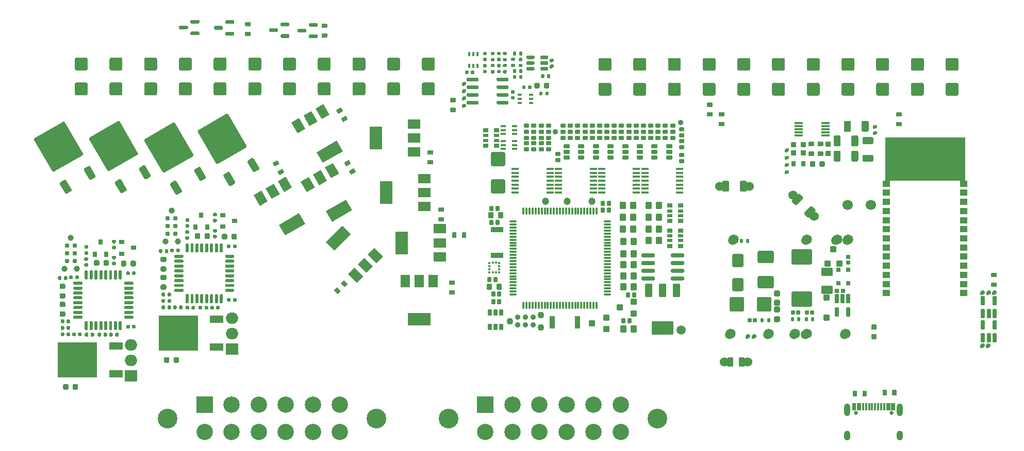
<source format=gts>
G75*
G70*
%OFA0B0*%
%FSLAX25Y25*%
%IPPOS*%
%LPD*%
%AMOC8*
5,1,8,0,0,1.08239X$1,22.5*
%
%AMM110*
21,1,0.027170,0.052760,-0.000000,0.000000,0.000000*
21,1,0.017320,0.062600,-0.000000,0.000000,0.000000*
1,1,0.009840,0.008660,-0.026380*
1,1,0.009840,-0.008660,-0.026380*
1,1,0.009840,-0.008660,0.026380*
1,1,0.009840,0.008660,0.026380*
%
%AMM177*
21,1,0.092130,0.073230,0.000000,-0.000000,180.000000*
21,1,0.069290,0.096060,0.000000,-0.000000,180.000000*
1,1,0.022840,-0.034650,0.036610*
1,1,0.022840,0.034650,0.036610*
1,1,0.022840,0.034650,-0.036610*
1,1,0.022840,-0.034650,-0.036610*
%
%AMM178*
21,1,0.100000,0.111020,0.000000,-0.000000,270.000000*
21,1,0.075590,0.135430,0.000000,-0.000000,270.000000*
1,1,0.024410,-0.055510,-0.037800*
1,1,0.024410,-0.055510,0.037800*
1,1,0.024410,0.055510,0.037800*
1,1,0.024410,0.055510,-0.037800*
%
%AMM179*
21,1,0.080320,0.083460,0.000000,-0.000000,270.000000*
21,1,0.059840,0.103940,0.000000,-0.000000,270.000000*
1,1,0.020470,-0.041730,-0.029920*
1,1,0.020470,-0.041730,0.029920*
1,1,0.020470,0.041730,0.029920*
1,1,0.020470,0.041730,-0.029920*
%
%AMM180*
21,1,0.084250,0.053540,0.000000,-0.000000,90.000000*
21,1,0.065350,0.072440,0.000000,-0.000000,90.000000*
1,1,0.018900,0.026770,0.032680*
1,1,0.018900,0.026770,-0.032680*
1,1,0.018900,-0.026770,-0.032680*
1,1,0.018900,-0.026770,0.032680*
%
%AMM181*
21,1,0.040950,0.030320,0.000000,-0.000000,0.000000*
21,1,0.028350,0.042910,0.000000,-0.000000,0.000000*
1,1,0.012600,0.014170,-0.015160*
1,1,0.012600,-0.014170,-0.015160*
1,1,0.012600,-0.014170,0.015160*
1,1,0.012600,0.014170,0.015160*
%
%AMM182*
21,1,0.027170,0.052760,0.000000,-0.000000,180.000000*
21,1,0.017320,0.062600,0.000000,-0.000000,180.000000*
1,1,0.009840,-0.008660,0.026380*
1,1,0.009840,0.008660,0.026380*
1,1,0.009840,0.008660,-0.026380*
1,1,0.009840,-0.008660,-0.026380*
%
%AMM183*
21,1,0.041340,0.026770,0.000000,-0.000000,270.000000*
21,1,0.029130,0.038980,0.000000,-0.000000,270.000000*
1,1,0.012210,-0.013390,-0.014570*
1,1,0.012210,-0.013390,0.014570*
1,1,0.012210,0.013390,0.014570*
1,1,0.012210,0.013390,-0.014570*
%
%AMM184*
21,1,0.076380,0.036220,0.000000,-0.000000,0.000000*
21,1,0.061810,0.050790,0.000000,-0.000000,0.000000*
1,1,0.014570,0.030910,-0.018110*
1,1,0.014570,-0.030910,-0.018110*
1,1,0.014570,-0.030910,0.018110*
1,1,0.014570,0.030910,0.018110*
%
%AMM185*
21,1,0.038980,0.026770,0.000000,-0.000000,270.000000*
21,1,0.026770,0.038980,0.000000,-0.000000,270.000000*
1,1,0.012210,-0.013390,-0.013390*
1,1,0.012210,-0.013390,0.013390*
1,1,0.012210,0.013390,0.013390*
1,1,0.012210,0.013390,-0.013390*
%
%AMM186*
21,1,0.021260,0.016540,0.000000,-0.000000,180.000000*
21,1,0.012600,0.025200,0.000000,-0.000000,180.000000*
1,1,0.008660,-0.006300,0.008270*
1,1,0.008660,0.006300,0.008270*
1,1,0.008660,0.006300,-0.008270*
1,1,0.008660,-0.006300,-0.008270*
%
%AMM187*
21,1,0.029130,0.018900,0.000000,-0.000000,0.000000*
21,1,0.018900,0.029130,0.000000,-0.000000,0.000000*
1,1,0.010240,0.009450,-0.009450*
1,1,0.010240,-0.009450,-0.009450*
1,1,0.010240,-0.009450,0.009450*
1,1,0.010240,0.009450,0.009450*
%
%AMM188*
21,1,0.025200,0.019680,0.000000,-0.000000,270.000000*
21,1,0.015750,0.029130,0.000000,-0.000000,270.000000*
1,1,0.009450,-0.009840,-0.007870*
1,1,0.009450,-0.009840,0.007870*
1,1,0.009450,0.009840,0.007870*
1,1,0.009450,0.009840,-0.007870*
%
%AMM189*
21,1,0.025200,0.019680,0.000000,-0.000000,180.000000*
21,1,0.015750,0.029130,0.000000,-0.000000,180.000000*
1,1,0.009450,-0.007870,0.009840*
1,1,0.009450,0.007870,0.009840*
1,1,0.009450,0.007870,-0.009840*
1,1,0.009450,-0.007870,-0.009840*
%
%AMM271*
21,1,0.029530,0.026380,-0.000000,-0.000000,90.000000*
21,1,0.020470,0.035430,-0.000000,-0.000000,90.000000*
1,1,0.009060,0.013190,0.010240*
1,1,0.009060,0.013190,-0.010240*
1,1,0.009060,-0.013190,-0.010240*
1,1,0.009060,-0.013190,0.010240*
%
%AMM272*
21,1,0.021650,0.027950,-0.000000,-0.000000,90.000000*
21,1,0.014170,0.035430,-0.000000,-0.000000,90.000000*
1,1,0.007480,0.013980,0.007090*
1,1,0.007480,0.013980,-0.007090*
1,1,0.007480,-0.013980,-0.007090*
1,1,0.007480,-0.013980,0.007090*
%
%AMM273*
21,1,0.016540,0.028980,-0.000000,-0.000000,270.000000*
21,1,0.010080,0.035430,-0.000000,-0.000000,270.000000*
1,1,0.006460,-0.014490,-0.005040*
1,1,0.006460,-0.014490,0.005040*
1,1,0.006460,0.014490,0.005040*
1,1,0.006460,0.014490,-0.005040*
%
%AMM274*
21,1,0.027560,0.030710,-0.000000,-0.000000,0.000000*
21,1,0.018900,0.039370,-0.000000,-0.000000,0.000000*
1,1,0.008660,0.009450,-0.015350*
1,1,0.008660,-0.009450,-0.015350*
1,1,0.008660,-0.009450,0.015350*
1,1,0.008660,0.009450,0.015350*
%
%AMM275*
21,1,0.031500,0.018900,-0.000000,-0.000000,270.000000*
21,1,0.022840,0.027560,-0.000000,-0.000000,270.000000*
1,1,0.008660,-0.009450,-0.011420*
1,1,0.008660,-0.009450,0.011420*
1,1,0.008660,0.009450,0.011420*
1,1,0.008660,0.009450,-0.011420*
%
%AMM276*
21,1,0.035430,0.072440,-0.000000,-0.000000,270.000000*
21,1,0.025200,0.082680,-0.000000,-0.000000,270.000000*
1,1,0.010240,-0.036220,-0.012600*
1,1,0.010240,-0.036220,0.012600*
1,1,0.010240,0.036220,0.012600*
1,1,0.010240,0.036220,-0.012600*
%
%AMM277*
21,1,0.031500,0.018900,-0.000000,-0.000000,0.000000*
21,1,0.022840,0.027560,-0.000000,-0.000000,0.000000*
1,1,0.008660,0.011420,-0.009450*
1,1,0.008660,-0.011420,-0.009450*
1,1,0.008660,-0.011420,0.009450*
1,1,0.008660,0.011420,0.009450*
%
%AMM278*
21,1,0.027560,0.030710,-0.000000,-0.000000,90.000000*
21,1,0.018900,0.039370,-0.000000,-0.000000,90.000000*
1,1,0.008660,0.015350,0.009450*
1,1,0.008660,0.015350,-0.009450*
1,1,0.008660,-0.015350,-0.009450*
1,1,0.008660,-0.015350,0.009450*
%
%AMM279*
21,1,0.039370,0.030320,-0.000000,-0.000000,90.000000*
21,1,0.028350,0.041340,-0.000000,-0.000000,90.000000*
1,1,0.011020,0.015160,0.014170*
1,1,0.011020,0.015160,-0.014170*
1,1,0.011020,-0.015160,-0.014170*
1,1,0.011020,-0.015160,0.014170*
%
%AMM280*
21,1,0.047240,0.075980,-0.000000,-0.000000,180.000000*
21,1,0.034650,0.088580,-0.000000,-0.000000,180.000000*
1,1,0.012600,-0.017320,0.037990*
1,1,0.012600,0.017320,0.037990*
1,1,0.012600,0.017320,-0.037990*
1,1,0.012600,-0.017320,-0.037990*
%
%AMM281*
21,1,0.043310,0.035430,-0.000000,-0.000000,180.000000*
21,1,0.031500,0.047240,-0.000000,-0.000000,180.000000*
1,1,0.011810,-0.015750,0.017720*
1,1,0.011810,0.015750,0.017720*
1,1,0.011810,0.015750,-0.017720*
1,1,0.011810,-0.015750,-0.017720*
%
%AMM282*
21,1,0.031500,0.030710,-0.000000,-0.000000,180.000000*
21,1,0.022050,0.040160,-0.000000,-0.000000,180.000000*
1,1,0.009450,-0.011020,0.015350*
1,1,0.009450,0.011020,0.015350*
1,1,0.009450,0.011020,-0.015350*
1,1,0.009450,-0.011020,-0.015350*
%
%AMM283*
21,1,0.035430,0.072440,-0.000000,-0.000000,180.000000*
21,1,0.025200,0.082680,-0.000000,-0.000000,180.000000*
1,1,0.010240,-0.012600,0.036220*
1,1,0.010240,0.012600,0.036220*
1,1,0.010240,0.012600,-0.036220*
1,1,0.010240,-0.012600,-0.036220*
%
%AMM284*
21,1,0.141730,0.067720,-0.000000,-0.000000,180.000000*
21,1,0.120870,0.088580,-0.000000,-0.000000,180.000000*
1,1,0.020870,-0.060430,0.033860*
1,1,0.020870,0.060430,0.033860*
1,1,0.020870,0.060430,-0.033860*
1,1,0.020870,-0.060430,-0.033860*
%
%AMM285*
21,1,0.047240,0.075990,-0.000000,-0.000000,180.000000*
21,1,0.034650,0.088580,-0.000000,-0.000000,180.000000*
1,1,0.012600,-0.017320,0.037990*
1,1,0.012600,0.017320,0.037990*
1,1,0.012600,0.017320,-0.037990*
1,1,0.012600,-0.017320,-0.037990*
%
%AMM286*
21,1,0.090550,0.073230,-0.000000,-0.000000,270.000000*
21,1,0.069290,0.094490,-0.000000,-0.000000,270.000000*
1,1,0.021260,-0.036610,-0.034650*
1,1,0.021260,-0.036610,0.034650*
1,1,0.021260,0.036610,0.034650*
1,1,0.021260,0.036610,-0.034650*
%
%ADD10C,0.06000*%
%ADD11R,0.07874X0.05906*%
%ADD12R,0.07874X0.14961*%
%ADD121C,0.02913*%
%ADD122C,0.06457*%
%ADD13R,0.10559X0.10559*%
%ADD139R,0.02559X0.01575*%
%ADD14C,0.10559*%
%ADD140R,0.01575X0.02559*%
%ADD142R,0.05512X0.01181*%
%ADD143R,0.03543X0.03150*%
%ADD145C,0.05118*%
%ADD147R,0.03150X0.03543*%
%ADD15C,0.12756*%
%ADD155C,0.03100*%
%ADD158C,0.03900*%
%ADD16C,0.02362*%
%ADD193O,0.05118X0.01260*%
%ADD194O,0.01260X0.05118*%
%ADD195O,0.04724X0.01575*%
%ADD196C,0.03494*%
%ADD199R,0.01772X0.01378*%
%ADD200R,0.01378X0.01772*%
%ADD205O,0.09055X0.02756*%
%ADD212C,0.03543*%
%ADD214C,0.04724*%
%ADD215C,0.04294*%
%ADD24R,0.05906X0.07874*%
%ADD25R,0.14961X0.07874*%
%ADD270M110*%
%ADD339M177*%
%ADD340M178*%
%ADD341M179*%
%ADD342M180*%
%ADD343M181*%
%ADD344M182*%
%ADD345M183*%
%ADD346M184*%
%ADD347M185*%
%ADD348M186*%
%ADD349M187*%
%ADD35C,0.05906*%
%ADD350M188*%
%ADD351M189*%
%ADD368R,0.08661X0.04724*%
%ADD369R,0.25197X0.22835*%
%ADD370R,0.07874X0.07500*%
%ADD371O,0.07874X0.07500*%
%ADD45C,0.06693*%
%ADD46R,0.01181X0.04528*%
%ADD466M271*%
%ADD467M272*%
%ADD468M273*%
%ADD469M274*%
%ADD47O,0.03937X0.08268*%
%ADD470M275*%
%ADD471M276*%
%ADD472M277*%
%ADD473M278*%
%ADD474M279*%
%ADD475M280*%
%ADD476M281*%
%ADD477M282*%
%ADD478M283*%
%ADD479M284*%
%ADD48O,0.03937X0.06299*%
%ADD480M285*%
%ADD481M286*%
%ADD61R,0.05118X0.03937*%
%ADD67C,0.00472*%
%ADD68C,0.02559*%
X0000000Y0000000D02*
%LPD*%
G01*
D67*
X0604478Y0177362D02*
X0553297Y0177362D01*
X0553297Y0204921D01*
X0604478Y0204921D01*
X0604478Y0177362D01*
G36*
X0604478Y0177362D02*
G01*
X0553297Y0177362D01*
X0553297Y0204921D01*
X0604478Y0204921D01*
X0604478Y0177362D01*
G37*
D10*
X0464291Y0059646D03*
G36*
G01*
X0462500Y0062106D02*
X0462500Y0057185D01*
G75*
G02*
X0462106Y0056791I-000394J0000000D01*
G01*
X0458957Y0056791D01*
G75*
G02*
X0458563Y0057185I0000000J0000394D01*
G01*
X0458563Y0062106D01*
G75*
G02*
X0458957Y0062500I0000394J0000000D01*
G01*
X0462106Y0062500D01*
G75*
G02*
X0462500Y0062106I0000000J-000394D01*
G01*
G37*
G36*
G01*
X0455020Y0062106D02*
X0455020Y0057185D01*
G75*
G02*
X0454626Y0056791I-000394J0000000D01*
G01*
X0451476Y0056791D01*
G75*
G02*
X0451083Y0057185I0000000J0000394D01*
G01*
X0451083Y0062106D01*
G75*
G02*
X0451476Y0062500I0000394J0000000D01*
G01*
X0454626Y0062500D01*
G75*
G02*
X0455020Y0062106I0000000J-000394D01*
G01*
G37*
X0449291Y0059646D03*
G36*
G01*
X0560571Y0221260D02*
X0563642Y0221260D01*
G75*
G02*
X0563917Y0220984I0000000J-000276D01*
G01*
X0563917Y0218780D01*
G75*
G02*
X0563642Y0218504I-000276J0000000D01*
G01*
X0560571Y0218504D01*
G75*
G02*
X0560295Y0218780I0000000J0000276D01*
G01*
X0560295Y0220984D01*
G75*
G02*
X0560571Y0221260I0000276J0000000D01*
G01*
G37*
G36*
G01*
X0560571Y0214961D02*
X0563642Y0214961D01*
G75*
G02*
X0563917Y0214685I0000000J-000276D01*
G01*
X0563917Y0212480D01*
G75*
G02*
X0563642Y0212205I-000276J0000000D01*
G01*
X0560571Y0212205D01*
G75*
G02*
X0560295Y0212480I0000000J0000276D01*
G01*
X0560295Y0214685D01*
G75*
G02*
X0560571Y0214961I0000276J0000000D01*
G01*
G37*
D11*
X0265453Y0127756D03*
X0265453Y0136811D03*
X0265453Y0145866D03*
D12*
X0240650Y0136811D03*
D13*
X0294626Y0031890D03*
D14*
X0312146Y0031890D03*
X0329626Y0031890D03*
X0347146Y0031890D03*
X0364626Y0031890D03*
X0382146Y0031890D03*
X0382146Y0014370D03*
X0364626Y0014370D03*
X0347146Y0014370D03*
X0329626Y0014370D03*
X0312146Y0014370D03*
X0294626Y0014370D03*
D15*
X0270866Y0023110D03*
X0405866Y0023110D03*
G36*
X0191112Y0185508D02*
G01*
X0196226Y0188461D01*
X0200163Y0181642D01*
X0195049Y0178689D01*
X0191112Y0185508D01*
G37*
G36*
X0183270Y0180980D02*
G01*
X0188384Y0183933D01*
X0192321Y0177114D01*
X0187207Y0174161D01*
X0183270Y0180980D01*
G37*
G36*
X0175428Y0176453D02*
G01*
X0180542Y0179406D01*
X0184479Y0172587D01*
X0179365Y0169634D01*
X0175428Y0176453D01*
G37*
G36*
X0191750Y0157237D02*
G01*
X0204706Y0164717D01*
X0208643Y0157898D01*
X0195687Y0150417D01*
X0191750Y0157237D01*
G37*
G36*
G01*
X0560531Y0041299D02*
X0560531Y0038228D01*
G75*
G02*
X0560256Y0037953I-000276J0000000D01*
G01*
X0558051Y0037953D01*
G75*
G02*
X0557776Y0038228I0000000J0000276D01*
G01*
X0557776Y0041299D01*
G75*
G02*
X0558051Y0041575I0000276J0000000D01*
G01*
X0560256Y0041575D01*
G75*
G02*
X0560531Y0041299I0000000J-000276D01*
G01*
G37*
G36*
G01*
X0554232Y0041299D02*
X0554232Y0038228D01*
G75*
G02*
X0553957Y0037953I-000276J0000000D01*
G01*
X0551752Y0037953D01*
G75*
G02*
X0551476Y0038228I0000000J0000276D01*
G01*
X0551476Y0041299D01*
G75*
G02*
X0551752Y0041575I0000276J0000000D01*
G01*
X0553957Y0041575D01*
G75*
G02*
X0554232Y0041299I0000000J-000276D01*
G01*
G37*
G36*
X0215712Y0115127D02*
G01*
X0211536Y0110951D01*
X0205968Y0116518D01*
X0210144Y0120694D01*
X0215712Y0115127D01*
G37*
G36*
X0222115Y0121529D02*
G01*
X0217939Y0117354D01*
X0212371Y0122921D01*
X0216547Y0127097D01*
X0222115Y0121529D01*
G37*
G36*
X0228518Y0127932D02*
G01*
X0224342Y0123757D01*
X0218774Y0129324D01*
X0222950Y0133500D01*
X0228518Y0127932D01*
G37*
G36*
X0207778Y0142269D02*
G01*
X0197199Y0131691D01*
X0191631Y0137258D01*
X0202210Y0147837D01*
X0207778Y0142269D01*
G37*
G36*
G01*
X0274665Y0103347D02*
X0271594Y0103347D01*
G75*
G02*
X0271319Y0103622I0000000J0000276D01*
G01*
X0271319Y0105827D01*
G75*
G02*
X0271594Y0106102I0000276J0000000D01*
G01*
X0274665Y0106102D01*
G75*
G02*
X0274941Y0105827I0000000J-000276D01*
G01*
X0274941Y0103622D01*
G75*
G02*
X0274665Y0103347I-000276J0000000D01*
G01*
G37*
G36*
G01*
X0274665Y0109646D02*
X0271594Y0109646D01*
G75*
G02*
X0271319Y0109921I0000000J0000276D01*
G01*
X0271319Y0112126D01*
G75*
G02*
X0271594Y0112402I0000276J0000000D01*
G01*
X0274665Y0112402D01*
G75*
G02*
X0274941Y0112126I0000000J-000276D01*
G01*
X0274941Y0109921D01*
G75*
G02*
X0274665Y0109646I-000276J0000000D01*
G01*
G37*
D16*
X0615748Y0104036D03*
X0619488Y0104036D03*
X0623228Y0104036D03*
X0619291Y0069784D03*
X0615748Y0069784D03*
X0280512Y0234744D03*
X0280512Y0239469D03*
X0280512Y0230020D03*
X0280512Y0225295D03*
X0337303Y0250728D03*
X0337303Y0254665D03*
G36*
G01*
X0441398Y0218504D02*
X0438327Y0218504D01*
G75*
G02*
X0438051Y0218780I0000000J0000276D01*
G01*
X0438051Y0220984D01*
G75*
G02*
X0438327Y0221260I0000276J0000000D01*
G01*
X0441398Y0221260D01*
G75*
G02*
X0441673Y0220984I0000000J-000276D01*
G01*
X0441673Y0218780D01*
G75*
G02*
X0441398Y0218504I-000276J0000000D01*
G01*
G37*
G36*
G01*
X0441398Y0224803D02*
X0438327Y0224803D01*
G75*
G02*
X0438051Y0225079I0000000J0000276D01*
G01*
X0438051Y0227284D01*
G75*
G02*
X0438327Y0227559I0000276J0000000D01*
G01*
X0441398Y0227559D01*
G75*
G02*
X0441673Y0227284I0000000J-000276D01*
G01*
X0441673Y0225079D01*
G75*
G02*
X0441398Y0224803I-000276J0000000D01*
G01*
G37*
G36*
G01*
X0267776Y0150591D02*
X0264705Y0150591D01*
G75*
G02*
X0264429Y0150866I0000000J0000276D01*
G01*
X0264429Y0153071D01*
G75*
G02*
X0264705Y0153347I0000276J0000000D01*
G01*
X0267776Y0153347D01*
G75*
G02*
X0268051Y0153071I0000000J-000276D01*
G01*
X0268051Y0150866D01*
G75*
G02*
X0267776Y0150591I-000276J0000000D01*
G01*
G37*
G36*
G01*
X0267776Y0156890D02*
X0264705Y0156890D01*
G75*
G02*
X0264429Y0157165I0000000J0000276D01*
G01*
X0264429Y0159370D01*
G75*
G02*
X0264705Y0159646I0000276J0000000D01*
G01*
X0267776Y0159646D01*
G75*
G02*
X0268051Y0159370I0000000J-000276D01*
G01*
X0268051Y0157165D01*
G75*
G02*
X0267776Y0156890I-000276J0000000D01*
G01*
G37*
G36*
G01*
X0157332Y0188586D02*
X0159991Y0190122D01*
G75*
G02*
X0160368Y0190021I0000138J-000239D01*
G01*
X0161470Y0188112D01*
G75*
G02*
X0161369Y0187735I-000239J-000138D01*
G01*
X0158710Y0186200D01*
G75*
G02*
X0158333Y0186301I-000138J0000239D01*
G01*
X0157231Y0188210D01*
G75*
G02*
X0157332Y0188586I0000239J0000138D01*
G01*
G37*
G36*
G01*
X0160481Y0183131D02*
X0163141Y0184667D01*
G75*
G02*
X0163517Y0184566I0000138J-000239D01*
G01*
X0164620Y0182656D01*
G75*
G02*
X0164519Y0182280I-000239J-000138D01*
G01*
X0161859Y0180745D01*
G75*
G02*
X0161483Y0180845I-000138J0000239D01*
G01*
X0160380Y0182755D01*
G75*
G02*
X0160481Y0183131I0000239J0000138D01*
G01*
G37*
D24*
X0260925Y0112008D03*
X0251870Y0112008D03*
X0242815Y0112008D03*
D25*
X0251870Y0087205D03*
G36*
X0160600Y0176650D02*
G01*
X0165714Y0179603D01*
X0169651Y0172783D01*
X0164537Y0169831D01*
X0160600Y0176650D01*
G37*
G36*
X0152758Y0172122D02*
G01*
X0157872Y0175075D01*
X0161809Y0168256D01*
X0156695Y0165303D01*
X0152758Y0172122D01*
G37*
G36*
X0144916Y0167595D02*
G01*
X0150030Y0170547D01*
X0153967Y0163728D01*
X0148853Y0160776D01*
X0144916Y0167595D01*
G37*
G36*
X0161238Y0148378D02*
G01*
X0174195Y0155859D01*
X0178132Y0149039D01*
X0165175Y0141559D01*
X0161238Y0148378D01*
G37*
D35*
X0526968Y0077461D03*
X0501772Y0077461D03*
X0494291Y0077461D03*
X0477362Y0077461D03*
D16*
X0467913Y0075689D03*
X0463976Y0075689D03*
D35*
X0452756Y0077461D03*
X0528740Y0138484D03*
X0521457Y0138484D03*
X0501968Y0138484D03*
X0454528Y0138484D03*
D11*
X0248720Y0195669D03*
X0248720Y0204725D03*
X0248720Y0213780D03*
D12*
X0223917Y0204725D03*
G36*
G01*
X0142776Y0270669D02*
X0139705Y0270669D01*
G75*
G02*
X0139429Y0270945I0000000J0000276D01*
G01*
X0139429Y0273150D01*
G75*
G02*
X0139705Y0273425I0000276J0000000D01*
G01*
X0142776Y0273425D01*
G75*
G02*
X0143051Y0273150I0000000J-000276D01*
G01*
X0143051Y0270945D01*
G75*
G02*
X0142776Y0270669I-000276J0000000D01*
G01*
G37*
G36*
G01*
X0142776Y0276969D02*
X0139705Y0276969D01*
G75*
G02*
X0139429Y0277244I0000000J0000276D01*
G01*
X0139429Y0279449D01*
G75*
G02*
X0139705Y0279725I0000276J0000000D01*
G01*
X0142776Y0279725D01*
G75*
G02*
X0143051Y0279449I0000000J-000276D01*
G01*
X0143051Y0277244D01*
G75*
G02*
X0142776Y0276969I-000276J0000000D01*
G01*
G37*
G36*
G01*
X0547303Y0074351D02*
X0544626Y0074351D01*
G75*
G02*
X0544291Y0074685I0000000J0000335D01*
G01*
X0544291Y0077362D01*
G75*
G02*
X0544626Y0077697I0000335J0000000D01*
G01*
X0547303Y0077697D01*
G75*
G02*
X0547638Y0077362I0000000J-000335D01*
G01*
X0547638Y0074685D01*
G75*
G02*
X0547303Y0074351I-000335J0000000D01*
G01*
G37*
G36*
G01*
X0547303Y0080571D02*
X0544626Y0080571D01*
G75*
G02*
X0544291Y0080906I0000000J0000335D01*
G01*
X0544291Y0083583D01*
G75*
G02*
X0544626Y0083917I0000335J0000000D01*
G01*
X0547303Y0083917D01*
G75*
G02*
X0547638Y0083583I0000000J-000335D01*
G01*
X0547638Y0080906D01*
G75*
G02*
X0547303Y0080571I-000335J0000000D01*
G01*
G37*
G36*
X0185009Y0223697D02*
G01*
X0190124Y0226650D01*
X0194061Y0219831D01*
X0188946Y0216878D01*
X0185009Y0223697D01*
G37*
G36*
X0177167Y0219169D02*
G01*
X0182282Y0222122D01*
X0186219Y0215303D01*
X0181104Y0212350D01*
X0177167Y0219169D01*
G37*
G36*
X0169325Y0214642D02*
G01*
X0174440Y0217595D01*
X0178377Y0210776D01*
X0173262Y0207823D01*
X0169325Y0214642D01*
G37*
G36*
X0185648Y0195426D02*
G01*
X0198604Y0202906D01*
X0202541Y0196087D01*
X0189585Y0188606D01*
X0185648Y0195426D01*
G37*
G36*
G01*
X0273327Y0140197D02*
X0273327Y0143268D01*
G75*
G02*
X0273602Y0143543I0000276J0000000D01*
G01*
X0275807Y0143543D01*
G75*
G02*
X0276083Y0143268I0000000J-000276D01*
G01*
X0276083Y0140197D01*
G75*
G02*
X0275807Y0139921I-000276J0000000D01*
G01*
X0273602Y0139921D01*
G75*
G02*
X0273327Y0140197I0000000J0000276D01*
G01*
G37*
G36*
G01*
X0279626Y0140197D02*
X0279626Y0143268D01*
G75*
G02*
X0279902Y0143543I0000276J0000000D01*
G01*
X0282106Y0143543D01*
G75*
G02*
X0282382Y0143268I0000000J-000276D01*
G01*
X0282382Y0140197D01*
G75*
G02*
X0282106Y0139921I-000276J0000000D01*
G01*
X0279902Y0139921D01*
G75*
G02*
X0279626Y0140197I0000000J0000276D01*
G01*
G37*
G36*
G01*
X0253740Y0233268D02*
X0253740Y0239567D01*
G75*
G02*
X0254724Y0240551I0000984J0000000D01*
G01*
X0261024Y0240551D01*
G75*
G02*
X0262008Y0239567I0000000J-000984D01*
G01*
X0262008Y0233268D01*
G75*
G02*
X0261024Y0232284I-000984J0000000D01*
G01*
X0254724Y0232284D01*
G75*
G02*
X0253740Y0233268I0000000J0000984D01*
G01*
G37*
G36*
G01*
X0231299Y0233268D02*
X0231299Y0239567D01*
G75*
G02*
X0232283Y0240551I0000984J0000000D01*
G01*
X0238583Y0240551D01*
G75*
G02*
X0239567Y0239567I0000000J-000984D01*
G01*
X0239567Y0233268D01*
G75*
G02*
X0238583Y0232284I-000984J0000000D01*
G01*
X0232283Y0232284D01*
G75*
G02*
X0231299Y0233268I0000000J0000984D01*
G01*
G37*
G36*
G01*
X0208858Y0233268D02*
X0208858Y0239567D01*
G75*
G02*
X0209843Y0240551I0000984J0000000D01*
G01*
X0216142Y0240551D01*
G75*
G02*
X0217126Y0239567I0000000J-000984D01*
G01*
X0217126Y0233268D01*
G75*
G02*
X0216142Y0232284I-000984J0000000D01*
G01*
X0209843Y0232284D01*
G75*
G02*
X0208858Y0233268I0000000J0000984D01*
G01*
G37*
G36*
G01*
X0186417Y0233268D02*
X0186417Y0239567D01*
G75*
G02*
X0187402Y0240551I0000984J0000000D01*
G01*
X0193701Y0240551D01*
G75*
G02*
X0194685Y0239567I0000000J-000984D01*
G01*
X0194685Y0233268D01*
G75*
G02*
X0193701Y0232284I-000984J0000000D01*
G01*
X0187402Y0232284D01*
G75*
G02*
X0186417Y0233268I0000000J0000984D01*
G01*
G37*
G36*
G01*
X0163976Y0233268D02*
X0163976Y0239567D01*
G75*
G02*
X0164961Y0240551I0000984J0000000D01*
G01*
X0171260Y0240551D01*
G75*
G02*
X0172244Y0239567I0000000J-000984D01*
G01*
X0172244Y0233268D01*
G75*
G02*
X0171260Y0232284I-000984J0000000D01*
G01*
X0164961Y0232284D01*
G75*
G02*
X0163976Y0233268I0000000J0000984D01*
G01*
G37*
G36*
G01*
X0141535Y0233268D02*
X0141535Y0239567D01*
G75*
G02*
X0142520Y0240551I0000984J0000000D01*
G01*
X0148819Y0240551D01*
G75*
G02*
X0149803Y0239567I0000000J-000984D01*
G01*
X0149803Y0233268D01*
G75*
G02*
X0148819Y0232284I-000984J0000000D01*
G01*
X0142520Y0232284D01*
G75*
G02*
X0141535Y0233268I0000000J0000984D01*
G01*
G37*
G36*
G01*
X0119094Y0233268D02*
X0119094Y0239567D01*
G75*
G02*
X0120079Y0240551I0000984J0000000D01*
G01*
X0126378Y0240551D01*
G75*
G02*
X0127362Y0239567I0000000J-000984D01*
G01*
X0127362Y0233268D01*
G75*
G02*
X0126378Y0232284I-000984J0000000D01*
G01*
X0120079Y0232284D01*
G75*
G02*
X0119094Y0233268I0000000J0000984D01*
G01*
G37*
G36*
G01*
X0096654Y0233268D02*
X0096654Y0239567D01*
G75*
G02*
X0097638Y0240551I0000984J0000000D01*
G01*
X0103937Y0240551D01*
G75*
G02*
X0104921Y0239567I0000000J-000984D01*
G01*
X0104921Y0233268D01*
G75*
G02*
X0103937Y0232284I-000984J0000000D01*
G01*
X0097638Y0232284D01*
G75*
G02*
X0096654Y0233268I0000000J0000984D01*
G01*
G37*
G36*
G01*
X0074213Y0233268D02*
X0074213Y0239567D01*
G75*
G02*
X0075197Y0240551I0000984J0000000D01*
G01*
X0081496Y0240551D01*
G75*
G02*
X0082480Y0239567I0000000J-000984D01*
G01*
X0082480Y0233268D01*
G75*
G02*
X0081496Y0232284I-000984J0000000D01*
G01*
X0075197Y0232284D01*
G75*
G02*
X0074213Y0233268I0000000J0000984D01*
G01*
G37*
G36*
G01*
X0051772Y0233268D02*
X0051772Y0239567D01*
G75*
G02*
X0052756Y0240551I0000984J0000000D01*
G01*
X0059055Y0240551D01*
G75*
G02*
X0060039Y0239567I0000000J-000984D01*
G01*
X0060039Y0233268D01*
G75*
G02*
X0059055Y0232284I-000984J0000000D01*
G01*
X0052756Y0232284D01*
G75*
G02*
X0051772Y0233268I0000000J0000984D01*
G01*
G37*
G36*
G01*
X0029331Y0233268D02*
X0029331Y0239567D01*
G75*
G02*
X0030315Y0240551I0000984J0000000D01*
G01*
X0036614Y0240551D01*
G75*
G02*
X0037598Y0239567I0000000J-000984D01*
G01*
X0037598Y0233268D01*
G75*
G02*
X0036614Y0232284I-000984J0000000D01*
G01*
X0030315Y0232284D01*
G75*
G02*
X0029331Y0233268I0000000J0000984D01*
G01*
G37*
G36*
G01*
X0253740Y0249410D02*
X0253740Y0255709D01*
G75*
G02*
X0254724Y0256693I0000984J0000000D01*
G01*
X0261024Y0256693D01*
G75*
G02*
X0262008Y0255709I0000000J-000984D01*
G01*
X0262008Y0249410D01*
G75*
G02*
X0261024Y0248425I-000984J0000000D01*
G01*
X0254724Y0248425D01*
G75*
G02*
X0253740Y0249410I0000000J0000984D01*
G01*
G37*
G36*
G01*
X0231299Y0249410D02*
X0231299Y0255709D01*
G75*
G02*
X0232283Y0256693I0000984J0000000D01*
G01*
X0238583Y0256693D01*
G75*
G02*
X0239567Y0255709I0000000J-000984D01*
G01*
X0239567Y0249410D01*
G75*
G02*
X0238583Y0248425I-000984J0000000D01*
G01*
X0232283Y0248425D01*
G75*
G02*
X0231299Y0249410I0000000J0000984D01*
G01*
G37*
G36*
G01*
X0208858Y0249410D02*
X0208858Y0255709D01*
G75*
G02*
X0209843Y0256693I0000984J0000000D01*
G01*
X0216142Y0256693D01*
G75*
G02*
X0217126Y0255709I0000000J-000984D01*
G01*
X0217126Y0249410D01*
G75*
G02*
X0216142Y0248425I-000984J0000000D01*
G01*
X0209843Y0248425D01*
G75*
G02*
X0208858Y0249410I0000000J0000984D01*
G01*
G37*
G36*
G01*
X0186417Y0249410D02*
X0186417Y0255709D01*
G75*
G02*
X0187402Y0256693I0000984J0000000D01*
G01*
X0193701Y0256693D01*
G75*
G02*
X0194685Y0255709I0000000J-000984D01*
G01*
X0194685Y0249410D01*
G75*
G02*
X0193701Y0248425I-000984J0000000D01*
G01*
X0187402Y0248425D01*
G75*
G02*
X0186417Y0249410I0000000J0000984D01*
G01*
G37*
G36*
G01*
X0163976Y0249410D02*
X0163976Y0255709D01*
G75*
G02*
X0164961Y0256693I0000984J0000000D01*
G01*
X0171260Y0256693D01*
G75*
G02*
X0172244Y0255709I0000000J-000984D01*
G01*
X0172244Y0249410D01*
G75*
G02*
X0171260Y0248425I-000984J0000000D01*
G01*
X0164961Y0248425D01*
G75*
G02*
X0163976Y0249410I0000000J0000984D01*
G01*
G37*
G36*
G01*
X0141535Y0249410D02*
X0141535Y0255709D01*
G75*
G02*
X0142520Y0256693I0000984J0000000D01*
G01*
X0148819Y0256693D01*
G75*
G02*
X0149803Y0255709I0000000J-000984D01*
G01*
X0149803Y0249410D01*
G75*
G02*
X0148819Y0248425I-000984J0000000D01*
G01*
X0142520Y0248425D01*
G75*
G02*
X0141535Y0249410I0000000J0000984D01*
G01*
G37*
G36*
G01*
X0119094Y0249410D02*
X0119094Y0255709D01*
G75*
G02*
X0120079Y0256693I0000984J0000000D01*
G01*
X0126378Y0256693D01*
G75*
G02*
X0127362Y0255709I0000000J-000984D01*
G01*
X0127362Y0249410D01*
G75*
G02*
X0126378Y0248425I-000984J0000000D01*
G01*
X0120079Y0248425D01*
G75*
G02*
X0119094Y0249410I0000000J0000984D01*
G01*
G37*
G36*
G01*
X0096654Y0249410D02*
X0096654Y0255709D01*
G75*
G02*
X0097638Y0256693I0000984J0000000D01*
G01*
X0103937Y0256693D01*
G75*
G02*
X0104921Y0255709I0000000J-000984D01*
G01*
X0104921Y0249410D01*
G75*
G02*
X0103937Y0248425I-000984J0000000D01*
G01*
X0097638Y0248425D01*
G75*
G02*
X0096654Y0249410I0000000J0000984D01*
G01*
G37*
G36*
G01*
X0074213Y0249410D02*
X0074213Y0255709D01*
G75*
G02*
X0075197Y0256693I0000984J0000000D01*
G01*
X0081496Y0256693D01*
G75*
G02*
X0082480Y0255709I0000000J-000984D01*
G01*
X0082480Y0249410D01*
G75*
G02*
X0081496Y0248425I-000984J0000000D01*
G01*
X0075197Y0248425D01*
G75*
G02*
X0074213Y0249410I0000000J0000984D01*
G01*
G37*
G36*
G01*
X0051772Y0249410D02*
X0051772Y0255709D01*
G75*
G02*
X0052756Y0256693I0000984J0000000D01*
G01*
X0059055Y0256693D01*
G75*
G02*
X0060039Y0255709I0000000J-000984D01*
G01*
X0060039Y0249410D01*
G75*
G02*
X0059055Y0248425I-000984J0000000D01*
G01*
X0052756Y0248425D01*
G75*
G02*
X0051772Y0249410I0000000J0000984D01*
G01*
G37*
G36*
G01*
X0029331Y0249410D02*
X0029331Y0255709D01*
G75*
G02*
X0030315Y0256693I0000984J0000000D01*
G01*
X0036614Y0256693D01*
G75*
G02*
X0037598Y0255709I0000000J-000984D01*
G01*
X0037598Y0249410D01*
G75*
G02*
X0036614Y0248425I-000984J0000000D01*
G01*
X0030315Y0248425D01*
G75*
G02*
X0029331Y0249410I0000000J0000984D01*
G01*
G37*
G36*
G01*
X0592323Y0233071D02*
X0592323Y0239370D01*
G75*
G02*
X0593307Y0240354I0000984J0000000D01*
G01*
X0599606Y0240354D01*
G75*
G02*
X0600591Y0239370I0000000J-000984D01*
G01*
X0600591Y0233071D01*
G75*
G02*
X0599606Y0232087I-000984J0000000D01*
G01*
X0593307Y0232087D01*
G75*
G02*
X0592323Y0233071I0000000J0000984D01*
G01*
G37*
G36*
G01*
X0569882Y0233071D02*
X0569882Y0239370D01*
G75*
G02*
X0570866Y0240354I0000984J0000000D01*
G01*
X0577165Y0240354D01*
G75*
G02*
X0578150Y0239370I0000000J-000984D01*
G01*
X0578150Y0233071D01*
G75*
G02*
X0577165Y0232087I-000984J0000000D01*
G01*
X0570866Y0232087D01*
G75*
G02*
X0569882Y0233071I0000000J0000984D01*
G01*
G37*
G36*
G01*
X0547441Y0233071D02*
X0547441Y0239370D01*
G75*
G02*
X0548425Y0240354I0000984J0000000D01*
G01*
X0554724Y0240354D01*
G75*
G02*
X0555709Y0239370I0000000J-000984D01*
G01*
X0555709Y0233071D01*
G75*
G02*
X0554724Y0232087I-000984J0000000D01*
G01*
X0548425Y0232087D01*
G75*
G02*
X0547441Y0233071I0000000J0000984D01*
G01*
G37*
G36*
G01*
X0525000Y0233071D02*
X0525000Y0239370D01*
G75*
G02*
X0525984Y0240354I0000984J0000000D01*
G01*
X0532283Y0240354D01*
G75*
G02*
X0533268Y0239370I0000000J-000984D01*
G01*
X0533268Y0233071D01*
G75*
G02*
X0532283Y0232087I-000984J0000000D01*
G01*
X0525984Y0232087D01*
G75*
G02*
X0525000Y0233071I0000000J0000984D01*
G01*
G37*
G36*
G01*
X0502559Y0233071D02*
X0502559Y0239370D01*
G75*
G02*
X0503543Y0240354I0000984J0000000D01*
G01*
X0509842Y0240354D01*
G75*
G02*
X0510827Y0239370I0000000J-000984D01*
G01*
X0510827Y0233071D01*
G75*
G02*
X0509842Y0232087I-000984J0000000D01*
G01*
X0503543Y0232087D01*
G75*
G02*
X0502559Y0233071I0000000J0000984D01*
G01*
G37*
G36*
G01*
X0480118Y0233071D02*
X0480118Y0239370D01*
G75*
G02*
X0481102Y0240354I0000984J0000000D01*
G01*
X0487402Y0240354D01*
G75*
G02*
X0488386Y0239370I0000000J-000984D01*
G01*
X0488386Y0233071D01*
G75*
G02*
X0487402Y0232087I-000984J0000000D01*
G01*
X0481102Y0232087D01*
G75*
G02*
X0480118Y0233071I0000000J0000984D01*
G01*
G37*
G36*
G01*
X0457677Y0233071D02*
X0457677Y0239370D01*
G75*
G02*
X0458661Y0240354I0000984J0000000D01*
G01*
X0464961Y0240354D01*
G75*
G02*
X0465945Y0239370I0000000J-000984D01*
G01*
X0465945Y0233071D01*
G75*
G02*
X0464961Y0232087I-000984J0000000D01*
G01*
X0458661Y0232087D01*
G75*
G02*
X0457677Y0233071I0000000J0000984D01*
G01*
G37*
G36*
G01*
X0435236Y0233071D02*
X0435236Y0239370D01*
G75*
G02*
X0436220Y0240354I0000984J0000000D01*
G01*
X0442520Y0240354D01*
G75*
G02*
X0443504Y0239370I0000000J-000984D01*
G01*
X0443504Y0233071D01*
G75*
G02*
X0442520Y0232087I-000984J0000000D01*
G01*
X0436220Y0232087D01*
G75*
G02*
X0435236Y0233071I0000000J0000984D01*
G01*
G37*
G36*
G01*
X0412795Y0233071D02*
X0412795Y0239370D01*
G75*
G02*
X0413780Y0240354I0000984J0000000D01*
G01*
X0420079Y0240354D01*
G75*
G02*
X0421063Y0239370I0000000J-000984D01*
G01*
X0421063Y0233071D01*
G75*
G02*
X0420079Y0232087I-000984J0000000D01*
G01*
X0413780Y0232087D01*
G75*
G02*
X0412795Y0233071I0000000J0000984D01*
G01*
G37*
G36*
G01*
X0390354Y0233071D02*
X0390354Y0239370D01*
G75*
G02*
X0391339Y0240354I0000984J0000000D01*
G01*
X0397638Y0240354D01*
G75*
G02*
X0398622Y0239370I0000000J-000984D01*
G01*
X0398622Y0233071D01*
G75*
G02*
X0397638Y0232087I-000984J0000000D01*
G01*
X0391339Y0232087D01*
G75*
G02*
X0390354Y0233071I0000000J0000984D01*
G01*
G37*
G36*
G01*
X0367913Y0233071D02*
X0367913Y0239370D01*
G75*
G02*
X0368898Y0240354I0000984J0000000D01*
G01*
X0375197Y0240354D01*
G75*
G02*
X0376181Y0239370I0000000J-000984D01*
G01*
X0376181Y0233071D01*
G75*
G02*
X0375197Y0232087I-000984J0000000D01*
G01*
X0368898Y0232087D01*
G75*
G02*
X0367913Y0233071I0000000J0000984D01*
G01*
G37*
G36*
G01*
X0592323Y0249213D02*
X0592323Y0255512D01*
G75*
G02*
X0593307Y0256496I0000984J0000000D01*
G01*
X0599606Y0256496D01*
G75*
G02*
X0600591Y0255512I0000000J-000984D01*
G01*
X0600591Y0249213D01*
G75*
G02*
X0599606Y0248228I-000984J0000000D01*
G01*
X0593307Y0248228D01*
G75*
G02*
X0592323Y0249213I0000000J0000984D01*
G01*
G37*
G36*
G01*
X0569882Y0249213D02*
X0569882Y0255512D01*
G75*
G02*
X0570866Y0256496I0000984J0000000D01*
G01*
X0577165Y0256496D01*
G75*
G02*
X0578150Y0255512I0000000J-000984D01*
G01*
X0578150Y0249213D01*
G75*
G02*
X0577165Y0248228I-000984J0000000D01*
G01*
X0570866Y0248228D01*
G75*
G02*
X0569882Y0249213I0000000J0000984D01*
G01*
G37*
G36*
G01*
X0547441Y0249213D02*
X0547441Y0255512D01*
G75*
G02*
X0548425Y0256496I0000984J0000000D01*
G01*
X0554724Y0256496D01*
G75*
G02*
X0555709Y0255512I0000000J-000984D01*
G01*
X0555709Y0249213D01*
G75*
G02*
X0554724Y0248228I-000984J0000000D01*
G01*
X0548425Y0248228D01*
G75*
G02*
X0547441Y0249213I0000000J0000984D01*
G01*
G37*
G36*
G01*
X0525000Y0249213D02*
X0525000Y0255512D01*
G75*
G02*
X0525984Y0256496I0000984J0000000D01*
G01*
X0532283Y0256496D01*
G75*
G02*
X0533268Y0255512I0000000J-000984D01*
G01*
X0533268Y0249213D01*
G75*
G02*
X0532283Y0248228I-000984J0000000D01*
G01*
X0525984Y0248228D01*
G75*
G02*
X0525000Y0249213I0000000J0000984D01*
G01*
G37*
G36*
G01*
X0502559Y0249213D02*
X0502559Y0255512D01*
G75*
G02*
X0503543Y0256496I0000984J0000000D01*
G01*
X0509842Y0256496D01*
G75*
G02*
X0510827Y0255512I0000000J-000984D01*
G01*
X0510827Y0249213D01*
G75*
G02*
X0509842Y0248228I-000984J0000000D01*
G01*
X0503543Y0248228D01*
G75*
G02*
X0502559Y0249213I0000000J0000984D01*
G01*
G37*
G36*
G01*
X0480118Y0249213D02*
X0480118Y0255512D01*
G75*
G02*
X0481102Y0256496I0000984J0000000D01*
G01*
X0487402Y0256496D01*
G75*
G02*
X0488386Y0255512I0000000J-000984D01*
G01*
X0488386Y0249213D01*
G75*
G02*
X0487402Y0248228I-000984J0000000D01*
G01*
X0481102Y0248228D01*
G75*
G02*
X0480118Y0249213I0000000J0000984D01*
G01*
G37*
G36*
G01*
X0457677Y0249213D02*
X0457677Y0255512D01*
G75*
G02*
X0458661Y0256496I0000984J0000000D01*
G01*
X0464961Y0256496D01*
G75*
G02*
X0465945Y0255512I0000000J-000984D01*
G01*
X0465945Y0249213D01*
G75*
G02*
X0464961Y0248228I-000984J0000000D01*
G01*
X0458661Y0248228D01*
G75*
G02*
X0457677Y0249213I0000000J0000984D01*
G01*
G37*
G36*
G01*
X0435236Y0249213D02*
X0435236Y0255512D01*
G75*
G02*
X0436220Y0256496I0000984J0000000D01*
G01*
X0442520Y0256496D01*
G75*
G02*
X0443504Y0255512I0000000J-000984D01*
G01*
X0443504Y0249213D01*
G75*
G02*
X0442520Y0248228I-000984J0000000D01*
G01*
X0436220Y0248228D01*
G75*
G02*
X0435236Y0249213I0000000J0000984D01*
G01*
G37*
G36*
G01*
X0412795Y0249213D02*
X0412795Y0255512D01*
G75*
G02*
X0413780Y0256496I0000984J0000000D01*
G01*
X0420079Y0256496D01*
G75*
G02*
X0421063Y0255512I0000000J-000984D01*
G01*
X0421063Y0249213D01*
G75*
G02*
X0420079Y0248228I-000984J0000000D01*
G01*
X0413780Y0248228D01*
G75*
G02*
X0412795Y0249213I0000000J0000984D01*
G01*
G37*
G36*
G01*
X0390354Y0249213D02*
X0390354Y0255512D01*
G75*
G02*
X0391339Y0256496I0000984J0000000D01*
G01*
X0397638Y0256496D01*
G75*
G02*
X0398622Y0255512I0000000J-000984D01*
G01*
X0398622Y0249213D01*
G75*
G02*
X0397638Y0248228I-000984J0000000D01*
G01*
X0391339Y0248228D01*
G75*
G02*
X0390354Y0249213I0000000J0000984D01*
G01*
G37*
G36*
G01*
X0367913Y0249213D02*
X0367913Y0255512D01*
G75*
G02*
X0368898Y0256496I0000984J0000000D01*
G01*
X0375197Y0256496D01*
G75*
G02*
X0376181Y0255512I0000000J-000984D01*
G01*
X0376181Y0249213D01*
G75*
G02*
X0375197Y0248228I-000984J0000000D01*
G01*
X0368898Y0248228D01*
G75*
G02*
X0367913Y0249213I0000000J0000984D01*
G01*
G37*
G36*
G01*
X0199164Y0103784D02*
X0196992Y0105955D01*
G75*
G02*
X0196992Y0106345I0000195J0000195D01*
G01*
X0198551Y0107904D01*
G75*
G02*
X0198941Y0107904I0000195J-000195D01*
G01*
X0201112Y0105733D01*
G75*
G02*
X0201112Y0105343I-000195J-000195D01*
G01*
X0199553Y0103784D01*
G75*
G02*
X0199164Y0103784I-000195J0000195D01*
G01*
G37*
G36*
G01*
X0203618Y0108238D02*
X0201447Y0110409D01*
G75*
G02*
X0201447Y0110799I0000195J0000195D01*
G01*
X0203006Y0112358D01*
G75*
G02*
X0203395Y0112358I0000195J-000195D01*
G01*
X0205567Y0110187D01*
G75*
G02*
X0205567Y0109797I-000195J-000195D01*
G01*
X0204008Y0108238D01*
G75*
G02*
X0203618Y0108238I-000195J0000195D01*
G01*
G37*
D16*
X0489370Y0191634D03*
X0489370Y0196358D03*
X0489370Y0186910D03*
X0489370Y0182185D03*
X0546161Y0207618D03*
X0546161Y0211555D03*
D45*
X0529035Y0161221D03*
D68*
X0534390Y0026595D03*
X0557146Y0026595D03*
D46*
X0532579Y0030788D03*
X0535728Y0030788D03*
X0540846Y0030788D03*
X0544783Y0030788D03*
X0546752Y0030788D03*
X0550689Y0030788D03*
X0555807Y0030788D03*
X0558957Y0030788D03*
X0557776Y0030788D03*
X0554626Y0030788D03*
X0552657Y0030788D03*
X0548720Y0030788D03*
X0542815Y0030788D03*
X0538878Y0030788D03*
X0536909Y0030788D03*
X0533760Y0030788D03*
D47*
X0528760Y0028563D03*
D48*
X0528760Y0012106D03*
D47*
X0562776Y0028563D03*
D48*
X0562776Y0012106D03*
G36*
G01*
X0098112Y0169344D02*
X0095725Y0167966D01*
G75*
G02*
X0094381Y0168326I-000492J0000852D01*
G01*
X0091034Y0174122D01*
G75*
G02*
X0091394Y0175467I0000852J0000492D01*
G01*
X0093781Y0176845D01*
G75*
G02*
X0095126Y0176485I0000492J-000852D01*
G01*
X0098472Y0170688D01*
G75*
G02*
X0098112Y0169344I-000852J-000492D01*
G01*
G37*
G36*
G01*
X0105460Y0192680D02*
X0087389Y0182247D01*
G75*
G02*
X0086045Y0182607I-000492J0000852D01*
G01*
X0074430Y0202723D01*
G75*
G02*
X0074791Y0204068I0000852J0000492D01*
G01*
X0092861Y0214501D01*
G75*
G02*
X0094206Y0214141I0000492J-000852D01*
G01*
X0105820Y0194024D01*
G75*
G02*
X0105460Y0192680I-000852J-000492D01*
G01*
G37*
G36*
G01*
X0113659Y0178320D02*
X0111273Y0176942D01*
G75*
G02*
X0109928Y0177303I-000492J0000852D01*
G01*
X0106582Y0183099D01*
G75*
G02*
X0106942Y0184443I0000852J0000492D01*
G01*
X0109329Y0185821D01*
G75*
G02*
X0110673Y0185461I0000492J-000852D01*
G01*
X0114020Y0179665D01*
G75*
G02*
X0113659Y0178320I-000852J-000492D01*
G01*
G37*
G36*
G01*
X0109842Y0273032D02*
X0109842Y0271851D01*
G75*
G02*
X0109252Y0271260I-000591J0000000D01*
G01*
X0104626Y0271260D01*
G75*
G02*
X0104035Y0271851I0000000J0000591D01*
G01*
X0104035Y0273032D01*
G75*
G02*
X0104626Y0273622I0000591J0000000D01*
G01*
X0109252Y0273622D01*
G75*
G02*
X0109842Y0273032I0000000J-000591D01*
G01*
G37*
G36*
G01*
X0102461Y0276772D02*
X0102461Y0275591D01*
G75*
G02*
X0101870Y0275000I-000591J0000000D01*
G01*
X0097244Y0275000D01*
G75*
G02*
X0096654Y0275591I0000000J0000591D01*
G01*
X0096654Y0276772D01*
G75*
G02*
X0097244Y0277362I0000591J0000000D01*
G01*
X0101870Y0277362D01*
G75*
G02*
X0102461Y0276772I0000000J-000591D01*
G01*
G37*
G36*
G01*
X0109842Y0280512D02*
X0109842Y0279331D01*
G75*
G02*
X0109252Y0278740I-000591J0000000D01*
G01*
X0104626Y0278740D01*
G75*
G02*
X0104035Y0279331I0000000J0000591D01*
G01*
X0104035Y0280512D01*
G75*
G02*
X0104626Y0281102I0000591J0000000D01*
G01*
X0109252Y0281102D01*
G75*
G02*
X0109842Y0280512I0000000J-000591D01*
G01*
G37*
G36*
G01*
X0272185Y0230512D02*
X0275256Y0230512D01*
G75*
G02*
X0275531Y0230236I0000000J-000276D01*
G01*
X0275531Y0228032D01*
G75*
G02*
X0275256Y0227756I-000276J0000000D01*
G01*
X0272185Y0227756D01*
G75*
G02*
X0271909Y0228032I0000000J0000276D01*
G01*
X0271909Y0230236D01*
G75*
G02*
X0272185Y0230512I0000276J0000000D01*
G01*
G37*
G36*
G01*
X0272185Y0224213D02*
X0275256Y0224213D01*
G75*
G02*
X0275531Y0223937I0000000J-000276D01*
G01*
X0275531Y0221732D01*
G75*
G02*
X0275256Y0221457I-000276J0000000D01*
G01*
X0272185Y0221457D01*
G75*
G02*
X0271909Y0221732I0000000J0000276D01*
G01*
X0271909Y0223937D01*
G75*
G02*
X0272185Y0224213I0000276J0000000D01*
G01*
G37*
G36*
G01*
X0132561Y0175053D02*
X0130174Y0173675D01*
G75*
G02*
X0128829Y0174035I-000492J0000852D01*
G01*
X0125483Y0179831D01*
G75*
G02*
X0125843Y0181176I0000852J0000492D01*
G01*
X0128230Y0182554D01*
G75*
G02*
X0129574Y0182193I0000492J-000852D01*
G01*
X0132921Y0176397D01*
G75*
G02*
X0132561Y0175053I-000852J-000492D01*
G01*
G37*
G36*
G01*
X0139909Y0198388D02*
X0121838Y0187955D01*
G75*
G02*
X0120493Y0188316I-000492J0000852D01*
G01*
X0108879Y0208432D01*
G75*
G02*
X0109240Y0209776I0000852J0000492D01*
G01*
X0127310Y0220210D01*
G75*
G02*
X0128655Y0219849I0000492J-000852D01*
G01*
X0140269Y0199733D01*
G75*
G02*
X0139909Y0198388I-000852J-000492D01*
G01*
G37*
G36*
G01*
X0148108Y0184029D02*
X0145721Y0182651D01*
G75*
G02*
X0144377Y0183011I-000492J0000852D01*
G01*
X0141030Y0188807D01*
G75*
G02*
X0141391Y0190152I0000852J0000492D01*
G01*
X0143777Y0191530D01*
G75*
G02*
X0145122Y0191170I0000492J-000852D01*
G01*
X0148468Y0185373D01*
G75*
G02*
X0148108Y0184029I-000852J-000492D01*
G01*
G37*
G36*
G01*
X0192185Y0269685D02*
X0189114Y0269685D01*
G75*
G02*
X0188839Y0269961I0000000J0000276D01*
G01*
X0188839Y0272165D01*
G75*
G02*
X0189114Y0272441I0000276J0000000D01*
G01*
X0192185Y0272441D01*
G75*
G02*
X0192461Y0272165I0000000J-000276D01*
G01*
X0192461Y0269961D01*
G75*
G02*
X0192185Y0269685I-000276J0000000D01*
G01*
G37*
G36*
G01*
X0192185Y0275984D02*
X0189114Y0275984D01*
G75*
G02*
X0188839Y0276260I0000000J0000276D01*
G01*
X0188839Y0278465D01*
G75*
G02*
X0189114Y0278740I0000276J0000000D01*
G01*
X0192185Y0278740D01*
G75*
G02*
X0192461Y0278465I0000000J-000276D01*
G01*
X0192461Y0276260D01*
G75*
G02*
X0192185Y0275984I-000276J0000000D01*
G01*
G37*
G36*
G01*
X0625059Y0108268D02*
X0621988Y0108268D01*
G75*
G02*
X0621713Y0108543I0000000J0000276D01*
G01*
X0621713Y0110748D01*
G75*
G02*
X0621988Y0111024I0000276J0000000D01*
G01*
X0625059Y0111024D01*
G75*
G02*
X0625335Y0110748I0000000J-000276D01*
G01*
X0625335Y0108543D01*
G75*
G02*
X0625059Y0108268I-000276J0000000D01*
G01*
G37*
G36*
G01*
X0625059Y0114567D02*
X0621988Y0114567D01*
G75*
G02*
X0621713Y0114843I0000000J0000276D01*
G01*
X0621713Y0117047D01*
G75*
G02*
X0621988Y0117323I0000276J0000000D01*
G01*
X0625059Y0117323D01*
G75*
G02*
X0625335Y0117047I0000000J-000276D01*
G01*
X0625335Y0114843D01*
G75*
G02*
X0625059Y0114567I-000276J0000000D01*
G01*
G37*
G36*
G01*
X0062416Y0170380D02*
X0060029Y0169002D01*
G75*
G02*
X0058684Y0169362I-000492J0000852D01*
G01*
X0055338Y0175158D01*
G75*
G02*
X0055698Y0176503I0000852J0000492D01*
G01*
X0058085Y0177881D01*
G75*
G02*
X0059429Y0177520I0000492J-000852D01*
G01*
X0062776Y0171724D01*
G75*
G02*
X0062416Y0170380I-000852J-000492D01*
G01*
G37*
G36*
G01*
X0069764Y0193716D02*
X0051693Y0183282D01*
G75*
G02*
X0050349Y0183643I-000492J0000852D01*
G01*
X0038734Y0203759D01*
G75*
G02*
X0039095Y0205104I0000852J0000492D01*
G01*
X0057165Y0215537D01*
G75*
G02*
X0058510Y0215176I0000492J-000852D01*
G01*
X0070124Y0195060D01*
G75*
G02*
X0069764Y0193716I-000852J-000492D01*
G01*
G37*
G36*
G01*
X0077963Y0179356D02*
X0075576Y0177978D01*
G75*
G02*
X0074232Y0178338I-000492J0000852D01*
G01*
X0070885Y0184135D01*
G75*
G02*
X0071246Y0185479I0000852J0000492D01*
G01*
X0073632Y0186857D01*
G75*
G02*
X0074977Y0186497I0000492J-000852D01*
G01*
X0078323Y0180701D01*
G75*
G02*
X0077963Y0179356I-000852J-000492D01*
G01*
G37*
G36*
G01*
X0132431Y0272835D02*
X0132431Y0271654D01*
G75*
G02*
X0131841Y0271063I-000591J0000000D01*
G01*
X0127215Y0271063D01*
G75*
G02*
X0126624Y0271654I0000000J0000591D01*
G01*
X0126624Y0272835D01*
G75*
G02*
X0127215Y0273425I0000591J0000000D01*
G01*
X0131841Y0273425D01*
G75*
G02*
X0132431Y0272835I0000000J-000591D01*
G01*
G37*
G36*
G01*
X0125049Y0276575D02*
X0125049Y0275394D01*
G75*
G02*
X0124459Y0274803I-000591J0000000D01*
G01*
X0119833Y0274803D01*
G75*
G02*
X0119242Y0275394I0000000J0000591D01*
G01*
X0119242Y0276575D01*
G75*
G02*
X0119833Y0277165I0000591J0000000D01*
G01*
X0124459Y0277165D01*
G75*
G02*
X0125049Y0276575I0000000J-000591D01*
G01*
G37*
G36*
G01*
X0132431Y0280315D02*
X0132431Y0279134D01*
G75*
G02*
X0131841Y0278543I-000591J0000000D01*
G01*
X0127215Y0278543D01*
G75*
G02*
X0126624Y0279134I0000000J0000591D01*
G01*
X0126624Y0280315D01*
G75*
G02*
X0127215Y0280906I0000591J0000000D01*
G01*
X0131841Y0280906D01*
G75*
G02*
X0132431Y0280315I0000000J-000591D01*
G01*
G37*
D45*
X0543917Y0161221D03*
G36*
G01*
X0260689Y0187599D02*
X0257618Y0187599D01*
G75*
G02*
X0257342Y0187874I0000000J0000276D01*
G01*
X0257342Y0190079D01*
G75*
G02*
X0257618Y0190354I0000276J0000000D01*
G01*
X0260689Y0190354D01*
G75*
G02*
X0260965Y0190079I0000000J-000276D01*
G01*
X0260965Y0187874D01*
G75*
G02*
X0260689Y0187599I-000276J0000000D01*
G01*
G37*
G36*
G01*
X0260689Y0193898D02*
X0257618Y0193898D01*
G75*
G02*
X0257342Y0194173I0000000J0000276D01*
G01*
X0257342Y0196378D01*
G75*
G02*
X0257618Y0196654I0000276J0000000D01*
G01*
X0260689Y0196654D01*
G75*
G02*
X0260965Y0196378I0000000J-000276D01*
G01*
X0260965Y0194173D01*
G75*
G02*
X0260689Y0193898I-000276J0000000D01*
G01*
G37*
G36*
G01*
X0168110Y0271260D02*
X0168110Y0270079D01*
G75*
G02*
X0167520Y0269488I-000591J0000000D01*
G01*
X0162894Y0269488D01*
G75*
G02*
X0162303Y0270079I0000000J0000591D01*
G01*
X0162303Y0271260D01*
G75*
G02*
X0162894Y0271851I0000591J0000000D01*
G01*
X0167520Y0271851D01*
G75*
G02*
X0168110Y0271260I0000000J-000591D01*
G01*
G37*
G36*
G01*
X0160728Y0275000D02*
X0160728Y0273819D01*
G75*
G02*
X0160138Y0273228I-000591J0000000D01*
G01*
X0155512Y0273228D01*
G75*
G02*
X0154921Y0273819I0000000J0000591D01*
G01*
X0154921Y0275000D01*
G75*
G02*
X0155512Y0275591I0000591J0000000D01*
G01*
X0160138Y0275591D01*
G75*
G02*
X0160728Y0275000I0000000J-000591D01*
G01*
G37*
G36*
G01*
X0168110Y0278740D02*
X0168110Y0277559D01*
G75*
G02*
X0167520Y0276969I-000591J0000000D01*
G01*
X0162894Y0276969D01*
G75*
G02*
X0162303Y0277559I0000000J0000591D01*
G01*
X0162303Y0278740D01*
G75*
G02*
X0162894Y0279331I0000591J0000000D01*
G01*
X0167520Y0279331D01*
G75*
G02*
X0168110Y0278740I0000000J-000591D01*
G01*
G37*
D11*
X0255413Y0160236D03*
X0255413Y0169291D03*
X0255413Y0178347D03*
D12*
X0230610Y0169291D03*
G36*
G01*
X0205660Y0216532D02*
X0203001Y0214996D01*
G75*
G02*
X0202624Y0215097I-000138J0000239D01*
G01*
X0201522Y0217007D01*
G75*
G02*
X0201623Y0217383I0000239J0000138D01*
G01*
X0204282Y0218919D01*
G75*
G02*
X0204659Y0218818I0000138J-000239D01*
G01*
X0205761Y0216908D01*
G75*
G02*
X0205660Y0216532I-000239J-000138D01*
G01*
G37*
G36*
G01*
X0202511Y0221987D02*
X0199851Y0220452D01*
G75*
G02*
X0199475Y0220553I-000138J0000239D01*
G01*
X0198373Y0222462D01*
G75*
G02*
X0198473Y0222838I0000239J0000138D01*
G01*
X0201133Y0224374D01*
G75*
G02*
X0201509Y0224273I0000138J-000239D01*
G01*
X0202612Y0222364D01*
G75*
G02*
X0202511Y0221987I-000239J-000138D01*
G01*
G37*
G36*
G01*
X0186417Y0271063D02*
X0186417Y0269882D01*
G75*
G02*
X0185827Y0269291I-000591J0000000D01*
G01*
X0181201Y0269291D01*
G75*
G02*
X0180610Y0269882I0000000J0000591D01*
G01*
X0180610Y0271063D01*
G75*
G02*
X0181201Y0271654I0000591J0000000D01*
G01*
X0185827Y0271654D01*
G75*
G02*
X0186417Y0271063I0000000J-000591D01*
G01*
G37*
G36*
G01*
X0179035Y0274803D02*
X0179035Y0273622D01*
G75*
G02*
X0178445Y0273032I-000591J0000000D01*
G01*
X0173819Y0273032D01*
G75*
G02*
X0173228Y0273622I0000000J0000591D01*
G01*
X0173228Y0274803D01*
G75*
G02*
X0173819Y0275394I0000591J0000000D01*
G01*
X0178445Y0275394D01*
G75*
G02*
X0179035Y0274803I0000000J-000591D01*
G01*
G37*
G36*
G01*
X0186417Y0278543D02*
X0186417Y0277362D01*
G75*
G02*
X0185827Y0276772I-000591J0000000D01*
G01*
X0181201Y0276772D01*
G75*
G02*
X0180610Y0277362I0000000J0000591D01*
G01*
X0180610Y0278543D01*
G75*
G02*
X0181201Y0279134I0000591J0000000D01*
G01*
X0185827Y0279134D01*
G75*
G02*
X0186417Y0278543I0000000J-000591D01*
G01*
G37*
D10*
X0446161Y0173425D03*
G36*
G01*
X0451457Y0169882D02*
X0448740Y0169882D01*
G75*
G02*
X0447835Y0170788I0000000J0000906D01*
G01*
X0447835Y0176063D01*
G75*
G02*
X0448740Y0176969I0000906J0000000D01*
G01*
X0451457Y0176969D01*
G75*
G02*
X0452362Y0176063I0000000J-000906D01*
G01*
X0452362Y0170788D01*
G75*
G02*
X0451457Y0169882I-000906J0000000D01*
G01*
G37*
G36*
G01*
X0462874Y0169882D02*
X0460157Y0169882D01*
G75*
G02*
X0459252Y0170788I0000000J0000906D01*
G01*
X0459252Y0176063D01*
G75*
G02*
X0460157Y0176969I0000906J0000000D01*
G01*
X0462874Y0176969D01*
G75*
G02*
X0463780Y0176063I0000000J-000906D01*
G01*
X0463780Y0170788D01*
G75*
G02*
X0462874Y0169882I-000906J0000000D01*
G01*
G37*
X0465453Y0173425D03*
D61*
X0553888Y0175099D03*
X0553888Y0169193D03*
X0553888Y0163288D03*
X0553888Y0157382D03*
X0553888Y0151477D03*
X0553888Y0145571D03*
X0553888Y0139665D03*
X0553888Y0133760D03*
X0553888Y0127854D03*
X0553888Y0121949D03*
X0553888Y0116043D03*
X0553888Y0110138D03*
X0553888Y0104232D03*
X0603888Y0104232D03*
X0603888Y0110138D03*
X0603888Y0116043D03*
X0603888Y0121949D03*
X0603888Y0127854D03*
X0603888Y0133760D03*
X0603888Y0139665D03*
X0603888Y0145571D03*
X0603888Y0151477D03*
X0603888Y0157382D03*
X0603888Y0163288D03*
X0603888Y0169193D03*
X0603888Y0175099D03*
D13*
X0113130Y0031890D03*
D14*
X0130650Y0031890D03*
X0148130Y0031890D03*
X0165650Y0031890D03*
X0183130Y0031890D03*
X0200650Y0031890D03*
X0200650Y0014370D03*
X0183130Y0014370D03*
X0165650Y0014370D03*
X0148130Y0014370D03*
X0130650Y0014370D03*
X0113130Y0014370D03*
D15*
X0089370Y0023110D03*
X0224370Y0023110D03*
G36*
G01*
X0026786Y0169986D02*
X0024399Y0168608D01*
G75*
G02*
X0023054Y0168968I-000492J0000852D01*
G01*
X0019708Y0174765D01*
G75*
G02*
X0020068Y0176109I0000852J0000492D01*
G01*
X0022455Y0177487D01*
G75*
G02*
X0023799Y0177127I0000492J-000852D01*
G01*
X0027146Y0171331D01*
G75*
G02*
X0026786Y0169986I-000852J-000492D01*
G01*
G37*
G36*
G01*
X0034134Y0193322D02*
X0016063Y0182889D01*
G75*
G02*
X0014719Y0183249I-000492J0000852D01*
G01*
X0003104Y0203365D01*
G75*
G02*
X0003465Y0204710I0000852J0000492D01*
G01*
X0021535Y0215143D01*
G75*
G02*
X0022880Y0214783I0000492J-000852D01*
G01*
X0034494Y0194666D01*
G75*
G02*
X0034134Y0193322I-000852J-000492D01*
G01*
G37*
G36*
G01*
X0042333Y0178962D02*
X0039947Y0177584D01*
G75*
G02*
X0038602Y0177945I-000492J0000852D01*
G01*
X0035256Y0183741D01*
G75*
G02*
X0035616Y0185085I0000852J0000492D01*
G01*
X0038003Y0186463D01*
G75*
G02*
X0039347Y0186103I0000492J-000852D01*
G01*
X0042693Y0180307D01*
G75*
G02*
X0042333Y0178962I-000852J-000492D01*
G01*
G37*
D10*
X0493672Y0167647D03*
G36*
G01*
X0494910Y0161398D02*
X0492990Y0163318D01*
G75*
G02*
X0492990Y0164599I0000640J0000640D01*
G01*
X0496720Y0168329D01*
G75*
G02*
X0498001Y0168329I0000640J-000640D01*
G01*
X0499921Y0166409D01*
G75*
G02*
X0499921Y0165128I-000640J-000640D01*
G01*
X0496191Y0161398D01*
G75*
G02*
X0494910Y0161398I-000640J0000640D01*
G01*
G37*
G36*
G01*
X0502984Y0153324D02*
X0501063Y0155245D01*
G75*
G02*
X0501063Y0156526I0000640J0000640D01*
G01*
X0504793Y0160256D01*
G75*
G02*
X0506074Y0160256I0000640J-000640D01*
G01*
X0507995Y0158335D01*
G75*
G02*
X0507995Y0157055I-000640J-000640D01*
G01*
X0504264Y0153324D01*
G75*
G02*
X0502984Y0153324I-000640J0000640D01*
G01*
G37*
X0507313Y0154006D03*
G36*
G01*
X0448878Y0212402D02*
X0445807Y0212402D01*
G75*
G02*
X0445531Y0212677I0000000J0000276D01*
G01*
X0445531Y0214882D01*
G75*
G02*
X0445807Y0215158I0000276J0000000D01*
G01*
X0448878Y0215158D01*
G75*
G02*
X0449154Y0214882I0000000J-000276D01*
G01*
X0449154Y0212677D01*
G75*
G02*
X0448878Y0212402I-000276J0000000D01*
G01*
G37*
G36*
G01*
X0448878Y0218701D02*
X0445807Y0218701D01*
G75*
G02*
X0445531Y0218977I0000000J0000276D01*
G01*
X0445531Y0221181D01*
G75*
G02*
X0445807Y0221457I0000276J0000000D01*
G01*
X0448878Y0221457D01*
G75*
G02*
X0449154Y0221181I0000000J-000276D01*
G01*
X0449154Y0218977D01*
G75*
G02*
X0448878Y0218701I-000276J0000000D01*
G01*
G37*
G36*
G01*
X0210779Y0182477D02*
X0208119Y0180941D01*
G75*
G02*
X0207743Y0181042I-000138J0000239D01*
G01*
X0206640Y0182952D01*
G75*
G02*
X0206741Y0183328I0000239J0000138D01*
G01*
X0209401Y0184863D01*
G75*
G02*
X0209777Y0184763I0000138J-000239D01*
G01*
X0210879Y0182853D01*
G75*
G02*
X0210779Y0182477I-000239J-000138D01*
G01*
G37*
G36*
G01*
X0207629Y0187932D02*
X0204969Y0186397D01*
G75*
G02*
X0204593Y0186498I-000138J0000239D01*
G01*
X0203491Y0188407D01*
G75*
G02*
X0203592Y0188783I0000239J0000138D01*
G01*
X0206251Y0190319D01*
G75*
G02*
X0206627Y0190218I0000138J-000239D01*
G01*
X0207730Y0188309D01*
G75*
G02*
X0207629Y0187932I-000239J-000138D01*
G01*
G37*
G36*
G01*
X0532185Y0037638D02*
X0532185Y0040709D01*
G75*
G02*
X0532461Y0040984I0000276J0000000D01*
G01*
X0534665Y0040984D01*
G75*
G02*
X0534941Y0040709I0000000J-000276D01*
G01*
X0534941Y0037638D01*
G75*
G02*
X0534665Y0037362I-000276J0000000D01*
G01*
X0532461Y0037362D01*
G75*
G02*
X0532185Y0037638I0000000J0000276D01*
G01*
G37*
G36*
G01*
X0538484Y0037638D02*
X0538484Y0040709D01*
G75*
G02*
X0538760Y0040984I0000276J0000000D01*
G01*
X0540965Y0040984D01*
G75*
G02*
X0541240Y0040709I0000000J-000276D01*
G01*
X0541240Y0037638D01*
G75*
G02*
X0540965Y0037362I-000276J0000000D01*
G01*
X0538760Y0037362D01*
G75*
G02*
X0538484Y0037638I0000000J0000276D01*
G01*
G37*
X0450492Y0141929D02*
G01*
G75*
D339*
X0474859Y0096850D02*
D03*
X0457142Y0096850D02*
D03*
D340*
X0499311Y0100177D02*
D03*
X0499311Y0127539D02*
D03*
D341*
X0476083Y0111417D02*
D03*
X0476083Y0127559D02*
D03*
D342*
X0457972Y0109646D02*
D03*
X0457972Y0125394D02*
D03*
D343*
X0519750Y0132585D02*
D03*
X0516010Y0123333D02*
D03*
D343*
X0523490Y0123333D02*
D03*
D344*
X0529429Y0100498D02*
D03*
D344*
X0525689Y0100498D02*
D03*
X0521949Y0100498D02*
D03*
X0521949Y0092034D02*
D03*
X0529429Y0092034D02*
D03*
D345*
X0515428Y0088182D02*
D03*
X0515428Y0101174D02*
D03*
D346*
X0515716Y0106468D02*
D03*
X0515716Y0117886D02*
D03*
D347*
X0483169Y0087283D02*
D03*
X0483169Y0093504D02*
D03*
X0483169Y0097874D02*
D03*
X0483169Y0104094D02*
D03*
D348*
X0460280Y0137960D02*
D03*
X0464414Y0137960D02*
D03*
X0502154Y0087405D02*
D03*
X0506288Y0087405D02*
D03*
X0497441Y0087405D02*
D03*
X0493307Y0087405D02*
D03*
X0477792Y0086513D02*
D03*
X0473658Y0086513D02*
D03*
D349*
X0521999Y0105616D02*
D03*
X0525936Y0105616D02*
D03*
X0522901Y0119291D02*
D03*
X0522901Y0110630D02*
D03*
X0529298Y0119291D02*
D03*
X0529298Y0110630D02*
D03*
D350*
X0529429Y0127664D02*
D03*
X0529429Y0124120D02*
D03*
D351*
X0506091Y0091663D02*
D03*
X0502547Y0091663D02*
D03*
X0497047Y0091663D02*
D03*
X0493504Y0091663D02*
D03*
X0465491Y0086513D02*
D03*
X0469035Y0086513D02*
D03*
D121*
X0468602Y0076181D02*
D03*
X0464665Y0076181D02*
D03*
D122*
X0522145Y0138976D02*
D03*
X0455216Y0138976D02*
D03*
X0502657Y0138976D02*
D03*
X0502460Y0077953D02*
D03*
X0527657Y0077953D02*
D03*
X0478051Y0077953D02*
D03*
X0494980Y0077953D02*
D03*
X0453445Y0077953D02*
D03*
X0529429Y0138976D02*
D03*
X0626673Y0069094D02*
G01*
G75*
D270*
X0616449Y0083799D02*
D03*
X0623929Y0083799D02*
D03*
X0623929Y0075334D02*
D03*
X0620189Y0075334D02*
D03*
X0616449Y0099448D02*
D03*
X0623929Y0099448D02*
D03*
X0623929Y0090984D02*
D03*
X0620189Y0090984D02*
D03*
D270*
X0616449Y0075334D02*
D03*
X0616449Y0090984D02*
D03*
D121*
X0616437Y0104527D02*
D03*
X0620177Y0104527D02*
D03*
X0623917Y0104527D02*
D03*
X0619980Y0070275D02*
D03*
X0616437Y0070275D02*
D03*
X0339469Y0262402D02*
%LPD*%
G01*
G36*
G01*
X0285375Y0246575D02*
X0285375Y0247914D01*
G75*
G02*
X0285926Y0248465I0000551J0000000D01*
G01*
X0287028Y0248465D01*
G75*
G02*
X0287579Y0247914I0000000J-000551D01*
G01*
X0287579Y0246575D01*
G75*
G02*
X0287028Y0246024I-000551J0000000D01*
G01*
X0285926Y0246024D01*
G75*
G02*
X0285375Y0246575I0000000J0000551D01*
G01*
G37*
G36*
G01*
X0281595Y0246575D02*
X0281595Y0247914D01*
G75*
G02*
X0282146Y0248465I0000551J0000000D01*
G01*
X0283249Y0248465D01*
G75*
G02*
X0283800Y0247914I0000000J-000551D01*
G01*
X0283800Y0246575D01*
G75*
G02*
X0283249Y0246024I-000551J0000000D01*
G01*
X0282146Y0246024D01*
G75*
G02*
X0281595Y0246575I0000000J0000551D01*
G01*
G37*
G36*
G01*
X0311871Y0231811D02*
X0313209Y0231811D01*
G75*
G02*
X0313760Y0231260I0000000J-000551D01*
G01*
X0313760Y0230158D01*
G75*
G02*
X0313209Y0229607I-000551J0000000D01*
G01*
X0311871Y0229607D01*
G75*
G02*
X0311319Y0230158I0000000J0000551D01*
G01*
X0311319Y0231260D01*
G75*
G02*
X0311871Y0231811I0000551J0000000D01*
G01*
G37*
G36*
G01*
X0311871Y0235591D02*
X0313209Y0235591D01*
G75*
G02*
X0313760Y0235040I0000000J-000551D01*
G01*
X0313760Y0233937D01*
G75*
G02*
X0313209Y0233386I-000551J0000000D01*
G01*
X0311871Y0233386D01*
G75*
G02*
X0311319Y0233937I0000000J0000551D01*
G01*
X0311319Y0235040D01*
G75*
G02*
X0311871Y0235591I0000551J0000000D01*
G01*
G37*
G36*
G01*
X0298780Y0260473D02*
X0300237Y0260473D01*
G75*
G02*
X0300768Y0259941I0000000J-000531D01*
G01*
X0300768Y0258878D01*
G75*
G02*
X0300237Y0258347I-000531J0000000D01*
G01*
X0298780Y0258347D01*
G75*
G02*
X0298249Y0258878I0000000J0000531D01*
G01*
X0298249Y0259941D01*
G75*
G02*
X0298780Y0260473I0000531J0000000D01*
G01*
G37*
G36*
G01*
X0298780Y0256457D02*
X0300237Y0256457D01*
G75*
G02*
X0300768Y0255926I0000000J-000531D01*
G01*
X0300768Y0254863D01*
G75*
G02*
X0300237Y0254331I-000531J0000000D01*
G01*
X0298780Y0254331D01*
G75*
G02*
X0298249Y0254863I0000000J0000531D01*
G01*
X0298249Y0255926D01*
G75*
G02*
X0298780Y0256457I0000531J0000000D01*
G01*
G37*
G36*
G01*
X0309752Y0228130D02*
X0309752Y0226949D01*
G75*
G02*
X0309162Y0226359I-000591J0000000D01*
G01*
X0302666Y0226359D01*
G75*
G02*
X0302075Y0226949I0000000J0000591D01*
G01*
X0302075Y0228130D01*
G75*
G02*
X0302666Y0228721I0000591J0000000D01*
G01*
X0309162Y0228721D01*
G75*
G02*
X0309752Y0228130I0000000J-000591D01*
G01*
G37*
G36*
G01*
X0309752Y0233130D02*
X0309752Y0231949D01*
G75*
G02*
X0309162Y0231359I-000591J0000000D01*
G01*
X0302666Y0231359D01*
G75*
G02*
X0302075Y0231949I0000000J0000591D01*
G01*
X0302075Y0233130D01*
G75*
G02*
X0302666Y0233721I0000591J0000000D01*
G01*
X0309162Y0233721D01*
G75*
G02*
X0309752Y0233130I0000000J-000591D01*
G01*
G37*
G36*
G01*
X0309752Y0238130D02*
X0309752Y0236949D01*
G75*
G02*
X0309162Y0236359I-000591J0000000D01*
G01*
X0302666Y0236359D01*
G75*
G02*
X0302075Y0236949I0000000J0000591D01*
G01*
X0302075Y0238130D01*
G75*
G02*
X0302666Y0238721I0000591J0000000D01*
G01*
X0309162Y0238721D01*
G75*
G02*
X0309752Y0238130I0000000J-000591D01*
G01*
G37*
G36*
G01*
X0309752Y0243130D02*
X0309752Y0241949D01*
G75*
G02*
X0309162Y0241359I-000591J0000000D01*
G01*
X0302666Y0241359D01*
G75*
G02*
X0302075Y0241949I0000000J0000591D01*
G01*
X0302075Y0243130D01*
G75*
G02*
X0302666Y0243721I0000591J0000000D01*
G01*
X0309162Y0243721D01*
G75*
G02*
X0309752Y0243130I0000000J-000591D01*
G01*
G37*
G36*
G01*
X0290264Y0243130D02*
X0290264Y0241949D01*
G75*
G02*
X0289674Y0241359I-000591J0000000D01*
G01*
X0283178Y0241359D01*
G75*
G02*
X0282587Y0241949I0000000J0000591D01*
G01*
X0282587Y0243130D01*
G75*
G02*
X0283178Y0243721I0000591J0000000D01*
G01*
X0289674Y0243721D01*
G75*
G02*
X0290264Y0243130I0000000J-000591D01*
G01*
G37*
G36*
G01*
X0290264Y0238130D02*
X0290264Y0236949D01*
G75*
G02*
X0289674Y0236359I-000591J0000000D01*
G01*
X0283178Y0236359D01*
G75*
G02*
X0282587Y0236949I0000000J0000591D01*
G01*
X0282587Y0238130D01*
G75*
G02*
X0283178Y0238721I0000591J0000000D01*
G01*
X0289674Y0238721D01*
G75*
G02*
X0290264Y0238130I0000000J-000591D01*
G01*
G37*
G36*
G01*
X0290264Y0233130D02*
X0290264Y0231949D01*
G75*
G02*
X0289674Y0231359I-000591J0000000D01*
G01*
X0283178Y0231359D01*
G75*
G02*
X0282587Y0231949I0000000J0000591D01*
G01*
X0282587Y0233130D01*
G75*
G02*
X0283178Y0233721I0000591J0000000D01*
G01*
X0289674Y0233721D01*
G75*
G02*
X0290264Y0233130I0000000J-000591D01*
G01*
G37*
G36*
G01*
X0290264Y0228130D02*
X0290264Y0226949D01*
G75*
G02*
X0289674Y0226359I-000591J0000000D01*
G01*
X0283178Y0226359D01*
G75*
G02*
X0282587Y0226949I0000000J0000591D01*
G01*
X0282587Y0228130D01*
G75*
G02*
X0283178Y0228721I0000591J0000000D01*
G01*
X0289674Y0228721D01*
G75*
G02*
X0290264Y0228130I0000000J-000591D01*
G01*
G37*
D139*
X0324272Y0227402D03*
X0324272Y0229961D03*
X0324272Y0232520D03*
X0316792Y0232520D03*
X0316792Y0229961D03*
X0316792Y0227402D03*
D16*
X0281201Y0235237D03*
X0281201Y0239961D03*
X0281201Y0230512D03*
X0281201Y0225788D03*
X0337993Y0251221D03*
X0337993Y0255158D03*
G36*
G01*
X0308111Y0246490D02*
X0306654Y0246490D01*
G75*
G02*
X0306123Y0247022I0000000J0000531D01*
G01*
X0306123Y0248085D01*
G75*
G02*
X0306654Y0248616I0000531J0000000D01*
G01*
X0308111Y0248616D01*
G75*
G02*
X0308642Y0248085I0000000J-000531D01*
G01*
X0308642Y0247022D01*
G75*
G02*
X0308111Y0246490I-000531J0000000D01*
G01*
G37*
G36*
G01*
X0308111Y0250506D02*
X0306654Y0250506D01*
G75*
G02*
X0306123Y0251037I0000000J0000531D01*
G01*
X0306123Y0252100D01*
G75*
G02*
X0306654Y0252632I0000531J0000000D01*
G01*
X0308111Y0252632D01*
G75*
G02*
X0308642Y0252100I0000000J-000531D01*
G01*
X0308642Y0251037D01*
G75*
G02*
X0308111Y0250506I-000531J0000000D01*
G01*
G37*
G36*
G01*
X0302776Y0252553D02*
X0304115Y0252553D01*
G75*
G02*
X0304666Y0252002I0000000J-000551D01*
G01*
X0304666Y0250900D01*
G75*
G02*
X0304115Y0250348I-000551J0000000D01*
G01*
X0302776Y0250348D01*
G75*
G02*
X0302225Y0250900I0000000J0000551D01*
G01*
X0302225Y0252002D01*
G75*
G02*
X0302776Y0252553I0000551J0000000D01*
G01*
G37*
G36*
G01*
X0302776Y0248774D02*
X0304115Y0248774D01*
G75*
G02*
X0304666Y0248222I0000000J-000551D01*
G01*
X0304666Y0247120D01*
G75*
G02*
X0304115Y0246569I-000551J0000000D01*
G01*
X0302776Y0246569D01*
G75*
G02*
X0302225Y0247120I0000000J0000551D01*
G01*
X0302225Y0248222D01*
G75*
G02*
X0302776Y0248774I0000551J0000000D01*
G01*
G37*
G36*
G01*
X0306654Y0260473D02*
X0308111Y0260473D01*
G75*
G02*
X0308642Y0259941I0000000J-000531D01*
G01*
X0308642Y0258878D01*
G75*
G02*
X0308111Y0258347I-000531J0000000D01*
G01*
X0306654Y0258347D01*
G75*
G02*
X0306123Y0258878I0000000J0000531D01*
G01*
X0306123Y0259941D01*
G75*
G02*
X0306654Y0260473I0000531J0000000D01*
G01*
G37*
G36*
G01*
X0306654Y0256457D02*
X0308111Y0256457D01*
G75*
G02*
X0308642Y0255926I0000000J-000531D01*
G01*
X0308642Y0254863D01*
G75*
G02*
X0308111Y0254331I-000531J0000000D01*
G01*
X0306654Y0254331D01*
G75*
G02*
X0306123Y0254863I0000000J0000531D01*
G01*
X0306123Y0255926D01*
G75*
G02*
X0306654Y0256457I0000531J0000000D01*
G01*
G37*
G36*
G01*
X0295060Y0254410D02*
X0293721Y0254410D01*
G75*
G02*
X0293170Y0254961I0000000J0000551D01*
G01*
X0293170Y0256063D01*
G75*
G02*
X0293721Y0256615I0000551J0000000D01*
G01*
X0295060Y0256615D01*
G75*
G02*
X0295611Y0256063I0000000J-000551D01*
G01*
X0295611Y0254961D01*
G75*
G02*
X0295060Y0254410I-000551J0000000D01*
G01*
G37*
G36*
G01*
X0295060Y0258189D02*
X0293721Y0258189D01*
G75*
G02*
X0293170Y0258741I0000000J0000551D01*
G01*
X0293170Y0259843D01*
G75*
G02*
X0293721Y0260394I0000551J0000000D01*
G01*
X0295060Y0260394D01*
G75*
G02*
X0295611Y0259843I0000000J-000551D01*
G01*
X0295611Y0258741D01*
G75*
G02*
X0295060Y0258189I-000551J0000000D01*
G01*
G37*
G36*
G01*
X0318189Y0250552D02*
X0316851Y0250552D01*
G75*
G02*
X0316300Y0251103I0000000J0000551D01*
G01*
X0316300Y0252205D01*
G75*
G02*
X0316851Y0252756I0000551J0000000D01*
G01*
X0318189Y0252756D01*
G75*
G02*
X0318741Y0252205I0000000J-000551D01*
G01*
X0318741Y0251103D01*
G75*
G02*
X0318189Y0250552I-000551J0000000D01*
G01*
G37*
G36*
G01*
X0318189Y0254331D02*
X0316851Y0254331D01*
G75*
G02*
X0316300Y0254882I0000000J0000551D01*
G01*
X0316300Y0255985D01*
G75*
G02*
X0316851Y0256536I0000551J0000000D01*
G01*
X0318189Y0256536D01*
G75*
G02*
X0318741Y0255985I0000000J-000551D01*
G01*
X0318741Y0254882D01*
G75*
G02*
X0318189Y0254331I-000551J0000000D01*
G01*
G37*
G36*
G01*
X0312599Y0247304D02*
X0312599Y0248760D01*
G75*
G02*
X0313130Y0249292I0000531J0000000D01*
G01*
X0314193Y0249292D01*
G75*
G02*
X0314725Y0248760I0000000J-000531D01*
G01*
X0314725Y0247304D01*
G75*
G02*
X0314193Y0246772I-000531J0000000D01*
G01*
X0313130Y0246772D01*
G75*
G02*
X0312599Y0247304I0000000J0000531D01*
G01*
G37*
G36*
G01*
X0316615Y0247304D02*
X0316615Y0248760D01*
G75*
G02*
X0317146Y0249292I0000531J0000000D01*
G01*
X0318209Y0249292D01*
G75*
G02*
X0318741Y0248760I0000000J-000531D01*
G01*
X0318741Y0247304D01*
G75*
G02*
X0318209Y0246772I-000531J0000000D01*
G01*
X0317146Y0246772D01*
G75*
G02*
X0316615Y0247304I0000000J0000531D01*
G01*
G37*
G36*
G01*
X0336024Y0239592D02*
X0336024Y0237574D01*
G75*
G02*
X0335163Y0236713I-000861J0000000D01*
G01*
X0333440Y0236713D01*
G75*
G02*
X0332579Y0237574I0000000J0000861D01*
G01*
X0332579Y0239592D01*
G75*
G02*
X0333440Y0240453I0000861J0000000D01*
G01*
X0335163Y0240453D01*
G75*
G02*
X0336024Y0239592I0000000J-000861D01*
G01*
G37*
G36*
G01*
X0329823Y0239592D02*
X0329823Y0237574D01*
G75*
G02*
X0328962Y0236713I-000861J0000000D01*
G01*
X0327240Y0236713D01*
G75*
G02*
X0326378Y0237574I0000000J0000861D01*
G01*
X0326378Y0239592D01*
G75*
G02*
X0327240Y0240453I0000861J0000000D01*
G01*
X0328962Y0240453D01*
G75*
G02*
X0329823Y0239592I0000000J-000861D01*
G01*
G37*
G36*
G01*
X0329508Y0232737D02*
X0329508Y0234193D01*
G75*
G02*
X0330040Y0234725I0000531J0000000D01*
G01*
X0331103Y0234725D01*
G75*
G02*
X0331634Y0234193I0000000J-000531D01*
G01*
X0331634Y0232737D01*
G75*
G02*
X0331103Y0232205I-000531J0000000D01*
G01*
X0330040Y0232205D01*
G75*
G02*
X0329508Y0232737I0000000J0000531D01*
G01*
G37*
G36*
G01*
X0333524Y0232737D02*
X0333524Y0234193D01*
G75*
G02*
X0334056Y0234725I0000531J0000000D01*
G01*
X0335119Y0234725D01*
G75*
G02*
X0335650Y0234193I0000000J-000531D01*
G01*
X0335650Y0232737D01*
G75*
G02*
X0335119Y0232205I-000531J0000000D01*
G01*
X0334056Y0232205D01*
G75*
G02*
X0333524Y0232737I0000000J0000531D01*
G01*
G37*
G36*
G01*
X0318741Y0244823D02*
X0318741Y0243367D01*
G75*
G02*
X0318209Y0242835I-000531J0000000D01*
G01*
X0317146Y0242835D01*
G75*
G02*
X0316615Y0243367I0000000J0000531D01*
G01*
X0316615Y0244823D01*
G75*
G02*
X0317146Y0245355I0000531J0000000D01*
G01*
X0318209Y0245355D01*
G75*
G02*
X0318741Y0244823I0000000J-000531D01*
G01*
G37*
G36*
G01*
X0314725Y0244823D02*
X0314725Y0243367D01*
G75*
G02*
X0314193Y0242835I-000531J0000000D01*
G01*
X0313130Y0242835D01*
G75*
G02*
X0312599Y0243367I0000000J0000531D01*
G01*
X0312599Y0244823D01*
G75*
G02*
X0313130Y0245355I0000531J0000000D01*
G01*
X0314193Y0245355D01*
G75*
G02*
X0314725Y0244823I0000000J-000531D01*
G01*
G37*
G36*
G01*
X0313426Y0250614D02*
X0311969Y0250614D01*
G75*
G02*
X0311438Y0251145I0000000J0000531D01*
G01*
X0311438Y0252208D01*
G75*
G02*
X0311969Y0252740I0000531J0000000D01*
G01*
X0313426Y0252740D01*
G75*
G02*
X0313957Y0252208I0000000J-000531D01*
G01*
X0313957Y0251145D01*
G75*
G02*
X0313426Y0250614I-000531J0000000D01*
G01*
G37*
G36*
G01*
X0313426Y0254630D02*
X0311969Y0254630D01*
G75*
G02*
X0311438Y0255161I0000000J0000531D01*
G01*
X0311438Y0256224D01*
G75*
G02*
X0311969Y0256755I0000531J0000000D01*
G01*
X0313426Y0256755D01*
G75*
G02*
X0313957Y0256224I0000000J-000531D01*
G01*
X0313957Y0255161D01*
G75*
G02*
X0313426Y0254630I-000531J0000000D01*
G01*
G37*
G36*
G01*
X0330768Y0244016D02*
X0330768Y0245355D01*
G75*
G02*
X0331319Y0245906I0000551J0000000D01*
G01*
X0332422Y0245906D01*
G75*
G02*
X0332973Y0245355I0000000J-000551D01*
G01*
X0332973Y0244016D01*
G75*
G02*
X0332422Y0243465I-000551J0000000D01*
G01*
X0331319Y0243465D01*
G75*
G02*
X0330768Y0244016I0000000J0000551D01*
G01*
G37*
G36*
G01*
X0334548Y0244016D02*
X0334548Y0245355D01*
G75*
G02*
X0335099Y0245906I0000551J0000000D01*
G01*
X0336201Y0245906D01*
G75*
G02*
X0336752Y0245355I0000000J-000551D01*
G01*
X0336752Y0244016D01*
G75*
G02*
X0336201Y0243465I-000551J0000000D01*
G01*
X0335099Y0243465D01*
G75*
G02*
X0334548Y0244016I0000000J0000551D01*
G01*
G37*
G36*
G01*
X0293721Y0252553D02*
X0295060Y0252553D01*
G75*
G02*
X0295611Y0252002I0000000J-000551D01*
G01*
X0295611Y0250900D01*
G75*
G02*
X0295060Y0250348I-000551J0000000D01*
G01*
X0293721Y0250348D01*
G75*
G02*
X0293170Y0250900I0000000J0000551D01*
G01*
X0293170Y0252002D01*
G75*
G02*
X0293721Y0252553I0000551J0000000D01*
G01*
G37*
G36*
G01*
X0293721Y0248774D02*
X0295060Y0248774D01*
G75*
G02*
X0295611Y0248222I0000000J-000551D01*
G01*
X0295611Y0247120D01*
G75*
G02*
X0295060Y0246569I-000551J0000000D01*
G01*
X0293721Y0246569D01*
G75*
G02*
X0293170Y0247120I0000000J0000551D01*
G01*
X0293170Y0248222D01*
G75*
G02*
X0293721Y0248774I0000551J0000000D01*
G01*
G37*
G36*
G01*
X0318741Y0260079D02*
X0318741Y0258622D01*
G75*
G02*
X0318209Y0258091I-000531J0000000D01*
G01*
X0317146Y0258091D01*
G75*
G02*
X0316615Y0258622I0000000J0000531D01*
G01*
X0316615Y0260079D01*
G75*
G02*
X0317146Y0260611I0000531J0000000D01*
G01*
X0318209Y0260611D01*
G75*
G02*
X0318741Y0260079I0000000J-000531D01*
G01*
G37*
G36*
G01*
X0314725Y0260079D02*
X0314725Y0258622D01*
G75*
G02*
X0314193Y0258091I-000531J0000000D01*
G01*
X0313130Y0258091D01*
G75*
G02*
X0312599Y0258622I0000000J0000531D01*
G01*
X0312599Y0260079D01*
G75*
G02*
X0313130Y0260611I0000531J0000000D01*
G01*
X0314193Y0260611D01*
G75*
G02*
X0314725Y0260079I0000000J-000531D01*
G01*
G37*
D140*
X0289482Y0258859D03*
X0286923Y0258859D03*
X0284364Y0258859D03*
X0284364Y0251378D03*
X0286923Y0251378D03*
X0289482Y0251378D03*
G36*
G01*
X0335431Y0250073D02*
X0335431Y0248892D01*
G75*
G02*
X0334840Y0248301I-000591J0000000D01*
G01*
X0330805Y0248301D01*
G75*
G02*
X0330214Y0248892I0000000J0000591D01*
G01*
X0330214Y0250073D01*
G75*
G02*
X0330805Y0250663I0000591J0000000D01*
G01*
X0334840Y0250663D01*
G75*
G02*
X0335431Y0250073I0000000J-000591D01*
G01*
G37*
G36*
G01*
X0335431Y0253813D02*
X0335431Y0252632D01*
G75*
G02*
X0334840Y0252041I-000591J0000000D01*
G01*
X0330805Y0252041D01*
G75*
G02*
X0330214Y0252632I0000000J0000591D01*
G01*
X0330214Y0253813D01*
G75*
G02*
X0330805Y0254404I0000591J0000000D01*
G01*
X0334840Y0254404D01*
G75*
G02*
X0335431Y0253813I0000000J-000591D01*
G01*
G37*
G36*
G01*
X0335431Y0257553D02*
X0335431Y0256372D01*
G75*
G02*
X0334840Y0255782I-000591J0000000D01*
G01*
X0330805Y0255782D01*
G75*
G02*
X0330214Y0256372I0000000J0000591D01*
G01*
X0330214Y0257553D01*
G75*
G02*
X0330805Y0258144I0000591J0000000D01*
G01*
X0334840Y0258144D01*
G75*
G02*
X0335431Y0257553I0000000J-000591D01*
G01*
G37*
G36*
G01*
X0326474Y0257553D02*
X0326474Y0256372D01*
G75*
G02*
X0325884Y0255782I-000591J0000000D01*
G01*
X0321848Y0255782D01*
G75*
G02*
X0321258Y0256372I0000000J0000591D01*
G01*
X0321258Y0257553D01*
G75*
G02*
X0321848Y0258144I0000591J0000000D01*
G01*
X0325884Y0258144D01*
G75*
G02*
X0326474Y0257553I0000000J-000591D01*
G01*
G37*
G36*
G01*
X0326474Y0253813D02*
X0326474Y0252632D01*
G75*
G02*
X0325884Y0252041I-000591J0000000D01*
G01*
X0321848Y0252041D01*
G75*
G02*
X0321258Y0252632I0000000J0000591D01*
G01*
X0321258Y0253813D01*
G75*
G02*
X0321848Y0254404I0000591J0000000D01*
G01*
X0325884Y0254404D01*
G75*
G02*
X0326474Y0253813I0000000J-000591D01*
G01*
G37*
G36*
G01*
X0326474Y0250073D02*
X0326474Y0248892D01*
G75*
G02*
X0325884Y0248301I-000591J0000000D01*
G01*
X0321848Y0248301D01*
G75*
G02*
X0321258Y0248892I0000000J0000591D01*
G01*
X0321258Y0250073D01*
G75*
G02*
X0321848Y0250663I0000591J0000000D01*
G01*
X0325884Y0250663D01*
G75*
G02*
X0326474Y0250073I0000000J-000591D01*
G01*
G37*
G36*
G01*
X0324548Y0238189D02*
X0324548Y0236851D01*
G75*
G02*
X0323997Y0236300I-000551J0000000D01*
G01*
X0322894Y0236300D01*
G75*
G02*
X0322343Y0236851I0000000J0000551D01*
G01*
X0322343Y0238189D01*
G75*
G02*
X0322894Y0238741I0000551J0000000D01*
G01*
X0323997Y0238741D01*
G75*
G02*
X0324548Y0238189I0000000J-000551D01*
G01*
G37*
G36*
G01*
X0320768Y0238189D02*
X0320768Y0236851D01*
G75*
G02*
X0320217Y0236300I-000551J0000000D01*
G01*
X0319115Y0236300D01*
G75*
G02*
X0318563Y0236851I0000000J0000551D01*
G01*
X0318563Y0238189D01*
G75*
G02*
X0319115Y0238741I0000551J0000000D01*
G01*
X0320217Y0238741D01*
G75*
G02*
X0320768Y0238189I0000000J-000551D01*
G01*
G37*
G36*
G01*
X0302776Y0260394D02*
X0304115Y0260394D01*
G75*
G02*
X0304666Y0259843I0000000J-000551D01*
G01*
X0304666Y0258741D01*
G75*
G02*
X0304115Y0258189I-000551J0000000D01*
G01*
X0302776Y0258189D01*
G75*
G02*
X0302225Y0258741I0000000J0000551D01*
G01*
X0302225Y0259843D01*
G75*
G02*
X0302776Y0260394I0000551J0000000D01*
G01*
G37*
G36*
G01*
X0302776Y0256615D02*
X0304115Y0256615D01*
G75*
G02*
X0304666Y0256063I0000000J-000551D01*
G01*
X0304666Y0254961D01*
G75*
G02*
X0304115Y0254410I-000551J0000000D01*
G01*
X0302776Y0254410D01*
G75*
G02*
X0302225Y0254961I0000000J0000551D01*
G01*
X0302225Y0256063D01*
G75*
G02*
X0302776Y0256615I0000551J0000000D01*
G01*
G37*
G36*
G01*
X0298780Y0252632D02*
X0300237Y0252632D01*
G75*
G02*
X0300768Y0252100I0000000J-000531D01*
G01*
X0300768Y0251037D01*
G75*
G02*
X0300237Y0250506I-000531J0000000D01*
G01*
X0298780Y0250506D01*
G75*
G02*
X0298249Y0251037I0000000J0000531D01*
G01*
X0298249Y0252100D01*
G75*
G02*
X0298780Y0252632I0000531J0000000D01*
G01*
G37*
G36*
G01*
X0298780Y0248616D02*
X0300237Y0248616D01*
G75*
G02*
X0300768Y0248085I0000000J-000531D01*
G01*
X0300768Y0247022D01*
G75*
G02*
X0300237Y0246490I-000531J0000000D01*
G01*
X0298780Y0246490D01*
G75*
G02*
X0298249Y0247022I0000000J0000531D01*
G01*
X0298249Y0248085D01*
G75*
G02*
X0298780Y0248616I0000531J0000000D01*
G01*
G37*
X0548327Y0219291D02*
%LPD*%
G01*
D16*
X0490059Y0192126D03*
X0490059Y0196850D03*
X0490059Y0187401D03*
X0490059Y0182677D03*
X0546851Y0208110D03*
X0546851Y0212047D03*
D142*
X0514469Y0206299D03*
X0514469Y0208267D03*
X0514469Y0210236D03*
X0514469Y0212204D03*
X0514469Y0214173D03*
X0497146Y0214173D03*
X0497146Y0212204D03*
X0497146Y0210236D03*
X0497146Y0208267D03*
X0497146Y0206299D03*
G36*
G01*
X0506949Y0193110D02*
X0503878Y0193110D01*
G75*
G02*
X0503603Y0193385I0000000J0000276D01*
G01*
X0503603Y0195590D01*
G75*
G02*
X0503878Y0195866I0000276J0000000D01*
G01*
X0506949Y0195866D01*
G75*
G02*
X0507225Y0195590I0000000J-000276D01*
G01*
X0507225Y0193385D01*
G75*
G02*
X0506949Y0193110I-000276J0000000D01*
G01*
G37*
G36*
G01*
X0506949Y0199409D02*
X0503878Y0199409D01*
G75*
G02*
X0503603Y0199685I0000000J0000276D01*
G01*
X0503603Y0201889D01*
G75*
G02*
X0503878Y0202165I0000276J0000000D01*
G01*
X0506949Y0202165D01*
G75*
G02*
X0507225Y0201889I0000000J-000276D01*
G01*
X0507225Y0199685D01*
G75*
G02*
X0506949Y0199409I-000276J0000000D01*
G01*
G37*
G36*
G01*
X0492618Y0186456D02*
X0492618Y0189527D01*
G75*
G02*
X0492894Y0189803I0000276J0000000D01*
G01*
X0495099Y0189803D01*
G75*
G02*
X0495374Y0189527I0000000J-000276D01*
G01*
X0495374Y0186456D01*
G75*
G02*
X0495099Y0186181I-000276J0000000D01*
G01*
X0492894Y0186181D01*
G75*
G02*
X0492618Y0186456I0000000J0000276D01*
G01*
G37*
G36*
G01*
X0498918Y0186456D02*
X0498918Y0189527D01*
G75*
G02*
X0499193Y0189803I0000276J0000000D01*
G01*
X0501398Y0189803D01*
G75*
G02*
X0501673Y0189527I0000000J-000276D01*
G01*
X0501673Y0186456D01*
G75*
G02*
X0501398Y0186181I-000276J0000000D01*
G01*
X0499193Y0186181D01*
G75*
G02*
X0498918Y0186456I0000000J0000276D01*
G01*
G37*
G36*
G01*
X0512855Y0193110D02*
X0509784Y0193110D01*
G75*
G02*
X0509508Y0193385I0000000J0000276D01*
G01*
X0509508Y0195590D01*
G75*
G02*
X0509784Y0195866I0000276J0000000D01*
G01*
X0512855Y0195866D01*
G75*
G02*
X0513130Y0195590I0000000J-000276D01*
G01*
X0513130Y0193385D01*
G75*
G02*
X0512855Y0193110I-000276J0000000D01*
G01*
G37*
G36*
G01*
X0512855Y0199409D02*
X0509784Y0199409D01*
G75*
G02*
X0509508Y0199685I0000000J0000276D01*
G01*
X0509508Y0201889D01*
G75*
G02*
X0509784Y0202165I0000276J0000000D01*
G01*
X0512855Y0202165D01*
G75*
G02*
X0513130Y0201889I0000000J-000276D01*
G01*
X0513130Y0199685D01*
G75*
G02*
X0512855Y0199409I-000276J0000000D01*
G01*
G37*
G36*
G01*
X0523504Y0189370D02*
X0520788Y0189370D01*
G75*
G02*
X0519882Y0190275I0000000J0000906D01*
G01*
X0519882Y0195551D01*
G75*
G02*
X0520788Y0196456I0000906J0000000D01*
G01*
X0523504Y0196456D01*
G75*
G02*
X0524410Y0195551I0000000J-000906D01*
G01*
X0524410Y0190275D01*
G75*
G02*
X0523504Y0189370I-000906J0000000D01*
G01*
G37*
G36*
G01*
X0534922Y0189370D02*
X0532205Y0189370D01*
G75*
G02*
X0531299Y0190275I0000000J0000906D01*
G01*
X0531299Y0195551D01*
G75*
G02*
X0532205Y0196456I0000906J0000000D01*
G01*
X0534922Y0196456D01*
G75*
G02*
X0535827Y0195551I0000000J-000906D01*
G01*
X0535827Y0190275D01*
G75*
G02*
X0534922Y0189370I-000906J0000000D01*
G01*
G37*
G36*
G01*
X0523504Y0199212D02*
X0520788Y0199212D01*
G75*
G02*
X0519882Y0200118I0000000J0000906D01*
G01*
X0519882Y0205393D01*
G75*
G02*
X0520788Y0206299I0000906J0000000D01*
G01*
X0523504Y0206299D01*
G75*
G02*
X0524410Y0205393I0000000J-000906D01*
G01*
X0524410Y0200118D01*
G75*
G02*
X0523504Y0199212I-000906J0000000D01*
G01*
G37*
G36*
G01*
X0534922Y0199212D02*
X0532205Y0199212D01*
G75*
G02*
X0531299Y0200118I0000000J0000906D01*
G01*
X0531299Y0205393D01*
G75*
G02*
X0532205Y0206299I0000906J0000000D01*
G01*
X0534922Y0206299D01*
G75*
G02*
X0535827Y0205393I0000000J-000906D01*
G01*
X0535827Y0200118D01*
G75*
G02*
X0534922Y0199212I-000906J0000000D01*
G01*
G37*
G36*
G01*
X0545571Y0192893D02*
X0545571Y0190177D01*
G75*
G02*
X0544666Y0189271I-000906J0000000D01*
G01*
X0539390Y0189271D01*
G75*
G02*
X0538484Y0190177I0000000J0000906D01*
G01*
X0538484Y0192893D01*
G75*
G02*
X0539390Y0193799I0000906J0000000D01*
G01*
X0544666Y0193799D01*
G75*
G02*
X0545571Y0192893I0000000J-000906D01*
G01*
G37*
G36*
G01*
X0545571Y0204311D02*
X0545571Y0201594D01*
G75*
G02*
X0544666Y0200689I-000906J0000000D01*
G01*
X0539390Y0200689D01*
G75*
G02*
X0538484Y0201594I0000000J0000906D01*
G01*
X0538484Y0204311D01*
G75*
G02*
X0539390Y0205216I0000906J0000000D01*
G01*
X0544666Y0205216D01*
G75*
G02*
X0545571Y0204311I0000000J-000906D01*
G01*
G37*
G36*
G01*
X0530197Y0208661D02*
X0527481Y0208661D01*
G75*
G02*
X0526575Y0209567I0000000J0000906D01*
G01*
X0526575Y0214842D01*
G75*
G02*
X0527481Y0215748I0000906J0000000D01*
G01*
X0530197Y0215748D01*
G75*
G02*
X0531103Y0214842I0000000J-000906D01*
G01*
X0531103Y0209567D01*
G75*
G02*
X0530197Y0208661I-000906J0000000D01*
G01*
G37*
G36*
G01*
X0541614Y0208661D02*
X0538898Y0208661D01*
G75*
G02*
X0537992Y0209567I0000000J0000906D01*
G01*
X0537992Y0214842D01*
G75*
G02*
X0538898Y0215748I0000906J0000000D01*
G01*
X0541614Y0215748D01*
G75*
G02*
X0542520Y0214842I0000000J-000906D01*
G01*
X0542520Y0209567D01*
G75*
G02*
X0541614Y0208661I-000906J0000000D01*
G01*
G37*
G36*
G01*
X0504528Y0186786D02*
X0504528Y0188804D01*
G75*
G02*
X0505389Y0189665I0000861J0000000D01*
G01*
X0507111Y0189665D01*
G75*
G02*
X0507973Y0188804I0000000J-000861D01*
G01*
X0507973Y0186786D01*
G75*
G02*
X0507111Y0185925I-000861J0000000D01*
G01*
X0505389Y0185925D01*
G75*
G02*
X0504528Y0186786I0000000J0000861D01*
G01*
G37*
G36*
G01*
X0510729Y0186786D02*
X0510729Y0188804D01*
G75*
G02*
X0511590Y0189665I0000861J0000000D01*
G01*
X0513312Y0189665D01*
G75*
G02*
X0514173Y0188804I0000000J-000861D01*
G01*
X0514173Y0186786D01*
G75*
G02*
X0513312Y0185925I-000861J0000000D01*
G01*
X0511590Y0185925D01*
G75*
G02*
X0510729Y0186786I0000000J0000861D01*
G01*
G37*
G36*
G01*
X0498583Y0193748D02*
X0498583Y0196425D01*
G75*
G02*
X0498918Y0196760I0000335J0000000D01*
G01*
X0501595Y0196760D01*
G75*
G02*
X0501929Y0196425I0000000J-000335D01*
G01*
X0501929Y0193748D01*
G75*
G02*
X0501595Y0193413I-000335J0000000D01*
G01*
X0498918Y0193413D01*
G75*
G02*
X0498583Y0193748I0000000J0000335D01*
G01*
G37*
G36*
G01*
X0492362Y0193748D02*
X0492362Y0196425D01*
G75*
G02*
X0492697Y0196760I0000335J0000000D01*
G01*
X0495374Y0196760D01*
G75*
G02*
X0495709Y0196425I0000000J-000335D01*
G01*
X0495709Y0193748D01*
G75*
G02*
X0495374Y0193413I-000335J0000000D01*
G01*
X0492697Y0193413D01*
G75*
G02*
X0492362Y0193748I0000000J0000335D01*
G01*
G37*
G36*
G01*
X0492362Y0199055D02*
X0492362Y0201732D01*
G75*
G02*
X0492697Y0202067I0000335J0000000D01*
G01*
X0495374Y0202067D01*
G75*
G02*
X0495709Y0201732I0000000J-000335D01*
G01*
X0495709Y0199055D01*
G75*
G02*
X0495374Y0198720I-000335J0000000D01*
G01*
X0492697Y0198720D01*
G75*
G02*
X0492362Y0199055I0000000J0000335D01*
G01*
G37*
G36*
G01*
X0498583Y0199055D02*
X0498583Y0201732D01*
G75*
G02*
X0498918Y0202067I0000335J0000000D01*
G01*
X0501595Y0202067D01*
G75*
G02*
X0501929Y0201732I0000000J-000335D01*
G01*
X0501929Y0199055D01*
G75*
G02*
X0501595Y0198720I-000335J0000000D01*
G01*
X0498918Y0198720D01*
G75*
G02*
X0498583Y0199055I0000000J0000335D01*
G01*
G37*
G36*
G01*
X0517776Y0192854D02*
X0515099Y0192854D01*
G75*
G02*
X0514764Y0193189I0000000J0000335D01*
G01*
X0514764Y0195866D01*
G75*
G02*
X0515099Y0196200I0000335J0000000D01*
G01*
X0517776Y0196200D01*
G75*
G02*
X0518110Y0195866I0000000J-000335D01*
G01*
X0518110Y0193189D01*
G75*
G02*
X0517776Y0192854I-000335J0000000D01*
G01*
G37*
G36*
G01*
X0517776Y0199074D02*
X0515099Y0199074D01*
G75*
G02*
X0514764Y0199409I0000000J0000335D01*
G01*
X0514764Y0202086D01*
G75*
G02*
X0515099Y0202421I0000335J0000000D01*
G01*
X0517776Y0202421D01*
G75*
G02*
X0518110Y0202086I0000000J-000335D01*
G01*
X0518110Y0199409D01*
G75*
G02*
X0517776Y0199074I-000335J0000000D01*
G01*
G37*
X0081102Y0161713D02*
%LPD*%
G01*
G36*
G01*
X0116811Y0094105D02*
X0116811Y0095463D01*
G75*
G02*
X0117391Y0096044I0000581J0000000D01*
G01*
X0118553Y0096044D01*
G75*
G02*
X0119133Y0095463I0000000J-000581D01*
G01*
X0119133Y0094105D01*
G75*
G02*
X0118553Y0093524I-000581J0000000D01*
G01*
X0117391Y0093524D01*
G75*
G02*
X0116811Y0094105I0000000J0000581D01*
G01*
G37*
G36*
G01*
X0120630Y0094105D02*
X0120630Y0095463D01*
G75*
G02*
X0121210Y0096044I0000581J0000000D01*
G01*
X0122372Y0096044D01*
G75*
G02*
X0122952Y0095463I0000000J-000581D01*
G01*
X0122952Y0094105D01*
G75*
G02*
X0122372Y0093524I-000581J0000000D01*
G01*
X0121210Y0093524D01*
G75*
G02*
X0120630Y0094105I0000000J0000581D01*
G01*
G37*
G36*
G01*
X0101387Y0152678D02*
X0102746Y0152678D01*
G75*
G02*
X0103326Y0152097I0000000J-000581D01*
G01*
X0103326Y0150935D01*
G75*
G02*
X0102746Y0150355I-000581J0000000D01*
G01*
X0101387Y0150355D01*
G75*
G02*
X0100807Y0150935I0000000J0000581D01*
G01*
X0100807Y0152097D01*
G75*
G02*
X0101387Y0152678I0000581J0000000D01*
G01*
G37*
G36*
G01*
X0101387Y0148859D02*
X0102746Y0148859D01*
G75*
G02*
X0103326Y0148278I0000000J-000581D01*
G01*
X0103326Y0147117D01*
G75*
G02*
X0102746Y0146536I-000581J0000000D01*
G01*
X0101387Y0146536D01*
G75*
G02*
X0100807Y0147117I0000000J0000581D01*
G01*
X0100807Y0148278D01*
G75*
G02*
X0101387Y0148859I0000581J0000000D01*
G01*
G37*
G36*
G01*
X0116584Y0142151D02*
X0116584Y0140133D01*
G75*
G02*
X0115723Y0139272I-000861J0000000D01*
G01*
X0114001Y0139272D01*
G75*
G02*
X0113139Y0140133I0000000J0000861D01*
G01*
X0113139Y0142151D01*
G75*
G02*
X0114001Y0143012I0000861J0000000D01*
G01*
X0115723Y0143012D01*
G75*
G02*
X0116584Y0142151I0000000J-000861D01*
G01*
G37*
G36*
G01*
X0110383Y0142151D02*
X0110383Y0140133D01*
G75*
G02*
X0109522Y0139272I-000861J0000000D01*
G01*
X0107800Y0139272D01*
G75*
G02*
X0106939Y0140133I0000000J0000861D01*
G01*
X0106939Y0142151D01*
G75*
G02*
X0107800Y0143012I0000861J0000000D01*
G01*
X0109522Y0143012D01*
G75*
G02*
X0110383Y0142151I0000000J-000861D01*
G01*
G37*
G36*
G01*
X0091555Y0095660D02*
X0091555Y0094302D01*
G75*
G02*
X0090974Y0093721I-000581J0000000D01*
G01*
X0089813Y0093721D01*
G75*
G02*
X0089232Y0094302I0000000J0000581D01*
G01*
X0089232Y0095660D01*
G75*
G02*
X0089813Y0096241I0000581J0000000D01*
G01*
X0090974Y0096241D01*
G75*
G02*
X0091555Y0095660I0000000J-000581D01*
G01*
G37*
G36*
G01*
X0087736Y0095660D02*
X0087736Y0094302D01*
G75*
G02*
X0087155Y0093721I-000581J0000000D01*
G01*
X0085994Y0093721D01*
G75*
G02*
X0085413Y0094302I0000000J0000581D01*
G01*
X0085413Y0095660D01*
G75*
G02*
X0085994Y0096241I0000581J0000000D01*
G01*
X0087155Y0096241D01*
G75*
G02*
X0087736Y0095660I0000000J-000581D01*
G01*
G37*
D147*
X0107382Y0146851D03*
X0114862Y0146851D03*
X0111122Y0154725D03*
G36*
G01*
X0091555Y0099843D02*
X0091555Y0098485D01*
G75*
G02*
X0090974Y0097904I-000581J0000000D01*
G01*
X0089813Y0097904D01*
G75*
G02*
X0089232Y0098485I0000000J0000581D01*
G01*
X0089232Y0099843D01*
G75*
G02*
X0089813Y0100424I0000581J0000000D01*
G01*
X0090974Y0100424D01*
G75*
G02*
X0091555Y0099843I0000000J-000581D01*
G01*
G37*
G36*
G01*
X0087736Y0099843D02*
X0087736Y0098485D01*
G75*
G02*
X0087155Y0097904I-000581J0000000D01*
G01*
X0085994Y0097904D01*
G75*
G02*
X0085413Y0098485I0000000J0000581D01*
G01*
X0085413Y0099843D01*
G75*
G02*
X0085994Y0100424I0000581J0000000D01*
G01*
X0087155Y0100424D01*
G75*
G02*
X0087736Y0099843I0000000J-000581D01*
G01*
G37*
G36*
G01*
X0115472Y0095463D02*
X0115472Y0094105D01*
G75*
G02*
X0114891Y0093524I-000581J0000000D01*
G01*
X0113730Y0093524D01*
G75*
G02*
X0113149Y0094105I0000000J0000581D01*
G01*
X0113149Y0095463D01*
G75*
G02*
X0113730Y0096044I0000581J0000000D01*
G01*
X0114891Y0096044D01*
G75*
G02*
X0115472Y0095463I0000000J-000581D01*
G01*
G37*
G36*
G01*
X0111653Y0095463D02*
X0111653Y0094105D01*
G75*
G02*
X0111072Y0093524I-000581J0000000D01*
G01*
X0109911Y0093524D01*
G75*
G02*
X0109330Y0094105I0000000J0000581D01*
G01*
X0109330Y0095463D01*
G75*
G02*
X0109911Y0096044I0000581J0000000D01*
G01*
X0111072Y0096044D01*
G75*
G02*
X0111653Y0095463I0000000J-000581D01*
G01*
G37*
G36*
G01*
X0127736Y0099223D02*
X0127736Y0100581D01*
G75*
G02*
X0128317Y0101162I0000581J0000000D01*
G01*
X0129478Y0101162D01*
G75*
G02*
X0130059Y0100581I0000000J-000581D01*
G01*
X0130059Y0099223D01*
G75*
G02*
X0129478Y0098642I-000581J0000000D01*
G01*
X0128317Y0098642D01*
G75*
G02*
X0127736Y0099223I0000000J0000581D01*
G01*
G37*
G36*
G01*
X0131555Y0099223D02*
X0131555Y0100581D01*
G75*
G02*
X0132135Y0101162I0000581J0000000D01*
G01*
X0133297Y0101162D01*
G75*
G02*
X0133878Y0100581I0000000J-000581D01*
G01*
X0133878Y0099223D01*
G75*
G02*
X0133297Y0098642I-000581J0000000D01*
G01*
X0132135Y0098642D01*
G75*
G02*
X0131555Y0099223I0000000J0000581D01*
G01*
G37*
G36*
G01*
X0100964Y0094105D02*
X0100964Y0095463D01*
G75*
G02*
X0101545Y0096044I0000581J0000000D01*
G01*
X0102706Y0096044D01*
G75*
G02*
X0103287Y0095463I0000000J-000581D01*
G01*
X0103287Y0094105D01*
G75*
G02*
X0102706Y0093524I-000581J0000000D01*
G01*
X0101545Y0093524D01*
G75*
G02*
X0100964Y0094105I0000000J0000581D01*
G01*
G37*
G36*
G01*
X0104783Y0094105D02*
X0104783Y0095463D01*
G75*
G02*
X0105364Y0096044I0000581J0000000D01*
G01*
X0106525Y0096044D01*
G75*
G02*
X0107106Y0095463I0000000J-000581D01*
G01*
X0107106Y0094105D01*
G75*
G02*
X0106525Y0093524I-000581J0000000D01*
G01*
X0105364Y0093524D01*
G75*
G02*
X0104783Y0094105I0000000J0000581D01*
G01*
G37*
G36*
G01*
X0127736Y0133869D02*
X0127736Y0135227D01*
G75*
G02*
X0128317Y0135807I0000581J0000000D01*
G01*
X0129478Y0135807D01*
G75*
G02*
X0130059Y0135227I0000000J-000581D01*
G01*
X0130059Y0133869D01*
G75*
G02*
X0129478Y0133288I-000581J0000000D01*
G01*
X0128317Y0133288D01*
G75*
G02*
X0127736Y0133869I0000000J0000581D01*
G01*
G37*
G36*
G01*
X0131555Y0133869D02*
X0131555Y0135227D01*
G75*
G02*
X0132135Y0135807I0000581J0000000D01*
G01*
X0133297Y0135807D01*
G75*
G02*
X0133878Y0135227I0000000J-000581D01*
G01*
X0133878Y0133869D01*
G75*
G02*
X0133297Y0133288I-000581J0000000D01*
G01*
X0132135Y0133288D01*
G75*
G02*
X0131555Y0133869I0000000J0000581D01*
G01*
G37*
D368*
X0121063Y0069430D03*
D145*
X0092716Y0070532D03*
X0104527Y0078406D03*
X0092716Y0086280D03*
D369*
X0096259Y0078406D03*
D368*
X0121063Y0087382D03*
G36*
G01*
X0101289Y0144902D02*
X0102647Y0144902D01*
G75*
G02*
X0103228Y0144321I0000000J-000581D01*
G01*
X0103228Y0143160D01*
G75*
G02*
X0102647Y0142579I-000581J0000000D01*
G01*
X0101289Y0142579D01*
G75*
G02*
X0100708Y0143160I0000000J0000581D01*
G01*
X0100708Y0144321D01*
G75*
G02*
X0101289Y0144902I0000581J0000000D01*
G01*
G37*
G36*
G01*
X0101289Y0141083D02*
X0102647Y0141083D01*
G75*
G02*
X0103228Y0140502I0000000J-000581D01*
G01*
X0103228Y0139341D01*
G75*
G02*
X0102647Y0138760I-000581J0000000D01*
G01*
X0101289Y0138760D01*
G75*
G02*
X0100708Y0139341I0000000J0000581D01*
G01*
X0100708Y0140502D01*
G75*
G02*
X0101289Y0141083I0000581J0000000D01*
G01*
G37*
G36*
G01*
X0087623Y0106398D02*
X0085605Y0106398D01*
G75*
G02*
X0084744Y0107259I0000000J0000861D01*
G01*
X0084744Y0108982D01*
G75*
G02*
X0085605Y0109843I0000861J0000000D01*
G01*
X0087623Y0109843D01*
G75*
G02*
X0088484Y0108982I0000000J-000861D01*
G01*
X0088484Y0107259D01*
G75*
G02*
X0087623Y0106398I-000861J0000000D01*
G01*
G37*
G36*
G01*
X0087623Y0112599D02*
X0085605Y0112599D01*
G75*
G02*
X0084744Y0113460I0000000J0000861D01*
G01*
X0084744Y0115182D01*
G75*
G02*
X0085605Y0116044I0000861J0000000D01*
G01*
X0087623Y0116044D01*
G75*
G02*
X0088484Y0115182I0000000J-000861D01*
G01*
X0088484Y0113460D01*
G75*
G02*
X0087623Y0112599I-000861J0000000D01*
G01*
G37*
G36*
G01*
X0091555Y0104026D02*
X0091555Y0102668D01*
G75*
G02*
X0090974Y0102087I-000581J0000000D01*
G01*
X0089813Y0102087D01*
G75*
G02*
X0089232Y0102668I0000000J0000581D01*
G01*
X0089232Y0104026D01*
G75*
G02*
X0089813Y0104607I0000581J0000000D01*
G01*
X0090974Y0104607D01*
G75*
G02*
X0091555Y0104026I0000000J-000581D01*
G01*
G37*
G36*
G01*
X0087736Y0104026D02*
X0087736Y0102668D01*
G75*
G02*
X0087155Y0102087I-000581J0000000D01*
G01*
X0085994Y0102087D01*
G75*
G02*
X0085413Y0102668I0000000J0000581D01*
G01*
X0085413Y0104026D01*
G75*
G02*
X0085994Y0104607I0000581J0000000D01*
G01*
X0087155Y0104607D01*
G75*
G02*
X0087736Y0104026I0000000J-000581D01*
G01*
G37*
G36*
G01*
X0087008Y0059917D02*
X0087008Y0061934D01*
G75*
G02*
X0087869Y0062796I0000861J0000000D01*
G01*
X0089591Y0062796D01*
G75*
G02*
X0090452Y0061934I0000000J-000861D01*
G01*
X0090452Y0059917D01*
G75*
G02*
X0089591Y0059056I-000861J0000000D01*
G01*
X0087869Y0059056D01*
G75*
G02*
X0087008Y0059917I0000000J0000861D01*
G01*
G37*
G36*
G01*
X0093208Y0059917D02*
X0093208Y0061934D01*
G75*
G02*
X0094070Y0062796I0000861J0000000D01*
G01*
X0095792Y0062796D01*
G75*
G02*
X0096653Y0061934I0000000J-000861D01*
G01*
X0096653Y0059917D01*
G75*
G02*
X0095792Y0059056I-000861J0000000D01*
G01*
X0094070Y0059056D01*
G75*
G02*
X0093208Y0059917I0000000J0000861D01*
G01*
G37*
G36*
G01*
X0085605Y0127756D02*
X0087623Y0127756D01*
G75*
G02*
X0088484Y0126895I0000000J-000861D01*
G01*
X0088484Y0125173D01*
G75*
G02*
X0087623Y0124311I-000861J0000000D01*
G01*
X0085605Y0124311D01*
G75*
G02*
X0084744Y0125173I0000000J0000861D01*
G01*
X0084744Y0126895D01*
G75*
G02*
X0085605Y0127756I0000861J0000000D01*
G01*
G37*
G36*
G01*
X0085605Y0121556D02*
X0087623Y0121556D01*
G75*
G02*
X0088484Y0120694I0000000J-000861D01*
G01*
X0088484Y0118972D01*
G75*
G02*
X0087623Y0118111I-000861J0000000D01*
G01*
X0085605Y0118111D01*
G75*
G02*
X0084744Y0118972I0000000J0000861D01*
G01*
X0084744Y0120694D01*
G75*
G02*
X0085605Y0121556I0000861J0000000D01*
G01*
G37*
G36*
G01*
X0089783Y0132077D02*
X0089783Y0130719D01*
G75*
G02*
X0089202Y0130138I-000581J0000000D01*
G01*
X0088041Y0130138D01*
G75*
G02*
X0087460Y0130719I0000000J0000581D01*
G01*
X0087460Y0132077D01*
G75*
G02*
X0088041Y0132658I0000581J0000000D01*
G01*
X0089202Y0132658D01*
G75*
G02*
X0089783Y0132077I0000000J-000581D01*
G01*
G37*
G36*
G01*
X0085964Y0132077D02*
X0085964Y0130719D01*
G75*
G02*
X0085383Y0130138I-000581J0000000D01*
G01*
X0084222Y0130138D01*
G75*
G02*
X0083641Y0130719I0000000J0000581D01*
G01*
X0083641Y0132077D01*
G75*
G02*
X0084222Y0132658I0000581J0000000D01*
G01*
X0085383Y0132658D01*
G75*
G02*
X0085964Y0132077I0000000J-000581D01*
G01*
G37*
G36*
G01*
X0102460Y0097638D02*
X0101476Y0097638D01*
G75*
G02*
X0100984Y0098130I0000000J0000492D01*
G01*
X0100984Y0103052D01*
G75*
G02*
X0101476Y0103544I0000492J0000000D01*
G01*
X0102460Y0103544D01*
G75*
G02*
X0102952Y0103052I0000000J-000492D01*
G01*
X0102952Y0098130D01*
G75*
G02*
X0102460Y0097638I-000492J0000000D01*
G01*
G37*
G36*
G01*
X0105610Y0097638D02*
X0104626Y0097638D01*
G75*
G02*
X0104133Y0098130I0000000J0000492D01*
G01*
X0104133Y0103052D01*
G75*
G02*
X0104626Y0103544I0000492J0000000D01*
G01*
X0105610Y0103544D01*
G75*
G02*
X0106102Y0103052I0000000J-000492D01*
G01*
X0106102Y0098130D01*
G75*
G02*
X0105610Y0097638I-000492J0000000D01*
G01*
G37*
G36*
G01*
X0108759Y0097638D02*
X0107775Y0097638D01*
G75*
G02*
X0107283Y0098130I0000000J0000492D01*
G01*
X0107283Y0103052D01*
G75*
G02*
X0107775Y0103544I0000492J0000000D01*
G01*
X0108759Y0103544D01*
G75*
G02*
X0109252Y0103052I0000000J-000492D01*
G01*
X0109252Y0098130D01*
G75*
G02*
X0108759Y0097638I-000492J0000000D01*
G01*
G37*
G36*
G01*
X0111909Y0097638D02*
X0110925Y0097638D01*
G75*
G02*
X0110433Y0098130I0000000J0000492D01*
G01*
X0110433Y0103052D01*
G75*
G02*
X0110925Y0103544I0000492J0000000D01*
G01*
X0111909Y0103544D01*
G75*
G02*
X0112401Y0103052I0000000J-000492D01*
G01*
X0112401Y0098130D01*
G75*
G02*
X0111909Y0097638I-000492J0000000D01*
G01*
G37*
G36*
G01*
X0115059Y0097638D02*
X0114074Y0097638D01*
G75*
G02*
X0113582Y0098130I0000000J0000492D01*
G01*
X0113582Y0103052D01*
G75*
G02*
X0114074Y0103544I0000492J0000000D01*
G01*
X0115059Y0103544D01*
G75*
G02*
X0115551Y0103052I0000000J-000492D01*
G01*
X0115551Y0098130D01*
G75*
G02*
X0115059Y0097638I-000492J0000000D01*
G01*
G37*
G36*
G01*
X0118208Y0097638D02*
X0117224Y0097638D01*
G75*
G02*
X0116732Y0098130I0000000J0000492D01*
G01*
X0116732Y0103052D01*
G75*
G02*
X0117224Y0103544I0000492J0000000D01*
G01*
X0118208Y0103544D01*
G75*
G02*
X0118700Y0103052I0000000J-000492D01*
G01*
X0118700Y0098130D01*
G75*
G02*
X0118208Y0097638I-000492J0000000D01*
G01*
G37*
G36*
G01*
X0121358Y0097638D02*
X0120374Y0097638D01*
G75*
G02*
X0119882Y0098130I0000000J0000492D01*
G01*
X0119882Y0103052D01*
G75*
G02*
X0120374Y0103544I0000492J0000000D01*
G01*
X0121358Y0103544D01*
G75*
G02*
X0121850Y0103052I0000000J-000492D01*
G01*
X0121850Y0098130D01*
G75*
G02*
X0121358Y0097638I-000492J0000000D01*
G01*
G37*
G36*
G01*
X0124508Y0097638D02*
X0123523Y0097638D01*
G75*
G02*
X0123031Y0098130I0000000J0000492D01*
G01*
X0123031Y0103052D01*
G75*
G02*
X0123523Y0103544I0000492J0000000D01*
G01*
X0124508Y0103544D01*
G75*
G02*
X0125000Y0103052I0000000J-000492D01*
G01*
X0125000Y0098130D01*
G75*
G02*
X0124508Y0097638I-000492J0000000D01*
G01*
G37*
G36*
G01*
X0131889Y0105020D02*
X0126968Y0105020D01*
G75*
G02*
X0126476Y0105512I0000000J0000492D01*
G01*
X0126476Y0106496D01*
G75*
G02*
X0126968Y0106989I0000492J0000000D01*
G01*
X0131889Y0106989D01*
G75*
G02*
X0132382Y0106496I0000000J-000492D01*
G01*
X0132382Y0105512D01*
G75*
G02*
X0131889Y0105020I-000492J0000000D01*
G01*
G37*
G36*
G01*
X0131889Y0108170D02*
X0126968Y0108170D01*
G75*
G02*
X0126476Y0108662I0000000J0000492D01*
G01*
X0126476Y0109646D01*
G75*
G02*
X0126968Y0110138I0000492J0000000D01*
G01*
X0131889Y0110138D01*
G75*
G02*
X0132382Y0109646I0000000J-000492D01*
G01*
X0132382Y0108662D01*
G75*
G02*
X0131889Y0108170I-000492J0000000D01*
G01*
G37*
G36*
G01*
X0131889Y0111319D02*
X0126968Y0111319D01*
G75*
G02*
X0126476Y0111811I0000000J0000492D01*
G01*
X0126476Y0112796D01*
G75*
G02*
X0126968Y0113288I0000492J0000000D01*
G01*
X0131889Y0113288D01*
G75*
G02*
X0132382Y0112796I0000000J-000492D01*
G01*
X0132382Y0111811D01*
G75*
G02*
X0131889Y0111319I-000492J0000000D01*
G01*
G37*
G36*
G01*
X0131889Y0114469D02*
X0126968Y0114469D01*
G75*
G02*
X0126476Y0114961I0000000J0000492D01*
G01*
X0126476Y0115945D01*
G75*
G02*
X0126968Y0116437I0000492J0000000D01*
G01*
X0131889Y0116437D01*
G75*
G02*
X0132382Y0115945I0000000J-000492D01*
G01*
X0132382Y0114961D01*
G75*
G02*
X0131889Y0114469I-000492J0000000D01*
G01*
G37*
G36*
G01*
X0131889Y0117619D02*
X0126968Y0117619D01*
G75*
G02*
X0126476Y0118111I0000000J0000492D01*
G01*
X0126476Y0119095D01*
G75*
G02*
X0126968Y0119587I0000492J0000000D01*
G01*
X0131889Y0119587D01*
G75*
G02*
X0132382Y0119095I0000000J-000492D01*
G01*
X0132382Y0118111D01*
G75*
G02*
X0131889Y0117619I-000492J0000000D01*
G01*
G37*
G36*
G01*
X0131889Y0120768D02*
X0126968Y0120768D01*
G75*
G02*
X0126476Y0121260I0000000J0000492D01*
G01*
X0126476Y0122244D01*
G75*
G02*
X0126968Y0122737I0000492J0000000D01*
G01*
X0131889Y0122737D01*
G75*
G02*
X0132382Y0122244I0000000J-000492D01*
G01*
X0132382Y0121260D01*
G75*
G02*
X0131889Y0120768I-000492J0000000D01*
G01*
G37*
G36*
G01*
X0131889Y0123918D02*
X0126968Y0123918D01*
G75*
G02*
X0126476Y0124410I0000000J0000492D01*
G01*
X0126476Y0125394D01*
G75*
G02*
X0126968Y0125886I0000492J0000000D01*
G01*
X0131889Y0125886D01*
G75*
G02*
X0132382Y0125394I0000000J-000492D01*
G01*
X0132382Y0124410D01*
G75*
G02*
X0131889Y0123918I-000492J0000000D01*
G01*
G37*
G36*
G01*
X0131889Y0127067D02*
X0126968Y0127067D01*
G75*
G02*
X0126476Y0127559I0000000J0000492D01*
G01*
X0126476Y0128544D01*
G75*
G02*
X0126968Y0129036I0000492J0000000D01*
G01*
X0131889Y0129036D01*
G75*
G02*
X0132382Y0128544I0000000J-000492D01*
G01*
X0132382Y0127559D01*
G75*
G02*
X0131889Y0127067I-000492J0000000D01*
G01*
G37*
G36*
G01*
X0124508Y0130512D02*
X0123523Y0130512D01*
G75*
G02*
X0123031Y0131004I0000000J0000492D01*
G01*
X0123031Y0135926D01*
G75*
G02*
X0123523Y0136418I0000492J0000000D01*
G01*
X0124508Y0136418D01*
G75*
G02*
X0125000Y0135926I0000000J-000492D01*
G01*
X0125000Y0131004D01*
G75*
G02*
X0124508Y0130512I-000492J0000000D01*
G01*
G37*
G36*
G01*
X0121358Y0130512D02*
X0120374Y0130512D01*
G75*
G02*
X0119882Y0131004I0000000J0000492D01*
G01*
X0119882Y0135926D01*
G75*
G02*
X0120374Y0136418I0000492J0000000D01*
G01*
X0121358Y0136418D01*
G75*
G02*
X0121850Y0135926I0000000J-000492D01*
G01*
X0121850Y0131004D01*
G75*
G02*
X0121358Y0130512I-000492J0000000D01*
G01*
G37*
G36*
G01*
X0118208Y0130512D02*
X0117224Y0130512D01*
G75*
G02*
X0116732Y0131004I0000000J0000492D01*
G01*
X0116732Y0135926D01*
G75*
G02*
X0117224Y0136418I0000492J0000000D01*
G01*
X0118208Y0136418D01*
G75*
G02*
X0118700Y0135926I0000000J-000492D01*
G01*
X0118700Y0131004D01*
G75*
G02*
X0118208Y0130512I-000492J0000000D01*
G01*
G37*
G36*
G01*
X0115059Y0130512D02*
X0114074Y0130512D01*
G75*
G02*
X0113582Y0131004I0000000J0000492D01*
G01*
X0113582Y0135926D01*
G75*
G02*
X0114074Y0136418I0000492J0000000D01*
G01*
X0115059Y0136418D01*
G75*
G02*
X0115551Y0135926I0000000J-000492D01*
G01*
X0115551Y0131004D01*
G75*
G02*
X0115059Y0130512I-000492J0000000D01*
G01*
G37*
G36*
G01*
X0111909Y0130512D02*
X0110925Y0130512D01*
G75*
G02*
X0110433Y0131004I0000000J0000492D01*
G01*
X0110433Y0135926D01*
G75*
G02*
X0110925Y0136418I0000492J0000000D01*
G01*
X0111909Y0136418D01*
G75*
G02*
X0112401Y0135926I0000000J-000492D01*
G01*
X0112401Y0131004D01*
G75*
G02*
X0111909Y0130512I-000492J0000000D01*
G01*
G37*
G36*
G01*
X0108759Y0130512D02*
X0107775Y0130512D01*
G75*
G02*
X0107283Y0131004I0000000J0000492D01*
G01*
X0107283Y0135926D01*
G75*
G02*
X0107775Y0136418I0000492J0000000D01*
G01*
X0108759Y0136418D01*
G75*
G02*
X0109252Y0135926I0000000J-000492D01*
G01*
X0109252Y0131004D01*
G75*
G02*
X0108759Y0130512I-000492J0000000D01*
G01*
G37*
G36*
G01*
X0105610Y0130512D02*
X0104626Y0130512D01*
G75*
G02*
X0104133Y0131004I0000000J0000492D01*
G01*
X0104133Y0135926D01*
G75*
G02*
X0104626Y0136418I0000492J0000000D01*
G01*
X0105610Y0136418D01*
G75*
G02*
X0106102Y0135926I0000000J-000492D01*
G01*
X0106102Y0131004D01*
G75*
G02*
X0105610Y0130512I-000492J0000000D01*
G01*
G37*
G36*
G01*
X0102460Y0130512D02*
X0101476Y0130512D01*
G75*
G02*
X0100984Y0131004I0000000J0000492D01*
G01*
X0100984Y0135926D01*
G75*
G02*
X0101476Y0136418I0000492J0000000D01*
G01*
X0102460Y0136418D01*
G75*
G02*
X0102952Y0135926I0000000J-000492D01*
G01*
X0102952Y0131004D01*
G75*
G02*
X0102460Y0130512I-000492J0000000D01*
G01*
G37*
G36*
G01*
X0099015Y0127067D02*
X0094094Y0127067D01*
G75*
G02*
X0093602Y0127559I0000000J0000492D01*
G01*
X0093602Y0128544D01*
G75*
G02*
X0094094Y0129036I0000492J0000000D01*
G01*
X0099015Y0129036D01*
G75*
G02*
X0099508Y0128544I0000000J-000492D01*
G01*
X0099508Y0127559D01*
G75*
G02*
X0099015Y0127067I-000492J0000000D01*
G01*
G37*
G36*
G01*
X0099015Y0123918D02*
X0094094Y0123918D01*
G75*
G02*
X0093602Y0124410I0000000J0000492D01*
G01*
X0093602Y0125394D01*
G75*
G02*
X0094094Y0125886I0000492J0000000D01*
G01*
X0099015Y0125886D01*
G75*
G02*
X0099508Y0125394I0000000J-000492D01*
G01*
X0099508Y0124410D01*
G75*
G02*
X0099015Y0123918I-000492J0000000D01*
G01*
G37*
G36*
G01*
X0099015Y0120768D02*
X0094094Y0120768D01*
G75*
G02*
X0093602Y0121260I0000000J0000492D01*
G01*
X0093602Y0122244D01*
G75*
G02*
X0094094Y0122737I0000492J0000000D01*
G01*
X0099015Y0122737D01*
G75*
G02*
X0099508Y0122244I0000000J-000492D01*
G01*
X0099508Y0121260D01*
G75*
G02*
X0099015Y0120768I-000492J0000000D01*
G01*
G37*
G36*
G01*
X0099015Y0117619D02*
X0094094Y0117619D01*
G75*
G02*
X0093602Y0118111I0000000J0000492D01*
G01*
X0093602Y0119095D01*
G75*
G02*
X0094094Y0119587I0000492J0000000D01*
G01*
X0099015Y0119587D01*
G75*
G02*
X0099508Y0119095I0000000J-000492D01*
G01*
X0099508Y0118111D01*
G75*
G02*
X0099015Y0117619I-000492J0000000D01*
G01*
G37*
G36*
G01*
X0099015Y0114469D02*
X0094094Y0114469D01*
G75*
G02*
X0093602Y0114961I0000000J0000492D01*
G01*
X0093602Y0115945D01*
G75*
G02*
X0094094Y0116437I0000492J0000000D01*
G01*
X0099015Y0116437D01*
G75*
G02*
X0099508Y0115945I0000000J-000492D01*
G01*
X0099508Y0114961D01*
G75*
G02*
X0099015Y0114469I-000492J0000000D01*
G01*
G37*
G36*
G01*
X0099015Y0111319D02*
X0094094Y0111319D01*
G75*
G02*
X0093602Y0111811I0000000J0000492D01*
G01*
X0093602Y0112796D01*
G75*
G02*
X0094094Y0113288I0000492J0000000D01*
G01*
X0099015Y0113288D01*
G75*
G02*
X0099508Y0112796I0000000J-000492D01*
G01*
X0099508Y0111811D01*
G75*
G02*
X0099015Y0111319I-000492J0000000D01*
G01*
G37*
G36*
G01*
X0099015Y0108170D02*
X0094094Y0108170D01*
G75*
G02*
X0093602Y0108662I0000000J0000492D01*
G01*
X0093602Y0109646D01*
G75*
G02*
X0094094Y0110138I0000492J0000000D01*
G01*
X0099015Y0110138D01*
G75*
G02*
X0099508Y0109646I0000000J-000492D01*
G01*
X0099508Y0108662D01*
G75*
G02*
X0099015Y0108170I-000492J0000000D01*
G01*
G37*
G36*
G01*
X0099015Y0105020D02*
X0094094Y0105020D01*
G75*
G02*
X0093602Y0105512I0000000J0000492D01*
G01*
X0093602Y0106496D01*
G75*
G02*
X0094094Y0106989I0000492J0000000D01*
G01*
X0099015Y0106989D01*
G75*
G02*
X0099508Y0106496I0000000J-000492D01*
G01*
X0099508Y0105512D01*
G75*
G02*
X0099015Y0105020I-000492J0000000D01*
G01*
G37*
G36*
G01*
X0120561Y0139646D02*
X0119202Y0139646D01*
G75*
G02*
X0118622Y0140227I0000000J0000581D01*
G01*
X0118622Y0141388D01*
G75*
G02*
X0119202Y0141969I0000581J0000000D01*
G01*
X0120561Y0141969D01*
G75*
G02*
X0121141Y0141388I0000000J-000581D01*
G01*
X0121141Y0140227D01*
G75*
G02*
X0120561Y0139646I-000581J0000000D01*
G01*
G37*
G36*
G01*
X0120561Y0143465D02*
X0119202Y0143465D01*
G75*
G02*
X0118622Y0144046I0000000J0000581D01*
G01*
X0118622Y0145207D01*
G75*
G02*
X0119202Y0145788I0000581J0000000D01*
G01*
X0120561Y0145788D01*
G75*
G02*
X0121141Y0145207I0000000J-000581D01*
G01*
X0121141Y0144046D01*
G75*
G02*
X0120561Y0143465I-000581J0000000D01*
G01*
G37*
G36*
G01*
X0097165Y0132569D02*
X0097165Y0131211D01*
G75*
G02*
X0096584Y0130630I-000581J0000000D01*
G01*
X0095423Y0130630D01*
G75*
G02*
X0094842Y0131211I0000000J0000581D01*
G01*
X0094842Y0132569D01*
G75*
G02*
X0095423Y0133150I0000581J0000000D01*
G01*
X0096584Y0133150D01*
G75*
G02*
X0097165Y0132569I0000000J-000581D01*
G01*
G37*
G36*
G01*
X0093346Y0132569D02*
X0093346Y0131211D01*
G75*
G02*
X0092765Y0130630I-000581J0000000D01*
G01*
X0091604Y0130630D01*
G75*
G02*
X0091023Y0131211I0000000J0000581D01*
G01*
X0091023Y0132569D01*
G75*
G02*
X0091604Y0133150I0000581J0000000D01*
G01*
X0092765Y0133150D01*
G75*
G02*
X0093346Y0132569I0000000J-000581D01*
G01*
G37*
G36*
G01*
X0119202Y0156213D02*
X0120561Y0156213D01*
G75*
G02*
X0121141Y0155632I0000000J-000581D01*
G01*
X0121141Y0154471D01*
G75*
G02*
X0120561Y0153890I-000581J0000000D01*
G01*
X0119202Y0153890D01*
G75*
G02*
X0118622Y0154471I0000000J0000581D01*
G01*
X0118622Y0155632D01*
G75*
G02*
X0119202Y0156213I0000581J0000000D01*
G01*
G37*
G36*
G01*
X0119202Y0152394D02*
X0120561Y0152394D01*
G75*
G02*
X0121141Y0151813I0000000J-000581D01*
G01*
X0121141Y0150652D01*
G75*
G02*
X0120561Y0150071I-000581J0000000D01*
G01*
X0119202Y0150071D01*
G75*
G02*
X0118622Y0150652I0000000J0000581D01*
G01*
X0118622Y0151813D01*
G75*
G02*
X0119202Y0152394I0000581J0000000D01*
G01*
G37*
D143*
X0124803Y0154725D03*
X0124803Y0147244D03*
X0132677Y0150985D03*
G36*
G01*
X0099035Y0095660D02*
X0099035Y0094302D01*
G75*
G02*
X0098454Y0093721I-000581J0000000D01*
G01*
X0097293Y0093721D01*
G75*
G02*
X0096712Y0094302I0000000J0000581D01*
G01*
X0096712Y0095660D01*
G75*
G02*
X0097293Y0096241I0000581J0000000D01*
G01*
X0098454Y0096241D01*
G75*
G02*
X0099035Y0095660I0000000J-000581D01*
G01*
G37*
G36*
G01*
X0095216Y0095660D02*
X0095216Y0094302D01*
G75*
G02*
X0094635Y0093721I-000581J0000000D01*
G01*
X0093474Y0093721D01*
G75*
G02*
X0092893Y0094302I0000000J0000581D01*
G01*
X0092893Y0095660D01*
G75*
G02*
X0093474Y0096241I0000581J0000000D01*
G01*
X0094635Y0096241D01*
G75*
G02*
X0095216Y0095660I0000000J-000581D01*
G01*
G37*
G36*
G01*
X0134074Y0141787D02*
X0134074Y0139769D01*
G75*
G02*
X0133213Y0138908I-000861J0000000D01*
G01*
X0131491Y0138908D01*
G75*
G02*
X0130630Y0139769I0000000J0000861D01*
G01*
X0130630Y0141787D01*
G75*
G02*
X0131491Y0142648I0000861J0000000D01*
G01*
X0133213Y0142648D01*
G75*
G02*
X0134074Y0141787I0000000J-000861D01*
G01*
G37*
G36*
G01*
X0127874Y0141787D02*
X0127874Y0139769D01*
G75*
G02*
X0127012Y0138908I-000861J0000000D01*
G01*
X0125290Y0138908D01*
G75*
G02*
X0124429Y0139769I0000000J0000861D01*
G01*
X0124429Y0141787D01*
G75*
G02*
X0125290Y0142648I0000861J0000000D01*
G01*
X0127012Y0142648D01*
G75*
G02*
X0127874Y0141787I0000000J-000861D01*
G01*
G37*
D158*
X0091929Y0157540D03*
X0087929Y0137540D03*
X0095929Y0137540D03*
D155*
X0089429Y0152540D03*
X0094429Y0152540D03*
X0089429Y0147540D03*
X0094429Y0147540D03*
X0089429Y0142540D03*
X0094429Y0142540D03*
D370*
X0130807Y0068052D03*
D371*
X0130807Y0078052D03*
X0130807Y0088052D03*
X0425689Y0217717D02*
G01*
G75*
D466*
X0302067Y0199627D02*
D03*
X0294980Y0199627D02*
D03*
X0294980Y0209666D02*
D03*
X0302067Y0209666D02*
D03*
X0413878Y0150886D02*
D03*
X0420965Y0150886D02*
D03*
X0420965Y0160926D02*
D03*
X0413878Y0160926D02*
D03*
X0413878Y0144784D02*
D03*
X0420965Y0144784D02*
D03*
X0420965Y0134744D02*
D03*
X0413878Y0134744D02*
D03*
D467*
X0302067Y0203071D02*
D03*
X0302067Y0206221D02*
D03*
X0294980Y0206221D02*
D03*
X0294980Y0203071D02*
D03*
X0420965Y0157481D02*
D03*
X0420965Y0154331D02*
D03*
X0413878Y0154331D02*
D03*
X0413878Y0157481D02*
D03*
X0413878Y0141339D02*
D03*
X0413878Y0138189D02*
D03*
X0420965Y0138189D02*
D03*
X0420965Y0141339D02*
D03*
D468*
X0306279Y0202623D02*
D03*
X0306279Y0200064D02*
D03*
X0306279Y0197504D02*
D03*
X0313759Y0202623D02*
D03*
X0313759Y0197504D02*
D03*
X0313759Y0200064D02*
D03*
X0313759Y0207248D02*
D03*
X0313759Y0212367D02*
D03*
X0306279Y0207248D02*
D03*
X0306279Y0209808D02*
D03*
X0306279Y0212367D02*
D03*
X0313759Y0209808D02*
D03*
D193*
X0373487Y0103347D02*
D03*
X0373487Y0105315D02*
D03*
X0373487Y0107284D02*
D03*
X0373487Y0109252D02*
D03*
X0373487Y0111221D02*
D03*
X0373487Y0113189D02*
D03*
X0373487Y0115158D02*
D03*
X0373487Y0117126D02*
D03*
X0373487Y0119095D02*
D03*
X0373487Y0123032D02*
D03*
X0373487Y0125001D02*
D03*
X0373487Y0126969D02*
D03*
X0373487Y0128938D02*
D03*
X0373487Y0130906D02*
D03*
X0373487Y0132875D02*
D03*
X0373487Y0134843D02*
D03*
X0373487Y0136812D02*
D03*
X0373487Y0138780D02*
D03*
X0373487Y0140749D02*
D03*
X0373487Y0142717D02*
D03*
X0373487Y0144685D02*
D03*
X0373487Y0146654D02*
D03*
X0373487Y0148622D02*
D03*
X0373487Y0150591D02*
D03*
X0312463Y0150591D02*
D03*
X0312463Y0148622D02*
D03*
X0312463Y0146654D02*
D03*
X0312463Y0144685D02*
D03*
X0312463Y0142717D02*
D03*
X0312463Y0140749D02*
D03*
X0312463Y0138780D02*
D03*
X0312463Y0136812D02*
D03*
X0312463Y0134843D02*
D03*
X0312463Y0132875D02*
D03*
X0312463Y0130906D02*
D03*
X0312463Y0128938D02*
D03*
X0312463Y0126969D02*
D03*
X0312463Y0125001D02*
D03*
X0312463Y0123032D02*
D03*
X0312463Y0121064D02*
D03*
X0312463Y0119095D02*
D03*
X0312463Y0117126D02*
D03*
X0312463Y0115158D02*
D03*
X0312463Y0113189D02*
D03*
X0312463Y0111221D02*
D03*
X0312463Y0109252D02*
D03*
X0312463Y0107284D02*
D03*
X0312463Y0103347D02*
D03*
X0373487Y0121064D02*
D03*
X0312463Y0105315D02*
D03*
D194*
X0366597Y0157481D02*
D03*
X0362660Y0157481D02*
D03*
X0360691Y0157481D02*
D03*
X0358723Y0157481D02*
D03*
X0356754Y0157481D02*
D03*
X0354786Y0157481D02*
D03*
X0352817Y0157481D02*
D03*
X0350849Y0157481D02*
D03*
X0348880Y0157481D02*
D03*
X0346912Y0157481D02*
D03*
X0344943Y0157481D02*
D03*
X0342975Y0157481D02*
D03*
X0341006Y0157481D02*
D03*
X0339038Y0157481D02*
D03*
X0337069Y0157481D02*
D03*
X0335101Y0157481D02*
D03*
X0333132Y0157481D02*
D03*
X0331164Y0157481D02*
D03*
X0329195Y0157481D02*
D03*
X0327227Y0157481D02*
D03*
X0325258Y0157481D02*
D03*
X0323290Y0157481D02*
D03*
X0321321Y0157481D02*
D03*
X0319353Y0157481D02*
D03*
X0319353Y0096457D02*
D03*
X0321321Y0096457D02*
D03*
X0323290Y0096457D02*
D03*
X0325258Y0096457D02*
D03*
X0327227Y0096457D02*
D03*
X0329195Y0096457D02*
D03*
X0331164Y0096457D02*
D03*
X0333132Y0096457D02*
D03*
X0335101Y0096457D02*
D03*
X0337069Y0096457D02*
D03*
X0339038Y0096457D02*
D03*
X0341006Y0096457D02*
D03*
X0342975Y0096457D02*
D03*
X0344943Y0096457D02*
D03*
X0346912Y0096457D02*
D03*
X0348880Y0096457D02*
D03*
X0350849Y0096457D02*
D03*
X0352817Y0096457D02*
D03*
X0354786Y0096457D02*
D03*
X0356754Y0096457D02*
D03*
X0358723Y0096457D02*
D03*
X0360691Y0096457D02*
D03*
X0362660Y0096457D02*
D03*
X0364628Y0096457D02*
D03*
X0366597Y0096457D02*
D03*
X0364628Y0157481D02*
D03*
D195*
X0369980Y0174410D02*
D03*
X0342028Y0174410D02*
D03*
X0397933Y0174410D02*
D03*
X0392421Y0179528D02*
D03*
X0364468Y0169292D02*
D03*
X0364468Y0171851D02*
D03*
X0364468Y0174410D02*
D03*
X0364468Y0176969D02*
D03*
X0364468Y0179528D02*
D03*
X0364468Y0182087D02*
D03*
X0364468Y0184646D02*
D03*
X0342028Y0169292D02*
D03*
X0342028Y0171851D02*
D03*
X0342028Y0176969D02*
D03*
X0342028Y0179528D02*
D03*
X0342028Y0182087D02*
D03*
X0342028Y0184646D02*
D03*
X0420374Y0169292D02*
D03*
X0420374Y0171851D02*
D03*
X0420374Y0174410D02*
D03*
X0420374Y0176969D02*
D03*
X0420374Y0179528D02*
D03*
X0420374Y0182087D02*
D03*
X0420374Y0184646D02*
D03*
X0397933Y0169292D02*
D03*
X0397933Y0171851D02*
D03*
X0397933Y0176969D02*
D03*
X0397933Y0179528D02*
D03*
X0397933Y0182087D02*
D03*
X0397933Y0184646D02*
D03*
X0392421Y0169292D02*
D03*
X0392421Y0171851D02*
D03*
X0392421Y0174410D02*
D03*
X0392421Y0176969D02*
D03*
X0392421Y0182087D02*
D03*
X0392421Y0184646D02*
D03*
X0369980Y0169292D02*
D03*
X0369980Y0171851D02*
D03*
X0369980Y0176969D02*
D03*
X0369980Y0179528D02*
D03*
X0369980Y0182087D02*
D03*
X0369980Y0184646D02*
D03*
X0314075Y0184646D02*
D03*
X0314075Y0182087D02*
D03*
X0314075Y0179528D02*
D03*
X0314075Y0176969D02*
D03*
X0314075Y0174410D02*
D03*
X0314075Y0171851D02*
D03*
X0314075Y0169292D02*
D03*
X0336516Y0184646D02*
D03*
X0336516Y0182087D02*
D03*
X0336516Y0179528D02*
D03*
X0336516Y0176969D02*
D03*
X0336516Y0174410D02*
D03*
X0336516Y0171851D02*
D03*
X0336516Y0169292D02*
D03*
D196*
X0315571Y0083524D02*
D03*
X0315571Y0088524D02*
D03*
X0320571Y0083524D02*
D03*
X0320571Y0088524D02*
D03*
X0325571Y0083524D02*
D03*
X0325571Y0088524D02*
D03*
D469*
X0301280Y0082284D02*
D03*
X0297539Y0082284D02*
D03*
X0305020Y0082284D02*
D03*
X0305020Y0091733D02*
D03*
X0301280Y0091733D02*
D03*
X0297539Y0091733D02*
D03*
D470*
X0299830Y0103544D02*
D03*
X0299830Y0098819D02*
D03*
X0301299Y0113091D02*
D03*
X0387839Y0086306D02*
D03*
X0374527Y0162172D02*
D03*
X0303766Y0103544D02*
D03*
X0297361Y0113091D02*
D03*
X0302661Y0150075D02*
D03*
X0298724Y0150075D02*
D03*
X0302661Y0159130D02*
D03*
X0298724Y0159130D02*
D03*
X0303766Y0098819D02*
D03*
X0383902Y0086306D02*
D03*
X0390979Y0103021D02*
D03*
X0387042Y0103021D02*
D03*
X0370590Y0162172D02*
D03*
X0370571Y0157876D02*
D03*
X0374508Y0157876D02*
D03*
D199*
X0297373Y0121726D02*
D03*
X0297373Y0123694D02*
D03*
X0303672Y0119757D02*
D03*
X0303672Y0121726D02*
D03*
X0303672Y0117789D02*
D03*
X0303672Y0123694D02*
D03*
X0297373Y0117789D02*
D03*
X0297373Y0119757D02*
D03*
D200*
X0299538Y0123891D02*
D03*
X0301507Y0123891D02*
D03*
X0301507Y0117592D02*
D03*
X0299538Y0117592D02*
D03*
D471*
X0302278Y0128741D02*
D03*
X0302278Y0145276D02*
D03*
D472*
X0330807Y0201182D02*
D03*
X0321358Y0201182D02*
D03*
X0326083Y0201182D02*
D03*
X0335531Y0201182D02*
D03*
X0321358Y0212599D02*
D03*
X0330807Y0212599D02*
D03*
X0326083Y0212599D02*
D03*
X0335531Y0212599D02*
D03*
X0341741Y0194202D02*
D03*
X0341741Y0190265D02*
D03*
X0335531Y0208662D02*
D03*
D03*
X0335531Y0204725D02*
D03*
X0330807Y0208662D02*
D03*
X0330807Y0204725D02*
D03*
X0335531Y0197245D02*
D03*
X0326083Y0208662D02*
D03*
X0326083Y0204725D02*
D03*
X0330807Y0197245D02*
D03*
X0326083Y0197245D02*
D03*
X0321358Y0208662D02*
D03*
X0321358Y0204725D02*
D03*
X0321358Y0208662D02*
D03*
X0321358Y0197245D02*
D03*
X0330807Y0208662D02*
D03*
X0326083Y0208662D02*
D03*
X0421555Y0206300D02*
D03*
X0421555Y0210237D02*
D03*
X0396949Y0208662D02*
D03*
X0396949Y0212599D02*
D03*
X0382776Y0208662D02*
D03*
X0382776Y0212599D02*
D03*
X0363878Y0204725D02*
D03*
X0363878Y0208662D02*
D03*
X0363878Y0212599D02*
D03*
X0363878Y0208662D02*
D03*
X0349705Y0204725D02*
D03*
X0349705Y0208662D02*
D03*
X0421555Y0189567D02*
D03*
X0421555Y0193504D02*
D03*
X0415846Y0208662D02*
D03*
X0415846Y0204725D02*
D03*
X0411122Y0208662D02*
D03*
X0411122Y0204725D02*
D03*
X0406398Y0208662D02*
D03*
X0406398Y0204725D02*
D03*
X0401673Y0208662D02*
D03*
X0401673Y0204725D02*
D03*
X0415846Y0208662D02*
D03*
X0415846Y0212599D02*
D03*
X0411122Y0208662D02*
D03*
X0411122Y0212599D02*
D03*
X0406398Y0208662D02*
D03*
X0406398Y0212599D02*
D03*
X0401673Y0208662D02*
D03*
X0401673Y0212599D02*
D03*
X0396949Y0208662D02*
D03*
X0396949Y0204725D02*
D03*
X0392224Y0208662D02*
D03*
X0392224Y0204725D02*
D03*
X0387500Y0208662D02*
D03*
X0387500Y0204725D02*
D03*
X0382776Y0208662D02*
D03*
X0382776Y0204725D02*
D03*
X0392224Y0208662D02*
D03*
X0392224Y0212599D02*
D03*
X0387500Y0208662D02*
D03*
X0387500Y0212599D02*
D03*
X0378051Y0204725D02*
D03*
X0378051Y0208662D02*
D03*
X0373327Y0204725D02*
D03*
X0373327Y0208662D02*
D03*
X0368602Y0204725D02*
D03*
X0368602Y0208662D02*
D03*
X0378051Y0212599D02*
D03*
X0378051Y0208662D02*
D03*
X0373327Y0212599D02*
D03*
X0373327Y0208662D02*
D03*
X0368602Y0212599D02*
D03*
X0368602Y0208662D02*
D03*
X0359153Y0204725D02*
D03*
X0359153Y0208662D02*
D03*
X0354429Y0204725D02*
D03*
X0354429Y0208662D02*
D03*
X0344980Y0204725D02*
D03*
X0344980Y0208662D02*
D03*
X0359153Y0212599D02*
D03*
X0359153Y0208662D02*
D03*
X0354429Y0212599D02*
D03*
X0354429Y0208662D02*
D03*
X0349705Y0212599D02*
D03*
X0349705Y0208662D02*
D03*
X0344980Y0212599D02*
D03*
X0344980Y0208662D02*
D03*
X0421555Y0198623D02*
D03*
X0421555Y0202560D02*
D03*
D473*
X0356791Y0195670D02*
D03*
X0375689Y0195670D02*
D03*
X0394587Y0195670D02*
D03*
X0413484Y0195670D02*
D03*
X0385138Y0191930D02*
D03*
X0385138Y0195670D02*
D03*
X0385138Y0199410D02*
D03*
X0394587Y0199410D02*
D03*
X0394587Y0191930D02*
D03*
X0404035Y0191930D02*
D03*
X0404035Y0195670D02*
D03*
X0404035Y0199410D02*
D03*
X0413484Y0199410D02*
D03*
X0413484Y0191930D02*
D03*
X0366240Y0191930D02*
D03*
X0366240Y0195670D02*
D03*
X0366240Y0199410D02*
D03*
X0375689Y0199410D02*
D03*
X0375689Y0191930D02*
D03*
X0347342Y0191930D02*
D03*
X0347342Y0195670D02*
D03*
X0347342Y0199410D02*
D03*
X0356791Y0199410D02*
D03*
X0356791Y0191930D02*
D03*
D474*
X0390776Y0098635D02*
D03*
X0372854Y0088386D02*
D03*
D205*
X0400098Y0123758D02*
D03*
X0418996Y0128758D02*
D03*
X0418996Y0113758D02*
D03*
X0418996Y0118758D02*
D03*
X0418996Y0123758D02*
D03*
X0400098Y0113758D02*
D03*
X0400098Y0118758D02*
D03*
X0400098Y0128758D02*
D03*
D475*
X0418406Y0106117D02*
D03*
X0400295Y0106117D02*
D03*
D476*
X0383944Y0137643D02*
D03*
X0400153Y0138191D02*
D03*
X0383467Y0145803D02*
D03*
X0383467Y0153414D02*
D03*
X0400153Y0145803D02*
D03*
X0400153Y0153414D02*
D03*
X0383467Y0161026D02*
D03*
X0400153Y0161026D02*
D03*
X0390637Y0137643D02*
D03*
X0390160Y0145803D02*
D03*
X0390160Y0153414D02*
D03*
X0390160Y0161026D02*
D03*
X0406846Y0145803D02*
D03*
X0406846Y0138191D02*
D03*
X0390637Y0129666D02*
D03*
X0383944Y0129666D02*
D03*
X0383944Y0122579D02*
D03*
X0390637Y0122579D02*
D03*
X0390637Y0115493D02*
D03*
X0383944Y0115493D02*
D03*
X0383944Y0108406D02*
D03*
X0390637Y0108406D02*
D03*
X0406846Y0153414D02*
D03*
X0406846Y0161026D02*
D03*
X0383944Y0080906D02*
D03*
X0390637Y0080906D02*
D03*
D477*
X0297270Y0108319D02*
D03*
X0303570Y0108319D02*
D03*
X0304630Y0154760D02*
D03*
X0298330Y0154760D02*
D03*
D478*
X0337895Y0085377D02*
D03*
X0354430Y0085377D02*
D03*
D474*
X0372854Y0080906D02*
D03*
X0363602Y0084646D02*
D03*
X0390776Y0091155D02*
D03*
X0381524Y0094895D02*
D03*
D479*
X0409350Y0081707D02*
D03*
D480*
X0409350Y0106117D02*
D03*
D212*
X0340059Y0208662D02*
D03*
X0420965Y0214567D02*
D03*
D481*
X0302868Y0190920D02*
D03*
X0302868Y0173204D02*
D03*
D214*
X0347776Y0163583D02*
D03*
X0333563Y0163583D02*
D03*
X0363563Y0163583D02*
D03*
D215*
X0310571Y0086024D02*
D03*
X0330571Y0090024D02*
D03*
X0330571Y0082024D02*
D03*
D35*
X0421358Y0080315D02*
D03*
X0015846Y0144291D02*
%LPD*%
G01*
G36*
G01*
X0051555Y0076683D02*
X0051555Y0078041D01*
G75*
G02*
X0052135Y0078622I0000581J0000000D01*
G01*
X0053297Y0078622D01*
G75*
G02*
X0053877Y0078041I0000000J-000581D01*
G01*
X0053877Y0076683D01*
G75*
G02*
X0053297Y0076102I-000581J0000000D01*
G01*
X0052135Y0076102D01*
G75*
G02*
X0051555Y0076683I0000000J0000581D01*
G01*
G37*
G36*
G01*
X0055374Y0076683D02*
X0055374Y0078041D01*
G75*
G02*
X0055954Y0078622I0000581J0000000D01*
G01*
X0057116Y0078622D01*
G75*
G02*
X0057696Y0078041I0000000J-000581D01*
G01*
X0057696Y0076683D01*
G75*
G02*
X0057116Y0076102I-000581J0000000D01*
G01*
X0055954Y0076102D01*
G75*
G02*
X0055374Y0076683I0000000J0000581D01*
G01*
G37*
G36*
G01*
X0036131Y0135256D02*
X0037490Y0135256D01*
G75*
G02*
X0038070Y0134675I0000000J-000581D01*
G01*
X0038070Y0133513D01*
G75*
G02*
X0037490Y0132933I-000581J0000000D01*
G01*
X0036131Y0132933D01*
G75*
G02*
X0035551Y0133513I0000000J0000581D01*
G01*
X0035551Y0134675D01*
G75*
G02*
X0036131Y0135256I0000581J0000000D01*
G01*
G37*
G36*
G01*
X0036131Y0131437D02*
X0037490Y0131437D01*
G75*
G02*
X0038070Y0130856I0000000J-000581D01*
G01*
X0038070Y0129695D01*
G75*
G02*
X0037490Y0129114I-000581J0000000D01*
G01*
X0036131Y0129114D01*
G75*
G02*
X0035551Y0129695I0000000J0000581D01*
G01*
X0035551Y0130856D01*
G75*
G02*
X0036131Y0131437I0000581J0000000D01*
G01*
G37*
G36*
G01*
X0051328Y0124729D02*
X0051328Y0122711D01*
G75*
G02*
X0050467Y0121850I-000861J0000000D01*
G01*
X0048745Y0121850D01*
G75*
G02*
X0047883Y0122711I0000000J0000861D01*
G01*
X0047883Y0124729D01*
G75*
G02*
X0048745Y0125590I0000861J0000000D01*
G01*
X0050467Y0125590D01*
G75*
G02*
X0051328Y0124729I0000000J-000861D01*
G01*
G37*
G36*
G01*
X0045127Y0124729D02*
X0045127Y0122711D01*
G75*
G02*
X0044266Y0121850I-000861J0000000D01*
G01*
X0042544Y0121850D01*
G75*
G02*
X0041683Y0122711I0000000J0000861D01*
G01*
X0041683Y0124729D01*
G75*
G02*
X0042544Y0125590I0000861J0000000D01*
G01*
X0044266Y0125590D01*
G75*
G02*
X0045127Y0124729I0000000J-000861D01*
G01*
G37*
G36*
G01*
X0026299Y0078238D02*
X0026299Y0076880D01*
G75*
G02*
X0025718Y0076299I-000581J0000000D01*
G01*
X0024557Y0076299D01*
G75*
G02*
X0023976Y0076880I0000000J0000581D01*
G01*
X0023976Y0078238D01*
G75*
G02*
X0024557Y0078819I0000581J0000000D01*
G01*
X0025718Y0078819D01*
G75*
G02*
X0026299Y0078238I0000000J-000581D01*
G01*
G37*
G36*
G01*
X0022480Y0078238D02*
X0022480Y0076880D01*
G75*
G02*
X0021899Y0076299I-000581J0000000D01*
G01*
X0020738Y0076299D01*
G75*
G02*
X0020157Y0076880I0000000J0000581D01*
G01*
X0020157Y0078238D01*
G75*
G02*
X0020738Y0078819I0000581J0000000D01*
G01*
X0021899Y0078819D01*
G75*
G02*
X0022480Y0078238I0000000J-000581D01*
G01*
G37*
D147*
X0042126Y0129429D03*
X0049606Y0129429D03*
X0045866Y0137303D03*
G36*
G01*
X0026299Y0082421D02*
X0026299Y0081063D01*
G75*
G02*
X0025718Y0080482I-000581J0000000D01*
G01*
X0024557Y0080482D01*
G75*
G02*
X0023976Y0081063I0000000J0000581D01*
G01*
X0023976Y0082421D01*
G75*
G02*
X0024557Y0083002I0000581J0000000D01*
G01*
X0025718Y0083002D01*
G75*
G02*
X0026299Y0082421I0000000J-000581D01*
G01*
G37*
G36*
G01*
X0022480Y0082421D02*
X0022480Y0081063D01*
G75*
G02*
X0021899Y0080482I-000581J0000000D01*
G01*
X0020738Y0080482D01*
G75*
G02*
X0020157Y0081063I0000000J0000581D01*
G01*
X0020157Y0082421D01*
G75*
G02*
X0020738Y0083002I0000581J0000000D01*
G01*
X0021899Y0083002D01*
G75*
G02*
X0022480Y0082421I0000000J-000581D01*
G01*
G37*
G36*
G01*
X0050216Y0078041D02*
X0050216Y0076683D01*
G75*
G02*
X0049635Y0076102I-000581J0000000D01*
G01*
X0048474Y0076102D01*
G75*
G02*
X0047893Y0076683I0000000J0000581D01*
G01*
X0047893Y0078041D01*
G75*
G02*
X0048474Y0078622I0000581J0000000D01*
G01*
X0049635Y0078622D01*
G75*
G02*
X0050216Y0078041I0000000J-000581D01*
G01*
G37*
G36*
G01*
X0046397Y0078041D02*
X0046397Y0076683D01*
G75*
G02*
X0045816Y0076102I-000581J0000000D01*
G01*
X0044655Y0076102D01*
G75*
G02*
X0044074Y0076683I0000000J0000581D01*
G01*
X0044074Y0078041D01*
G75*
G02*
X0044655Y0078622I0000581J0000000D01*
G01*
X0045816Y0078622D01*
G75*
G02*
X0046397Y0078041I0000000J-000581D01*
G01*
G37*
G36*
G01*
X0062480Y0081801D02*
X0062480Y0083159D01*
G75*
G02*
X0063061Y0083740I0000581J0000000D01*
G01*
X0064222Y0083740D01*
G75*
G02*
X0064803Y0083159I0000000J-000581D01*
G01*
X0064803Y0081801D01*
G75*
G02*
X0064222Y0081220I-000581J0000000D01*
G01*
X0063061Y0081220D01*
G75*
G02*
X0062480Y0081801I0000000J0000581D01*
G01*
G37*
G36*
G01*
X0066299Y0081801D02*
X0066299Y0083159D01*
G75*
G02*
X0066879Y0083740I0000581J0000000D01*
G01*
X0068041Y0083740D01*
G75*
G02*
X0068622Y0083159I0000000J-000581D01*
G01*
X0068622Y0081801D01*
G75*
G02*
X0068041Y0081220I-000581J0000000D01*
G01*
X0066879Y0081220D01*
G75*
G02*
X0066299Y0081801I0000000J0000581D01*
G01*
G37*
G36*
G01*
X0035708Y0076683D02*
X0035708Y0078041D01*
G75*
G02*
X0036289Y0078622I0000581J0000000D01*
G01*
X0037450Y0078622D01*
G75*
G02*
X0038031Y0078041I0000000J-000581D01*
G01*
X0038031Y0076683D01*
G75*
G02*
X0037450Y0076102I-000581J0000000D01*
G01*
X0036289Y0076102D01*
G75*
G02*
X0035708Y0076683I0000000J0000581D01*
G01*
G37*
G36*
G01*
X0039527Y0076683D02*
X0039527Y0078041D01*
G75*
G02*
X0040108Y0078622I0000581J0000000D01*
G01*
X0041269Y0078622D01*
G75*
G02*
X0041850Y0078041I0000000J-000581D01*
G01*
X0041850Y0076683D01*
G75*
G02*
X0041269Y0076102I-000581J0000000D01*
G01*
X0040108Y0076102D01*
G75*
G02*
X0039527Y0076683I0000000J0000581D01*
G01*
G37*
G36*
G01*
X0062480Y0116447D02*
X0062480Y0117805D01*
G75*
G02*
X0063061Y0118385I0000581J0000000D01*
G01*
X0064222Y0118385D01*
G75*
G02*
X0064803Y0117805I0000000J-000581D01*
G01*
X0064803Y0116447D01*
G75*
G02*
X0064222Y0115866I-000581J0000000D01*
G01*
X0063061Y0115866D01*
G75*
G02*
X0062480Y0116447I0000000J0000581D01*
G01*
G37*
G36*
G01*
X0066299Y0116447D02*
X0066299Y0117805D01*
G75*
G02*
X0066879Y0118385I0000581J0000000D01*
G01*
X0068041Y0118385D01*
G75*
G02*
X0068622Y0117805I0000000J-000581D01*
G01*
X0068622Y0116447D01*
G75*
G02*
X0068041Y0115866I-000581J0000000D01*
G01*
X0066879Y0115866D01*
G75*
G02*
X0066299Y0116447I0000000J0000581D01*
G01*
G37*
D368*
X0055807Y0052008D03*
D145*
X0027460Y0053110D03*
X0039271Y0060984D03*
X0027460Y0068858D03*
D369*
X0031003Y0060984D03*
D368*
X0055807Y0069960D03*
G36*
G01*
X0036033Y0127480D02*
X0037391Y0127480D01*
G75*
G02*
X0037972Y0126899I0000000J-000581D01*
G01*
X0037972Y0125738D01*
G75*
G02*
X0037391Y0125157I-000581J0000000D01*
G01*
X0036033Y0125157D01*
G75*
G02*
X0035452Y0125738I0000000J0000581D01*
G01*
X0035452Y0126899D01*
G75*
G02*
X0036033Y0127480I0000581J0000000D01*
G01*
G37*
G36*
G01*
X0036033Y0123661D02*
X0037391Y0123661D01*
G75*
G02*
X0037972Y0123080I0000000J-000581D01*
G01*
X0037972Y0121919D01*
G75*
G02*
X0037391Y0121338I-000581J0000000D01*
G01*
X0036033Y0121338D01*
G75*
G02*
X0035452Y0121919I0000000J0000581D01*
G01*
X0035452Y0123080D01*
G75*
G02*
X0036033Y0123661I0000581J0000000D01*
G01*
G37*
G36*
G01*
X0022367Y0088976D02*
X0020349Y0088976D01*
G75*
G02*
X0019488Y0089837I0000000J0000861D01*
G01*
X0019488Y0091560D01*
G75*
G02*
X0020349Y0092421I0000861J0000000D01*
G01*
X0022367Y0092421D01*
G75*
G02*
X0023228Y0091560I0000000J-000861D01*
G01*
X0023228Y0089837D01*
G75*
G02*
X0022367Y0088976I-000861J0000000D01*
G01*
G37*
G36*
G01*
X0022367Y0095177D02*
X0020349Y0095177D01*
G75*
G02*
X0019488Y0096038I0000000J0000861D01*
G01*
X0019488Y0097760D01*
G75*
G02*
X0020349Y0098622I0000861J0000000D01*
G01*
X0022367Y0098622D01*
G75*
G02*
X0023228Y0097760I0000000J-000861D01*
G01*
X0023228Y0096038D01*
G75*
G02*
X0022367Y0095177I-000861J0000000D01*
G01*
G37*
G36*
G01*
X0026299Y0086604D02*
X0026299Y0085246D01*
G75*
G02*
X0025718Y0084665I-000581J0000000D01*
G01*
X0024557Y0084665D01*
G75*
G02*
X0023976Y0085246I0000000J0000581D01*
G01*
X0023976Y0086604D01*
G75*
G02*
X0024557Y0087185I0000581J0000000D01*
G01*
X0025718Y0087185D01*
G75*
G02*
X0026299Y0086604I0000000J-000581D01*
G01*
G37*
G36*
G01*
X0022480Y0086604D02*
X0022480Y0085246D01*
G75*
G02*
X0021899Y0084665I-000581J0000000D01*
G01*
X0020738Y0084665D01*
G75*
G02*
X0020157Y0085246I0000000J0000581D01*
G01*
X0020157Y0086604D01*
G75*
G02*
X0020738Y0087185I0000581J0000000D01*
G01*
X0021899Y0087185D01*
G75*
G02*
X0022480Y0086604I0000000J-000581D01*
G01*
G37*
G36*
G01*
X0021752Y0042495D02*
X0021752Y0044512D01*
G75*
G02*
X0022613Y0045374I0000861J0000000D01*
G01*
X0024335Y0045374D01*
G75*
G02*
X0025196Y0044512I0000000J-000861D01*
G01*
X0025196Y0042495D01*
G75*
G02*
X0024335Y0041634I-000861J0000000D01*
G01*
X0022613Y0041634D01*
G75*
G02*
X0021752Y0042495I0000000J0000861D01*
G01*
G37*
G36*
G01*
X0027952Y0042495D02*
X0027952Y0044512D01*
G75*
G02*
X0028814Y0045374I0000861J0000000D01*
G01*
X0030536Y0045374D01*
G75*
G02*
X0031397Y0044512I0000000J-000861D01*
G01*
X0031397Y0042495D01*
G75*
G02*
X0030536Y0041634I-000861J0000000D01*
G01*
X0028814Y0041634D01*
G75*
G02*
X0027952Y0042495I0000000J0000861D01*
G01*
G37*
G36*
G01*
X0020349Y0110334D02*
X0022367Y0110334D01*
G75*
G02*
X0023228Y0109473I0000000J-000861D01*
G01*
X0023228Y0107751D01*
G75*
G02*
X0022367Y0106889I-000861J0000000D01*
G01*
X0020349Y0106889D01*
G75*
G02*
X0019488Y0107751I0000000J0000861D01*
G01*
X0019488Y0109473D01*
G75*
G02*
X0020349Y0110334I0000861J0000000D01*
G01*
G37*
G36*
G01*
X0020349Y0104134D02*
X0022367Y0104134D01*
G75*
G02*
X0023228Y0103272I0000000J-000861D01*
G01*
X0023228Y0101550D01*
G75*
G02*
X0022367Y0100689I-000861J0000000D01*
G01*
X0020349Y0100689D01*
G75*
G02*
X0019488Y0101550I0000000J0000861D01*
G01*
X0019488Y0103272D01*
G75*
G02*
X0020349Y0104134I0000861J0000000D01*
G01*
G37*
G36*
G01*
X0024527Y0114655D02*
X0024527Y0113297D01*
G75*
G02*
X0023946Y0112716I-000581J0000000D01*
G01*
X0022785Y0112716D01*
G75*
G02*
X0022204Y0113297I0000000J0000581D01*
G01*
X0022204Y0114655D01*
G75*
G02*
X0022785Y0115236I0000581J0000000D01*
G01*
X0023946Y0115236D01*
G75*
G02*
X0024527Y0114655I0000000J-000581D01*
G01*
G37*
G36*
G01*
X0020708Y0114655D02*
X0020708Y0113297D01*
G75*
G02*
X0020127Y0112716I-000581J0000000D01*
G01*
X0018966Y0112716D01*
G75*
G02*
X0018385Y0113297I0000000J0000581D01*
G01*
X0018385Y0114655D01*
G75*
G02*
X0018966Y0115236I0000581J0000000D01*
G01*
X0020127Y0115236D01*
G75*
G02*
X0020708Y0114655I0000000J-000581D01*
G01*
G37*
G36*
G01*
X0037204Y0080216D02*
X0036220Y0080216D01*
G75*
G02*
X0035728Y0080708I0000000J0000492D01*
G01*
X0035728Y0085630D01*
G75*
G02*
X0036220Y0086122I0000492J0000000D01*
G01*
X0037204Y0086122D01*
G75*
G02*
X0037696Y0085630I0000000J-000492D01*
G01*
X0037696Y0080708D01*
G75*
G02*
X0037204Y0080216I-000492J0000000D01*
G01*
G37*
G36*
G01*
X0040354Y0080216D02*
X0039370Y0080216D01*
G75*
G02*
X0038877Y0080708I0000000J0000492D01*
G01*
X0038877Y0085630D01*
G75*
G02*
X0039370Y0086122I0000492J0000000D01*
G01*
X0040354Y0086122D01*
G75*
G02*
X0040846Y0085630I0000000J-000492D01*
G01*
X0040846Y0080708D01*
G75*
G02*
X0040354Y0080216I-000492J0000000D01*
G01*
G37*
G36*
G01*
X0043503Y0080216D02*
X0042519Y0080216D01*
G75*
G02*
X0042027Y0080708I0000000J0000492D01*
G01*
X0042027Y0085630D01*
G75*
G02*
X0042519Y0086122I0000492J0000000D01*
G01*
X0043503Y0086122D01*
G75*
G02*
X0043996Y0085630I0000000J-000492D01*
G01*
X0043996Y0080708D01*
G75*
G02*
X0043503Y0080216I-000492J0000000D01*
G01*
G37*
G36*
G01*
X0046653Y0080216D02*
X0045669Y0080216D01*
G75*
G02*
X0045177Y0080708I0000000J0000492D01*
G01*
X0045177Y0085630D01*
G75*
G02*
X0045669Y0086122I0000492J0000000D01*
G01*
X0046653Y0086122D01*
G75*
G02*
X0047145Y0085630I0000000J-000492D01*
G01*
X0047145Y0080708D01*
G75*
G02*
X0046653Y0080216I-000492J0000000D01*
G01*
G37*
G36*
G01*
X0049803Y0080216D02*
X0048818Y0080216D01*
G75*
G02*
X0048326Y0080708I0000000J0000492D01*
G01*
X0048326Y0085630D01*
G75*
G02*
X0048818Y0086122I0000492J0000000D01*
G01*
X0049803Y0086122D01*
G75*
G02*
X0050295Y0085630I0000000J-000492D01*
G01*
X0050295Y0080708D01*
G75*
G02*
X0049803Y0080216I-000492J0000000D01*
G01*
G37*
G36*
G01*
X0052952Y0080216D02*
X0051968Y0080216D01*
G75*
G02*
X0051476Y0080708I0000000J0000492D01*
G01*
X0051476Y0085630D01*
G75*
G02*
X0051968Y0086122I0000492J0000000D01*
G01*
X0052952Y0086122D01*
G75*
G02*
X0053444Y0085630I0000000J-000492D01*
G01*
X0053444Y0080708D01*
G75*
G02*
X0052952Y0080216I-000492J0000000D01*
G01*
G37*
G36*
G01*
X0056102Y0080216D02*
X0055118Y0080216D01*
G75*
G02*
X0054626Y0080708I0000000J0000492D01*
G01*
X0054626Y0085630D01*
G75*
G02*
X0055118Y0086122I0000492J0000000D01*
G01*
X0056102Y0086122D01*
G75*
G02*
X0056594Y0085630I0000000J-000492D01*
G01*
X0056594Y0080708D01*
G75*
G02*
X0056102Y0080216I-000492J0000000D01*
G01*
G37*
G36*
G01*
X0059252Y0080216D02*
X0058267Y0080216D01*
G75*
G02*
X0057775Y0080708I0000000J0000492D01*
G01*
X0057775Y0085630D01*
G75*
G02*
X0058267Y0086122I0000492J0000000D01*
G01*
X0059252Y0086122D01*
G75*
G02*
X0059744Y0085630I0000000J-000492D01*
G01*
X0059744Y0080708D01*
G75*
G02*
X0059252Y0080216I-000492J0000000D01*
G01*
G37*
G36*
G01*
X0066633Y0087598D02*
X0061712Y0087598D01*
G75*
G02*
X0061220Y0088090I0000000J0000492D01*
G01*
X0061220Y0089074D01*
G75*
G02*
X0061712Y0089567I0000492J0000000D01*
G01*
X0066633Y0089567D01*
G75*
G02*
X0067126Y0089074I0000000J-000492D01*
G01*
X0067126Y0088090D01*
G75*
G02*
X0066633Y0087598I-000492J0000000D01*
G01*
G37*
G36*
G01*
X0066633Y0090748D02*
X0061712Y0090748D01*
G75*
G02*
X0061220Y0091240I0000000J0000492D01*
G01*
X0061220Y0092224D01*
G75*
G02*
X0061712Y0092716I0000492J0000000D01*
G01*
X0066633Y0092716D01*
G75*
G02*
X0067126Y0092224I0000000J-000492D01*
G01*
X0067126Y0091240D01*
G75*
G02*
X0066633Y0090748I-000492J0000000D01*
G01*
G37*
G36*
G01*
X0066633Y0093897D02*
X0061712Y0093897D01*
G75*
G02*
X0061220Y0094389I0000000J0000492D01*
G01*
X0061220Y0095374D01*
G75*
G02*
X0061712Y0095866I0000492J0000000D01*
G01*
X0066633Y0095866D01*
G75*
G02*
X0067126Y0095374I0000000J-000492D01*
G01*
X0067126Y0094389D01*
G75*
G02*
X0066633Y0093897I-000492J0000000D01*
G01*
G37*
G36*
G01*
X0066633Y0097047D02*
X0061712Y0097047D01*
G75*
G02*
X0061220Y0097539I0000000J0000492D01*
G01*
X0061220Y0098523D01*
G75*
G02*
X0061712Y0099015I0000492J0000000D01*
G01*
X0066633Y0099015D01*
G75*
G02*
X0067126Y0098523I0000000J-000492D01*
G01*
X0067126Y0097539D01*
G75*
G02*
X0066633Y0097047I-000492J0000000D01*
G01*
G37*
G36*
G01*
X0066633Y0100197D02*
X0061712Y0100197D01*
G75*
G02*
X0061220Y0100689I0000000J0000492D01*
G01*
X0061220Y0101673D01*
G75*
G02*
X0061712Y0102165I0000492J0000000D01*
G01*
X0066633Y0102165D01*
G75*
G02*
X0067126Y0101673I0000000J-000492D01*
G01*
X0067126Y0100689D01*
G75*
G02*
X0066633Y0100197I-000492J0000000D01*
G01*
G37*
G36*
G01*
X0066633Y0103346D02*
X0061712Y0103346D01*
G75*
G02*
X0061220Y0103838I0000000J0000492D01*
G01*
X0061220Y0104822D01*
G75*
G02*
X0061712Y0105315I0000492J0000000D01*
G01*
X0066633Y0105315D01*
G75*
G02*
X0067126Y0104822I0000000J-000492D01*
G01*
X0067126Y0103838D01*
G75*
G02*
X0066633Y0103346I-000492J0000000D01*
G01*
G37*
G36*
G01*
X0066633Y0106496D02*
X0061712Y0106496D01*
G75*
G02*
X0061220Y0106988I0000000J0000492D01*
G01*
X0061220Y0107972D01*
G75*
G02*
X0061712Y0108464I0000492J0000000D01*
G01*
X0066633Y0108464D01*
G75*
G02*
X0067126Y0107972I0000000J-000492D01*
G01*
X0067126Y0106988D01*
G75*
G02*
X0066633Y0106496I-000492J0000000D01*
G01*
G37*
G36*
G01*
X0066633Y0109645D02*
X0061712Y0109645D01*
G75*
G02*
X0061220Y0110137I0000000J0000492D01*
G01*
X0061220Y0111122D01*
G75*
G02*
X0061712Y0111614I0000492J0000000D01*
G01*
X0066633Y0111614D01*
G75*
G02*
X0067126Y0111122I0000000J-000492D01*
G01*
X0067126Y0110137D01*
G75*
G02*
X0066633Y0109645I-000492J0000000D01*
G01*
G37*
G36*
G01*
X0059252Y0113090D02*
X0058267Y0113090D01*
G75*
G02*
X0057775Y0113582I0000000J0000492D01*
G01*
X0057775Y0118504D01*
G75*
G02*
X0058267Y0118996I0000492J0000000D01*
G01*
X0059252Y0118996D01*
G75*
G02*
X0059744Y0118504I0000000J-000492D01*
G01*
X0059744Y0113582D01*
G75*
G02*
X0059252Y0113090I-000492J0000000D01*
G01*
G37*
G36*
G01*
X0056102Y0113090D02*
X0055118Y0113090D01*
G75*
G02*
X0054626Y0113582I0000000J0000492D01*
G01*
X0054626Y0118504D01*
G75*
G02*
X0055118Y0118996I0000492J0000000D01*
G01*
X0056102Y0118996D01*
G75*
G02*
X0056594Y0118504I0000000J-000492D01*
G01*
X0056594Y0113582D01*
G75*
G02*
X0056102Y0113090I-000492J0000000D01*
G01*
G37*
G36*
G01*
X0052952Y0113090D02*
X0051968Y0113090D01*
G75*
G02*
X0051476Y0113582I0000000J0000492D01*
G01*
X0051476Y0118504D01*
G75*
G02*
X0051968Y0118996I0000492J0000000D01*
G01*
X0052952Y0118996D01*
G75*
G02*
X0053444Y0118504I0000000J-000492D01*
G01*
X0053444Y0113582D01*
G75*
G02*
X0052952Y0113090I-000492J0000000D01*
G01*
G37*
G36*
G01*
X0049803Y0113090D02*
X0048818Y0113090D01*
G75*
G02*
X0048326Y0113582I0000000J0000492D01*
G01*
X0048326Y0118504D01*
G75*
G02*
X0048818Y0118996I0000492J0000000D01*
G01*
X0049803Y0118996D01*
G75*
G02*
X0050295Y0118504I0000000J-000492D01*
G01*
X0050295Y0113582D01*
G75*
G02*
X0049803Y0113090I-000492J0000000D01*
G01*
G37*
G36*
G01*
X0046653Y0113090D02*
X0045669Y0113090D01*
G75*
G02*
X0045177Y0113582I0000000J0000492D01*
G01*
X0045177Y0118504D01*
G75*
G02*
X0045669Y0118996I0000492J0000000D01*
G01*
X0046653Y0118996D01*
G75*
G02*
X0047145Y0118504I0000000J-000492D01*
G01*
X0047145Y0113582D01*
G75*
G02*
X0046653Y0113090I-000492J0000000D01*
G01*
G37*
G36*
G01*
X0043503Y0113090D02*
X0042519Y0113090D01*
G75*
G02*
X0042027Y0113582I0000000J0000492D01*
G01*
X0042027Y0118504D01*
G75*
G02*
X0042519Y0118996I0000492J0000000D01*
G01*
X0043503Y0118996D01*
G75*
G02*
X0043996Y0118504I0000000J-000492D01*
G01*
X0043996Y0113582D01*
G75*
G02*
X0043503Y0113090I-000492J0000000D01*
G01*
G37*
G36*
G01*
X0040354Y0113090D02*
X0039370Y0113090D01*
G75*
G02*
X0038877Y0113582I0000000J0000492D01*
G01*
X0038877Y0118504D01*
G75*
G02*
X0039370Y0118996I0000492J0000000D01*
G01*
X0040354Y0118996D01*
G75*
G02*
X0040846Y0118504I0000000J-000492D01*
G01*
X0040846Y0113582D01*
G75*
G02*
X0040354Y0113090I-000492J0000000D01*
G01*
G37*
G36*
G01*
X0037204Y0113090D02*
X0036220Y0113090D01*
G75*
G02*
X0035728Y0113582I0000000J0000492D01*
G01*
X0035728Y0118504D01*
G75*
G02*
X0036220Y0118996I0000492J0000000D01*
G01*
X0037204Y0118996D01*
G75*
G02*
X0037696Y0118504I0000000J-000492D01*
G01*
X0037696Y0113582D01*
G75*
G02*
X0037204Y0113090I-000492J0000000D01*
G01*
G37*
G36*
G01*
X0033759Y0109645D02*
X0028838Y0109645D01*
G75*
G02*
X0028346Y0110137I0000000J0000492D01*
G01*
X0028346Y0111122D01*
G75*
G02*
X0028838Y0111614I0000492J0000000D01*
G01*
X0033759Y0111614D01*
G75*
G02*
X0034252Y0111122I0000000J-000492D01*
G01*
X0034252Y0110137D01*
G75*
G02*
X0033759Y0109645I-000492J0000000D01*
G01*
G37*
G36*
G01*
X0033759Y0106496D02*
X0028838Y0106496D01*
G75*
G02*
X0028346Y0106988I0000000J0000492D01*
G01*
X0028346Y0107972D01*
G75*
G02*
X0028838Y0108464I0000492J0000000D01*
G01*
X0033759Y0108464D01*
G75*
G02*
X0034252Y0107972I0000000J-000492D01*
G01*
X0034252Y0106988D01*
G75*
G02*
X0033759Y0106496I-000492J0000000D01*
G01*
G37*
G36*
G01*
X0033759Y0103346D02*
X0028838Y0103346D01*
G75*
G02*
X0028346Y0103838I0000000J0000492D01*
G01*
X0028346Y0104822D01*
G75*
G02*
X0028838Y0105315I0000492J0000000D01*
G01*
X0033759Y0105315D01*
G75*
G02*
X0034252Y0104822I0000000J-000492D01*
G01*
X0034252Y0103838D01*
G75*
G02*
X0033759Y0103346I-000492J0000000D01*
G01*
G37*
G36*
G01*
X0033759Y0100197D02*
X0028838Y0100197D01*
G75*
G02*
X0028346Y0100689I0000000J0000492D01*
G01*
X0028346Y0101673D01*
G75*
G02*
X0028838Y0102165I0000492J0000000D01*
G01*
X0033759Y0102165D01*
G75*
G02*
X0034252Y0101673I0000000J-000492D01*
G01*
X0034252Y0100689D01*
G75*
G02*
X0033759Y0100197I-000492J0000000D01*
G01*
G37*
G36*
G01*
X0033759Y0097047D02*
X0028838Y0097047D01*
G75*
G02*
X0028346Y0097539I0000000J0000492D01*
G01*
X0028346Y0098523D01*
G75*
G02*
X0028838Y0099015I0000492J0000000D01*
G01*
X0033759Y0099015D01*
G75*
G02*
X0034252Y0098523I0000000J-000492D01*
G01*
X0034252Y0097539D01*
G75*
G02*
X0033759Y0097047I-000492J0000000D01*
G01*
G37*
G36*
G01*
X0033759Y0093897D02*
X0028838Y0093897D01*
G75*
G02*
X0028346Y0094389I0000000J0000492D01*
G01*
X0028346Y0095374D01*
G75*
G02*
X0028838Y0095866I0000492J0000000D01*
G01*
X0033759Y0095866D01*
G75*
G02*
X0034252Y0095374I0000000J-000492D01*
G01*
X0034252Y0094389D01*
G75*
G02*
X0033759Y0093897I-000492J0000000D01*
G01*
G37*
G36*
G01*
X0033759Y0090748D02*
X0028838Y0090748D01*
G75*
G02*
X0028346Y0091240I0000000J0000492D01*
G01*
X0028346Y0092224D01*
G75*
G02*
X0028838Y0092716I0000492J0000000D01*
G01*
X0033759Y0092716D01*
G75*
G02*
X0034252Y0092224I0000000J-000492D01*
G01*
X0034252Y0091240D01*
G75*
G02*
X0033759Y0090748I-000492J0000000D01*
G01*
G37*
G36*
G01*
X0033759Y0087598D02*
X0028838Y0087598D01*
G75*
G02*
X0028346Y0088090I0000000J0000492D01*
G01*
X0028346Y0089074D01*
G75*
G02*
X0028838Y0089567I0000492J0000000D01*
G01*
X0033759Y0089567D01*
G75*
G02*
X0034252Y0089074I0000000J-000492D01*
G01*
X0034252Y0088090D01*
G75*
G02*
X0033759Y0087598I-000492J0000000D01*
G01*
G37*
G36*
G01*
X0055305Y0122224D02*
X0053946Y0122224D01*
G75*
G02*
X0053366Y0122805I0000000J0000581D01*
G01*
X0053366Y0123966D01*
G75*
G02*
X0053946Y0124547I0000581J0000000D01*
G01*
X0055305Y0124547D01*
G75*
G02*
X0055885Y0123966I0000000J-000581D01*
G01*
X0055885Y0122805D01*
G75*
G02*
X0055305Y0122224I-000581J0000000D01*
G01*
G37*
G36*
G01*
X0055305Y0126043D02*
X0053946Y0126043D01*
G75*
G02*
X0053366Y0126624I0000000J0000581D01*
G01*
X0053366Y0127785D01*
G75*
G02*
X0053946Y0128366I0000581J0000000D01*
G01*
X0055305Y0128366D01*
G75*
G02*
X0055885Y0127785I0000000J-000581D01*
G01*
X0055885Y0126624D01*
G75*
G02*
X0055305Y0126043I-000581J0000000D01*
G01*
G37*
G36*
G01*
X0031909Y0115147D02*
X0031909Y0113789D01*
G75*
G02*
X0031328Y0113208I-000581J0000000D01*
G01*
X0030167Y0113208D01*
G75*
G02*
X0029586Y0113789I0000000J0000581D01*
G01*
X0029586Y0115147D01*
G75*
G02*
X0030167Y0115728I0000581J0000000D01*
G01*
X0031328Y0115728D01*
G75*
G02*
X0031909Y0115147I0000000J-000581D01*
G01*
G37*
G36*
G01*
X0028090Y0115147D02*
X0028090Y0113789D01*
G75*
G02*
X0027509Y0113208I-000581J0000000D01*
G01*
X0026348Y0113208D01*
G75*
G02*
X0025767Y0113789I0000000J0000581D01*
G01*
X0025767Y0115147D01*
G75*
G02*
X0026348Y0115728I0000581J0000000D01*
G01*
X0027509Y0115728D01*
G75*
G02*
X0028090Y0115147I0000000J-000581D01*
G01*
G37*
G36*
G01*
X0053946Y0138791D02*
X0055305Y0138791D01*
G75*
G02*
X0055885Y0138210I0000000J-000581D01*
G01*
X0055885Y0137049D01*
G75*
G02*
X0055305Y0136468I-000581J0000000D01*
G01*
X0053946Y0136468D01*
G75*
G02*
X0053366Y0137049I0000000J0000581D01*
G01*
X0053366Y0138210D01*
G75*
G02*
X0053946Y0138791I0000581J0000000D01*
G01*
G37*
G36*
G01*
X0053946Y0134972D02*
X0055305Y0134972D01*
G75*
G02*
X0055885Y0134391I0000000J-000581D01*
G01*
X0055885Y0133230D01*
G75*
G02*
X0055305Y0132649I-000581J0000000D01*
G01*
X0053946Y0132649D01*
G75*
G02*
X0053366Y0133230I0000000J0000581D01*
G01*
X0053366Y0134391D01*
G75*
G02*
X0053946Y0134972I0000581J0000000D01*
G01*
G37*
D143*
X0059547Y0137303D03*
X0059547Y0129822D03*
X0067421Y0133563D03*
G36*
G01*
X0033779Y0078238D02*
X0033779Y0076880D01*
G75*
G02*
X0033198Y0076299I-000581J0000000D01*
G01*
X0032037Y0076299D01*
G75*
G02*
X0031456Y0076880I0000000J0000581D01*
G01*
X0031456Y0078238D01*
G75*
G02*
X0032037Y0078819I0000581J0000000D01*
G01*
X0033198Y0078819D01*
G75*
G02*
X0033779Y0078238I0000000J-000581D01*
G01*
G37*
G36*
G01*
X0029960Y0078238D02*
X0029960Y0076880D01*
G75*
G02*
X0029379Y0076299I-000581J0000000D01*
G01*
X0028218Y0076299D01*
G75*
G02*
X0027637Y0076880I0000000J0000581D01*
G01*
X0027637Y0078238D01*
G75*
G02*
X0028218Y0078819I0000581J0000000D01*
G01*
X0029379Y0078819D01*
G75*
G02*
X0029960Y0078238I0000000J-000581D01*
G01*
G37*
G36*
G01*
X0068818Y0124365D02*
X0068818Y0122347D01*
G75*
G02*
X0067957Y0121486I-000861J0000000D01*
G01*
X0066235Y0121486D01*
G75*
G02*
X0065374Y0122347I0000000J0000861D01*
G01*
X0065374Y0124365D01*
G75*
G02*
X0066235Y0125226I0000861J0000000D01*
G01*
X0067957Y0125226D01*
G75*
G02*
X0068818Y0124365I0000000J-000861D01*
G01*
G37*
G36*
G01*
X0062618Y0124365D02*
X0062618Y0122347D01*
G75*
G02*
X0061756Y0121486I-000861J0000000D01*
G01*
X0060034Y0121486D01*
G75*
G02*
X0059173Y0122347I0000000J0000861D01*
G01*
X0059173Y0124365D01*
G75*
G02*
X0060034Y0125226I0000861J0000000D01*
G01*
X0061756Y0125226D01*
G75*
G02*
X0062618Y0124365I0000000J-000861D01*
G01*
G37*
D158*
X0026673Y0140118D03*
X0022673Y0120118D03*
X0030673Y0120118D03*
D155*
X0024173Y0135118D03*
X0029173Y0135118D03*
X0024173Y0130118D03*
X0029173Y0130118D03*
X0024173Y0125118D03*
X0029173Y0125118D03*
D370*
X0065551Y0050630D03*
D371*
X0065551Y0060630D03*
X0065551Y0070630D03*
M02*

</source>
